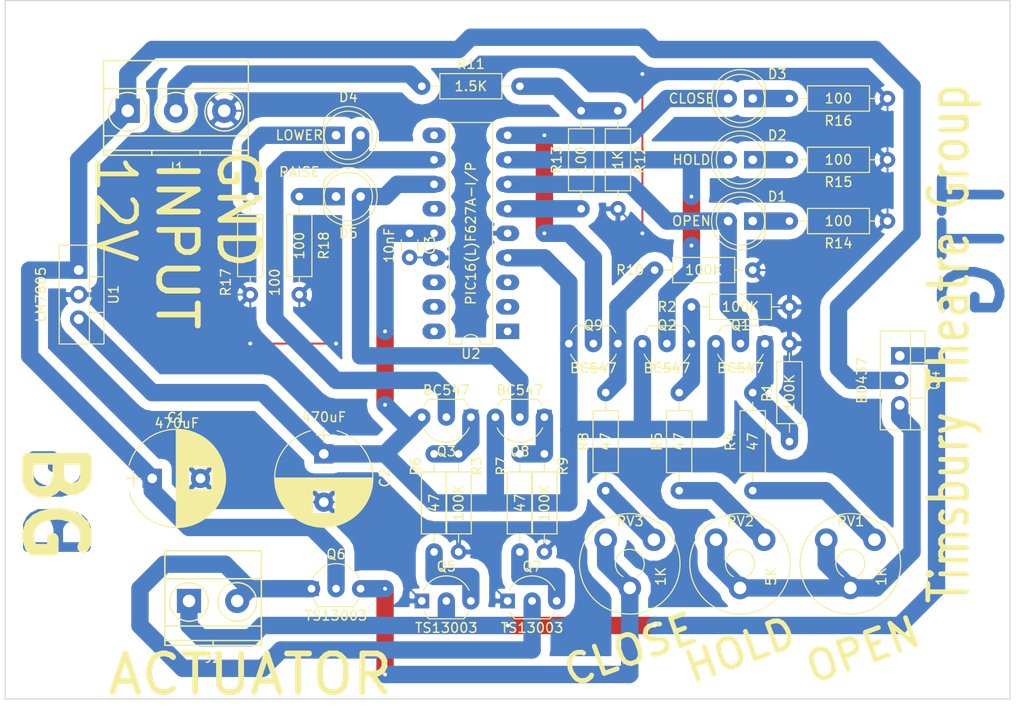
<source format=kicad_pcb>
(kicad_pcb (version 4) (host pcbnew 4.0.7)

  (general
    (links 76)
    (no_connects 0)
    (area 13.302857 6.645 128.937143 101.405)
    (thickness 1.6)
    (drawings 15)
    (tracks 237)
    (zones 0)
    (modules 46)
    (nets 39)
  )

  (page User 148.006 105.004)
  (layers
    (0 F.Cu signal)
    (31 B.Cu signal)
    (32 B.Adhes user)
    (33 F.Adhes user)
    (34 B.Paste user)
    (35 F.Paste user)
    (36 B.SilkS user)
    (37 F.SilkS user)
    (38 B.Mask user)
    (39 F.Mask user)
    (40 Dwgs.User user)
    (41 Cmts.User user)
    (42 Eco1.User user)
    (43 Eco2.User user)
    (44 Edge.Cuts user)
    (45 Margin user)
    (46 B.CrtYd user)
    (47 F.CrtYd user)
    (48 B.Fab user)
    (49 F.Fab user hide)
  )

  (setup
    (last_trace_width 1.8)
    (trace_clearance 0.2)
    (zone_clearance 1)
    (zone_45_only yes)
    (trace_min 0.2)
    (segment_width 0.2)
    (edge_width 0.1)
    (via_size 0.6)
    (via_drill 0.4)
    (via_min_size 0.4)
    (via_min_drill 0.3)
    (uvia_size 0.3)
    (uvia_drill 0.1)
    (uvias_allowed no)
    (uvia_min_size 0.2)
    (uvia_min_drill 0.1)
    (pcb_text_width 0.3)
    (pcb_text_size 1.5 1.5)
    (mod_edge_width 0.15)
    (mod_text_size 1 1)
    (mod_text_width 0.15)
    (pad_size 1.5 1.5)
    (pad_drill 0.6)
    (pad_to_mask_clearance 0)
    (aux_axis_origin 0 0)
    (visible_elements 7FFFFFFF)
    (pcbplotparams
      (layerselection 0x010f0_80000001)
      (usegerberextensions false)
      (usegerberattributes true)
      (excludeedgelayer false)
      (linewidth 0.100000)
      (plotframeref false)
      (viasonmask false)
      (mode 1)
      (useauxorigin true)
      (hpglpennumber 1)
      (hpglpenspeed 20)
      (hpglpendiameter 15)
      (hpglpenoverlay 2)
      (psnegative false)
      (psa4output false)
      (plotreference true)
      (plotvalue true)
      (plotinvisibletext false)
      (padsonsilk false)
      (subtractmaskfromsilk false)
      (outputformat 1)
      (mirror false)
      (drillshape 0)
      (scaleselection 1)
      (outputdirectory ./plots))
  )

  (net 0 "")
  (net 1 GND)
  (net 2 VDD)
  (net 3 "Net-(D1-Pad1)")
  (net 4 OPEN)
  (net 5 "Net-(D2-Pad1)")
  (net 6 HOLD)
  (net 7 "Net-(D3-Pad1)")
  (net 8 CLOSE)
  (net 9 "Net-(D4-Pad1)")
  (net 10 LOWER)
  (net 11 "Net-(D5-Pad1)")
  (net 12 RAISE)
  (net 13 INPUT)
  (net 14 "Net-(J2-Pad1)")
  (net 15 "Net-(J2-Pad2)")
  (net 16 "Net-(Q1-Pad1)")
  (net 17 "Net-(Q2-Pad1)")
  (net 18 "Net-(Q3-Pad1)")
  (net 19 "Net-(Q4-Pad3)")
  (net 20 "Net-(Q5-Pad3)")
  (net 21 "Net-(Q6-Pad3)")
  (net 22 "Net-(Q7-Pad3)")
  (net 23 "Net-(Q8-Pad1)")
  (net 24 "Net-(Q9-Pad1)")
  (net 25 "Net-(R4-Pad1)")
  (net 26 "Net-(R5-Pad1)")
  (net 27 "Net-(R8-Pad1)")
  (net 28 "Net-(R11-Pad2)")
  (net 29 "Net-(R13-Pad2)")
  (net 30 "Net-(U2-Pad1)")
  (net 31 "Net-(U2-Pad10)")
  (net 32 "Net-(U2-Pad2)")
  (net 33 "Net-(U2-Pad3)")
  (net 34 "Net-(U2-Pad13)")
  (net 35 "Net-(U2-Pad16)")
  (net 36 "Net-(U2-Pad17)")
  (net 37 "Net-(U2-Pad18)")
  (net 38 12V)

  (net_class Default "This is the default net class."
    (clearance 0.2)
    (trace_width 1.8)
    (via_dia 0.6)
    (via_drill 0.4)
    (uvia_dia 0.3)
    (uvia_drill 0.1)
    (add_net 12V)
    (add_net CLOSE)
    (add_net HOLD)
    (add_net INPUT)
    (add_net LOWER)
    (add_net "Net-(D1-Pad1)")
    (add_net "Net-(D2-Pad1)")
    (add_net "Net-(D3-Pad1)")
    (add_net "Net-(D4-Pad1)")
    (add_net "Net-(D5-Pad1)")
    (add_net "Net-(J2-Pad1)")
    (add_net "Net-(J2-Pad2)")
    (add_net "Net-(Q1-Pad1)")
    (add_net "Net-(Q2-Pad1)")
    (add_net "Net-(Q3-Pad1)")
    (add_net "Net-(Q4-Pad3)")
    (add_net "Net-(Q5-Pad3)")
    (add_net "Net-(Q6-Pad3)")
    (add_net "Net-(Q7-Pad3)")
    (add_net "Net-(Q8-Pad1)")
    (add_net "Net-(Q9-Pad1)")
    (add_net "Net-(R11-Pad2)")
    (add_net "Net-(R13-Pad2)")
    (add_net "Net-(R4-Pad1)")
    (add_net "Net-(R5-Pad1)")
    (add_net "Net-(R8-Pad1)")
    (add_net "Net-(U2-Pad1)")
    (add_net "Net-(U2-Pad10)")
    (add_net "Net-(U2-Pad13)")
    (add_net "Net-(U2-Pad16)")
    (add_net "Net-(U2-Pad17)")
    (add_net "Net-(U2-Pad18)")
    (add_net "Net-(U2-Pad2)")
    (add_net "Net-(U2-Pad3)")
    (add_net OPEN)
    (add_net RAISE)
    (add_net VDD)
  )

  (net_class GND ""
    (clearance 0.2)
    (trace_width 0.2)
    (via_dia 0.6)
    (via_drill 0.4)
    (uvia_dia 0.3)
    (uvia_drill 0.1)
    (add_net GND)
  )

  (module Potentiometers:Potentiometer_Trimmer_Piher_PT-10v5_Horizontal_Px5.0mm_Py5.0mm (layer F.Cu) (tedit 5ACF1AAA) (tstamp 5ACE6BF6)
    (at 81.28 72.39 270)
    (descr "Potentiometer, horizontally mounted, Omeg PC16PU, Omeg PC16PU, Omeg PC16PU, Vishay/Spectrol 248GJ/249GJ Single, Vishay/Spectrol 248GJ/249GJ Single, Vishay/Spectrol 248GJ/249GJ Single, Vishay/Spectrol 248GH/249GH Single, Vishay/Spectrol 148/149 Single, Vishay/Spectrol 148/149 Single, Vishay/Spectrol 148/149 Single, Vishay/Spectrol 148A/149A Single with mounting plates, Vishay/Spectrol 148/149 Double, Vishay/Spectrol 148A/149A Double with mounting plates, Piher PC-16 Single, Piher PC-16 Single, Piher PC-16 Single, Piher PC-16SV Single, Piher PC-16 Double, Piher PC-16 Triple, Piher T16H Single, Piher T16L Single, Piher T16H Double, Alps RK163 Single, Alps RK163 Double, Alps RK097 Single, Alps RK097 Double, Bourns PTV09A-2 Single with mounting sleve Single, Bourns PTV09A-1 with mounting sleve Single, Bourns PRS11S Single, Alps RK09K Single with mounting sleve Single, Alps RK09K with mounting sleve Single, Alps RK09L Single, Alps RK09L Single, Alps RK09L Double, Alps RK09L Double, Alps RK09Y Single, Bourns 3339S Single, Bourns 3339S Single, Bourns 3339P Single, Bourns 3339H Single, Vishay T7YA Single, Suntan TSR-3386H Single, Suntan TSR-3386H Single, Suntan TSR-3386P Single, Vishay T73XX Single, Vishay T73XX Single, Vishay T73YP Single, Piher PT-6h Single, Piher PT-6v Single, Piher PT-6v Single, Piher PT-10h2.5 Single, Piher PT-10h5 Single, Piher PT-101h3.8 Single, Piher PT-10v10 Single, Piher PT-10v10 Single, Piher PT-10v5 Single, http://www.piher-nacesa.com/pdf/12-PT10v03.pdf")
    (tags "Potentiometer horizontal  Omeg PC16PU  Omeg PC16PU  Omeg PC16PU  Vishay/Spectrol 248GJ/249GJ Single  Vishay/Spectrol 248GJ/249GJ Single  Vishay/Spectrol 248GJ/249GJ Single  Vishay/Spectrol 248GH/249GH Single  Vishay/Spectrol 148/149 Single  Vishay/Spectrol 148/149 Single  Vishay/Spectrol 148/149 Single  Vishay/Spectrol 148A/149A Single with mounting plates  Vishay/Spectrol 148/149 Double  Vishay/Spectrol 148A/149A Double with mounting plates  Piher PC-16 Single  Piher PC-16 Single  Piher PC-16 Single  Piher PC-16SV Single  Piher PC-16 Double  Piher PC-16 Triple  Piher T16H Single  Piher T16L Single  Piher T16H Double  Alps RK163 Single  Alps RK163 Double  Alps RK097 Single  Alps RK097 Double  Bourns PTV09A-2 Single with mounting sleve Single  Bourns PTV09A-1 with mounting sleve Single  Bourns PRS11S Single  Alps RK09K Single with mounting sleve Single  Alps RK09K with mounting sleve Single  Alps RK09L Single  Alps RK09L Single  Alps RK09L Double  Alps RK09L Double  Alps RK09Y Single  Bourns 3339S Single  Bourns 3339S Single  Bourns 3339P Single  Bourns 3339H Single  Vishay T7YA Single  Suntan TSR-3386H Single  Suntan TSR-3386H Single  Suntan TSR-3386P Single  Vishay T73XX Single  Vishay T73XX Single  Vishay T73YP Single  Piher PT-6h Single  Piher PT-6v Single  Piher PT-6v Single  Piher PT-10h2.5 Single  Piher PT-10h5 Single  Piher PT-101h3.8 Single  Piher PT-10v10 Single  Piher PT-10v10 Single  Piher PT-10v5 Single")
    (path /5AC7E55D)
    (fp_text reference RV3 (at -1.905 -2.54 360) (layer F.SilkS)
      (effects (font (size 1 1) (thickness 0.15)))
    )
    (fp_text value 1K (at 3.81 -5.715 270) (layer F.SilkS)
      (effects (font (size 1 1) (thickness 0.15)))
    )
    (fp_arc (start 2.501 -2.5) (end 2.501 -1) (angle -62) (layer F.SilkS) (width 0.12))
    (fp_arc (start 2.501 -2.5) (end 3.825 -3.204) (angle -243) (layer F.SilkS) (width 0.12))
    (fp_circle (center 2.5 -2.5) (end 7.65 -2.5) (layer F.Fab) (width 0.1))
    (fp_circle (center 2.5 -2.5) (end 4.25 -2.5) (layer F.Fab) (width 0.1))
    (fp_circle (center 2.5 -2.5) (end 4 -2.5) (layer F.Fab) (width 0.1))
    (fp_circle (center 2.501 -2.5) (end 7.711 -2.5) (layer F.SilkS) (width 0.12))
    (fp_line (start -2.9 -7.9) (end -2.9 2.95) (layer F.CrtYd) (width 0.05))
    (fp_line (start -2.9 2.95) (end 7.9 2.95) (layer F.CrtYd) (width 0.05))
    (fp_line (start 7.9 2.95) (end 7.9 -7.9) (layer F.CrtYd) (width 0.05))
    (fp_line (start 7.9 -7.9) (end -2.9 -7.9) (layer F.CrtYd) (width 0.05))
    (pad 3 thru_hole circle (at 0 -5 270) (size 2.34 2.34) (drill 1.3) (layers *.Cu *.Mask)
      (net 27 "Net-(R8-Pad1)"))
    (pad 2 thru_hole circle (at 5 -2.5 270) (size 2.34 2.34) (drill 1.3) (layers *.Cu *.Mask)
      (net 21 "Net-(Q6-Pad3)"))
    (pad 1 thru_hole circle (at 0 0 270) (size 2.34 2.34) (drill 1.3) (layers *.Cu *.Mask)
      (net 21 "Net-(Q6-Pad3)"))
    (model Potentiometers.3dshapes/Potentiometer_Trimmer_Piher_PT-10v5_Horizontal_Px5.0mm_Py5.0mm.wrl
      (at (xyz 0 0 0))
      (scale (xyz 0.393701 0.393701 0.393701))
      (rotate (xyz 0 0 0))
    )
  )

  (module Resistors_THT:R_Axial_DIN0207_L6.3mm_D2.5mm_P10.16mm_Horizontal (layer F.Cu) (tedit 5ACF1E93) (tstamp 5ACE6B87)
    (at 66.04 63.5 270)
    (descr "Resistor, Axial_DIN0207 series, Axial, Horizontal, pin pitch=10.16mm, 0.25W = 1/4W, length*diameter=6.3*2.5mm^2, http://cdn-reichelt.de/documents/datenblatt/B400/1_4W%23YAG.pdf")
    (tags "Resistor Axial_DIN0207 series Axial Horizontal pin pitch 10.16mm 0.25W = 1/4W length 6.3mm diameter 2.5mm")
    (path /5ACEA740)
    (fp_text reference R3 (at 1.27 -1.905 270) (layer F.SilkS)
      (effects (font (size 1 1) (thickness 0.15)))
    )
    (fp_text value 100K (at 5.08 0 270) (layer F.SilkS)
      (effects (font (size 1 1) (thickness 0.15)))
    )
    (fp_line (start 1.93 -1.25) (end 1.93 1.25) (layer F.Fab) (width 0.1))
    (fp_line (start 1.93 1.25) (end 8.23 1.25) (layer F.Fab) (width 0.1))
    (fp_line (start 8.23 1.25) (end 8.23 -1.25) (layer F.Fab) (width 0.1))
    (fp_line (start 8.23 -1.25) (end 1.93 -1.25) (layer F.Fab) (width 0.1))
    (fp_line (start 0 0) (end 1.93 0) (layer F.Fab) (width 0.1))
    (fp_line (start 10.16 0) (end 8.23 0) (layer F.Fab) (width 0.1))
    (fp_line (start 1.87 -1.31) (end 1.87 1.31) (layer F.SilkS) (width 0.12))
    (fp_line (start 1.87 1.31) (end 8.29 1.31) (layer F.SilkS) (width 0.12))
    (fp_line (start 8.29 1.31) (end 8.29 -1.31) (layer F.SilkS) (width 0.12))
    (fp_line (start 8.29 -1.31) (end 1.87 -1.31) (layer F.SilkS) (width 0.12))
    (fp_line (start 0.98 0) (end 1.87 0) (layer F.SilkS) (width 0.12))
    (fp_line (start 9.18 0) (end 8.29 0) (layer F.SilkS) (width 0.12))
    (fp_line (start -1.05 -1.6) (end -1.05 1.6) (layer F.CrtYd) (width 0.05))
    (fp_line (start -1.05 1.6) (end 11.25 1.6) (layer F.CrtYd) (width 0.05))
    (fp_line (start 11.25 1.6) (end 11.25 -1.6) (layer F.CrtYd) (width 0.05))
    (fp_line (start 11.25 -1.6) (end -1.05 -1.6) (layer F.CrtYd) (width 0.05))
    (pad 1 thru_hole circle (at 0 0 270) (size 1.6 1.6) (drill 0.8) (layers *.Cu *.Mask)
      (net 18 "Net-(Q3-Pad1)"))
    (pad 2 thru_hole oval (at 10.16 0 270) (size 1.6 1.6) (drill 0.8) (layers *.Cu *.Mask)
      (net 1 GND))
    (model ${KISYS3DMOD}/Resistors_THT.3dshapes/R_Axial_DIN0207_L6.3mm_D2.5mm_P10.16mm_Horizontal.wrl
      (at (xyz 0 0 0))
      (scale (xyz 0.393701 0.393701 0.393701))
      (rotate (xyz 0 0 0))
    )
  )

  (module Capacitors_THT:CP_Radial_D10.0mm_P5.00mm (layer F.Cu) (tedit 5ACF1E73) (tstamp 5ACE6AFF)
    (at 34.29 66.04)
    (descr "CP, Radial series, Radial, pin pitch=5.00mm, , diameter=10mm, Electrolytic Capacitor")
    (tags "CP Radial series Radial pin pitch 5.00mm  diameter 10mm Electrolytic Capacitor")
    (path /5AC02716)
    (fp_text reference C1 (at 2.5 -6.31) (layer F.SilkS)
      (effects (font (size 1 1) (thickness 0.15)))
    )
    (fp_text value 470uF (at 2.54 -5.715) (layer F.SilkS)
      (effects (font (size 1 1) (thickness 0.15)))
    )
    (fp_arc (start 2.5 0) (end -2.399357 -1.38) (angle 148.5) (layer F.SilkS) (width 0.12))
    (fp_arc (start 2.5 0) (end -2.399357 1.38) (angle -148.5) (layer F.SilkS) (width 0.12))
    (fp_arc (start 2.5 0) (end 7.399357 -1.38) (angle 31.5) (layer F.SilkS) (width 0.12))
    (fp_circle (center 2.5 0) (end 7.5 0) (layer F.Fab) (width 0.1))
    (fp_line (start -2.7 0) (end -1.2 0) (layer F.Fab) (width 0.1))
    (fp_line (start -1.95 -0.75) (end -1.95 0.75) (layer F.Fab) (width 0.1))
    (fp_line (start 2.5 -5.05) (end 2.5 5.05) (layer F.SilkS) (width 0.12))
    (fp_line (start 2.54 -5.05) (end 2.54 5.05) (layer F.SilkS) (width 0.12))
    (fp_line (start 2.58 -5.05) (end 2.58 5.05) (layer F.SilkS) (width 0.12))
    (fp_line (start 2.62 -5.049) (end 2.62 5.049) (layer F.SilkS) (width 0.12))
    (fp_line (start 2.66 -5.048) (end 2.66 5.048) (layer F.SilkS) (width 0.12))
    (fp_line (start 2.7 -5.047) (end 2.7 5.047) (layer F.SilkS) (width 0.12))
    (fp_line (start 2.74 -5.045) (end 2.74 5.045) (layer F.SilkS) (width 0.12))
    (fp_line (start 2.78 -5.043) (end 2.78 5.043) (layer F.SilkS) (width 0.12))
    (fp_line (start 2.82 -5.04) (end 2.82 5.04) (layer F.SilkS) (width 0.12))
    (fp_line (start 2.86 -5.038) (end 2.86 5.038) (layer F.SilkS) (width 0.12))
    (fp_line (start 2.9 -5.035) (end 2.9 5.035) (layer F.SilkS) (width 0.12))
    (fp_line (start 2.94 -5.031) (end 2.94 5.031) (layer F.SilkS) (width 0.12))
    (fp_line (start 2.98 -5.028) (end 2.98 5.028) (layer F.SilkS) (width 0.12))
    (fp_line (start 3.02 -5.024) (end 3.02 5.024) (layer F.SilkS) (width 0.12))
    (fp_line (start 3.06 -5.02) (end 3.06 5.02) (layer F.SilkS) (width 0.12))
    (fp_line (start 3.1 -5.015) (end 3.1 5.015) (layer F.SilkS) (width 0.12))
    (fp_line (start 3.14 -5.01) (end 3.14 5.01) (layer F.SilkS) (width 0.12))
    (fp_line (start 3.18 -5.005) (end 3.18 5.005) (layer F.SilkS) (width 0.12))
    (fp_line (start 3.221 -4.999) (end 3.221 4.999) (layer F.SilkS) (width 0.12))
    (fp_line (start 3.261 -4.993) (end 3.261 4.993) (layer F.SilkS) (width 0.12))
    (fp_line (start 3.301 -4.987) (end 3.301 4.987) (layer F.SilkS) (width 0.12))
    (fp_line (start 3.341 -4.981) (end 3.341 4.981) (layer F.SilkS) (width 0.12))
    (fp_line (start 3.381 -4.974) (end 3.381 4.974) (layer F.SilkS) (width 0.12))
    (fp_line (start 3.421 -4.967) (end 3.421 4.967) (layer F.SilkS) (width 0.12))
    (fp_line (start 3.461 -4.959) (end 3.461 4.959) (layer F.SilkS) (width 0.12))
    (fp_line (start 3.501 -4.951) (end 3.501 4.951) (layer F.SilkS) (width 0.12))
    (fp_line (start 3.541 -4.943) (end 3.541 4.943) (layer F.SilkS) (width 0.12))
    (fp_line (start 3.581 -4.935) (end 3.581 4.935) (layer F.SilkS) (width 0.12))
    (fp_line (start 3.621 -4.926) (end 3.621 4.926) (layer F.SilkS) (width 0.12))
    (fp_line (start 3.661 -4.917) (end 3.661 4.917) (layer F.SilkS) (width 0.12))
    (fp_line (start 3.701 -4.907) (end 3.701 4.907) (layer F.SilkS) (width 0.12))
    (fp_line (start 3.741 -4.897) (end 3.741 4.897) (layer F.SilkS) (width 0.12))
    (fp_line (start 3.781 -4.887) (end 3.781 4.887) (layer F.SilkS) (width 0.12))
    (fp_line (start 3.821 -4.876) (end 3.821 -1.181) (layer F.SilkS) (width 0.12))
    (fp_line (start 3.821 1.181) (end 3.821 4.876) (layer F.SilkS) (width 0.12))
    (fp_line (start 3.861 -4.865) (end 3.861 -1.181) (layer F.SilkS) (width 0.12))
    (fp_line (start 3.861 1.181) (end 3.861 4.865) (layer F.SilkS) (width 0.12))
    (fp_line (start 3.901 -4.854) (end 3.901 -1.181) (layer F.SilkS) (width 0.12))
    (fp_line (start 3.901 1.181) (end 3.901 4.854) (layer F.SilkS) (width 0.12))
    (fp_line (start 3.941 -4.843) (end 3.941 -1.181) (layer F.SilkS) (width 0.12))
    (fp_line (start 3.941 1.181) (end 3.941 4.843) (layer F.SilkS) (width 0.12))
    (fp_line (start 3.981 -4.831) (end 3.981 -1.181) (layer F.SilkS) (width 0.12))
    (fp_line (start 3.981 1.181) (end 3.981 4.831) (layer F.SilkS) (width 0.12))
    (fp_line (start 4.021 -4.818) (end 4.021 -1.181) (layer F.SilkS) (width 0.12))
    (fp_line (start 4.021 1.181) (end 4.021 4.818) (layer F.SilkS) (width 0.12))
    (fp_line (start 4.061 -4.806) (end 4.061 -1.181) (layer F.SilkS) (width 0.12))
    (fp_line (start 4.061 1.181) (end 4.061 4.806) (layer F.SilkS) (width 0.12))
    (fp_line (start 4.101 -4.792) (end 4.101 -1.181) (layer F.SilkS) (width 0.12))
    (fp_line (start 4.101 1.181) (end 4.101 4.792) (layer F.SilkS) (width 0.12))
    (fp_line (start 4.141 -4.779) (end 4.141 -1.181) (layer F.SilkS) (width 0.12))
    (fp_line (start 4.141 1.181) (end 4.141 4.779) (layer F.SilkS) (width 0.12))
    (fp_line (start 4.181 -4.765) (end 4.181 -1.181) (layer F.SilkS) (width 0.12))
    (fp_line (start 4.181 1.181) (end 4.181 4.765) (layer F.SilkS) (width 0.12))
    (fp_line (start 4.221 -4.751) (end 4.221 -1.181) (layer F.SilkS) (width 0.12))
    (fp_line (start 4.221 1.181) (end 4.221 4.751) (layer F.SilkS) (width 0.12))
    (fp_line (start 4.261 -4.737) (end 4.261 -1.181) (layer F.SilkS) (width 0.12))
    (fp_line (start 4.261 1.181) (end 4.261 4.737) (layer F.SilkS) (width 0.12))
    (fp_line (start 4.301 -4.722) (end 4.301 -1.181) (layer F.SilkS) (width 0.12))
    (fp_line (start 4.301 1.181) (end 4.301 4.722) (layer F.SilkS) (width 0.12))
    (fp_line (start 4.341 -4.706) (end 4.341 -1.181) (layer F.SilkS) (width 0.12))
    (fp_line (start 4.341 1.181) (end 4.341 4.706) (layer F.SilkS) (width 0.12))
    (fp_line (start 4.381 -4.691) (end 4.381 -1.181) (layer F.SilkS) (width 0.12))
    (fp_line (start 4.381 1.181) (end 4.381 4.691) (layer F.SilkS) (width 0.12))
    (fp_line (start 4.421 -4.674) (end 4.421 -1.181) (layer F.SilkS) (width 0.12))
    (fp_line (start 4.421 1.181) (end 4.421 4.674) (layer F.SilkS) (width 0.12))
    (fp_line (start 4.461 -4.658) (end 4.461 -1.181) (layer F.SilkS) (width 0.12))
    (fp_line (start 4.461 1.181) (end 4.461 4.658) (layer F.SilkS) (width 0.12))
    (fp_line (start 4.501 -4.641) (end 4.501 -1.181) (layer F.SilkS) (width 0.12))
    (fp_line (start 4.501 1.181) (end 4.501 4.641) (layer F.SilkS) (width 0.12))
    (fp_line (start 4.541 -4.624) (end 4.541 -1.181) (layer F.SilkS) (width 0.12))
    (fp_line (start 4.541 1.181) (end 4.541 4.624) (layer F.SilkS) (width 0.12))
    (fp_line (start 4.581 -4.606) (end 4.581 -1.181) (layer F.SilkS) (width 0.12))
    (fp_line (start 4.581 1.181) (end 4.581 4.606) (layer F.SilkS) (width 0.12))
    (fp_line (start 4.621 -4.588) (end 4.621 -1.181) (layer F.SilkS) (width 0.12))
    (fp_line (start 4.621 1.181) (end 4.621 4.588) (layer F.SilkS) (width 0.12))
    (fp_line (start 4.661 -4.569) (end 4.661 -1.181) (layer F.SilkS) (width 0.12))
    (fp_line (start 4.661 1.181) (end 4.661 4.569) (layer F.SilkS) (width 0.12))
    (fp_line (start 4.701 -4.55) (end 4.701 -1.181) (layer F.SilkS) (width 0.12))
    (fp_line (start 4.701 1.181) (end 4.701 4.55) (layer F.SilkS) (width 0.12))
    (fp_line (start 4.741 -4.531) (end 4.741 -1.181) (layer F.SilkS) (width 0.12))
    (fp_line (start 4.741 1.181) (end 4.741 4.531) (layer F.SilkS) (width 0.12))
    (fp_line (start 4.781 -4.511) (end 4.781 -1.181) (layer F.SilkS) (width 0.12))
    (fp_line (start 4.781 1.181) (end 4.781 4.511) (layer F.SilkS) (width 0.12))
    (fp_line (start 4.821 -4.491) (end 4.821 -1.181) (layer F.SilkS) (width 0.12))
    (fp_line (start 4.821 1.181) (end 4.821 4.491) (layer F.SilkS) (width 0.12))
    (fp_line (start 4.861 -4.47) (end 4.861 -1.181) (layer F.SilkS) (width 0.12))
    (fp_line (start 4.861 1.181) (end 4.861 4.47) (layer F.SilkS) (width 0.12))
    (fp_line (start 4.901 -4.449) (end 4.901 -1.181) (layer F.SilkS) (width 0.12))
    (fp_line (start 4.901 1.181) (end 4.901 4.449) (layer F.SilkS) (width 0.12))
    (fp_line (start 4.941 -4.428) (end 4.941 -1.181) (layer F.SilkS) (width 0.12))
    (fp_line (start 4.941 1.181) (end 4.941 4.428) (layer F.SilkS) (width 0.12))
    (fp_line (start 4.981 -4.405) (end 4.981 -1.181) (layer F.SilkS) (width 0.12))
    (fp_line (start 4.981 1.181) (end 4.981 4.405) (layer F.SilkS) (width 0.12))
    (fp_line (start 5.021 -4.383) (end 5.021 -1.181) (layer F.SilkS) (width 0.12))
    (fp_line (start 5.021 1.181) (end 5.021 4.383) (layer F.SilkS) (width 0.12))
    (fp_line (start 5.061 -4.36) (end 5.061 -1.181) (layer F.SilkS) (width 0.12))
    (fp_line (start 5.061 1.181) (end 5.061 4.36) (layer F.SilkS) (width 0.12))
    (fp_line (start 5.101 -4.336) (end 5.101 -1.181) (layer F.SilkS) (width 0.12))
    (fp_line (start 5.101 1.181) (end 5.101 4.336) (layer F.SilkS) (width 0.12))
    (fp_line (start 5.141 -4.312) (end 5.141 -1.181) (layer F.SilkS) (width 0.12))
    (fp_line (start 5.141 1.181) (end 5.141 4.312) (layer F.SilkS) (width 0.12))
    (fp_line (start 5.181 -4.288) (end 5.181 -1.181) (layer F.SilkS) (width 0.12))
    (fp_line (start 5.181 1.181) (end 5.181 4.288) (layer F.SilkS) (width 0.12))
    (fp_line (start 5.221 -4.263) (end 5.221 -1.181) (layer F.SilkS) (width 0.12))
    (fp_line (start 5.221 1.181) (end 5.221 4.263) (layer F.SilkS) (width 0.12))
    (fp_line (start 5.261 -4.237) (end 5.261 -1.181) (layer F.SilkS) (width 0.12))
    (fp_line (start 5.261 1.181) (end 5.261 4.237) (layer F.SilkS) (width 0.12))
    (fp_line (start 5.301 -4.211) (end 5.301 -1.181) (layer F.SilkS) (width 0.12))
    (fp_line (start 5.301 1.181) (end 5.301 4.211) (layer F.SilkS) (width 0.12))
    (fp_line (start 5.341 -4.185) (end 5.341 -1.181) (layer F.SilkS) (width 0.12))
    (fp_line (start 5.341 1.181) (end 5.341 4.185) (layer F.SilkS) (width 0.12))
    (fp_line (start 5.381 -4.157) (end 5.381 -1.181) (layer F.SilkS) (width 0.12))
    (fp_line (start 5.381 1.181) (end 5.381 4.157) (layer F.SilkS) (width 0.12))
    (fp_line (start 5.421 -4.13) (end 5.421 -1.181) (layer F.SilkS) (width 0.12))
    (fp_line (start 5.421 1.181) (end 5.421 4.13) (layer F.SilkS) (width 0.12))
    (fp_line (start 5.461 -4.101) (end 5.461 -1.181) (layer F.SilkS) (width 0.12))
    (fp_line (start 5.461 1.181) (end 5.461 4.101) (layer F.SilkS) (width 0.12))
    (fp_line (start 5.501 -4.072) (end 5.501 -1.181) (layer F.SilkS) (width 0.12))
    (fp_line (start 5.501 1.181) (end 5.501 4.072) (layer F.SilkS) (width 0.12))
    (fp_line (start 5.541 -4.043) (end 5.541 -1.181) (layer F.SilkS) (width 0.12))
    (fp_line (start 5.541 1.181) (end 5.541 4.043) (layer F.SilkS) (width 0.12))
    (fp_line (start 5.581 -4.013) (end 5.581 -1.181) (layer F.SilkS) (width 0.12))
    (fp_line (start 5.581 1.181) (end 5.581 4.013) (layer F.SilkS) (width 0.12))
    (fp_line (start 5.621 -3.982) (end 5.621 -1.181) (layer F.SilkS) (width 0.12))
    (fp_line (start 5.621 1.181) (end 5.621 3.982) (layer F.SilkS) (width 0.12))
    (fp_line (start 5.661 -3.951) (end 5.661 -1.181) (layer F.SilkS) (width 0.12))
    (fp_line (start 5.661 1.181) (end 5.661 3.951) (layer F.SilkS) (width 0.12))
    (fp_line (start 5.701 -3.919) (end 5.701 -1.181) (layer F.SilkS) (width 0.12))
    (fp_line (start 5.701 1.181) (end 5.701 3.919) (layer F.SilkS) (width 0.12))
    (fp_line (start 5.741 -3.886) (end 5.741 -1.181) (layer F.SilkS) (width 0.12))
    (fp_line (start 5.741 1.181) (end 5.741 3.886) (layer F.SilkS) (width 0.12))
    (fp_line (start 5.781 -3.853) (end 5.781 -1.181) (layer F.SilkS) (width 0.12))
    (fp_line (start 5.781 1.181) (end 5.781 3.853) (layer F.SilkS) (width 0.12))
    (fp_line (start 5.821 -3.819) (end 5.821 -1.181) (layer F.SilkS) (width 0.12))
    (fp_line (start 5.821 1.181) (end 5.821 3.819) (layer F.SilkS) (width 0.12))
    (fp_line (start 5.861 -3.784) (end 5.861 -1.181) (layer F.SilkS) (width 0.12))
    (fp_line (start 5.861 1.181) (end 5.861 3.784) (layer F.SilkS) (width 0.12))
    (fp_line (start 5.901 -3.748) (end 5.901 -1.181) (layer F.SilkS) (width 0.12))
    (fp_line (start 5.901 1.181) (end 5.901 3.748) (layer F.SilkS) (width 0.12))
    (fp_line (start 5.941 -3.712) (end 5.941 -1.181) (layer F.SilkS) (width 0.12))
    (fp_line (start 5.941 1.181) (end 5.941 3.712) (layer F.SilkS) (width 0.12))
    (fp_line (start 5.981 -3.675) (end 5.981 -1.181) (layer F.SilkS) (width 0.12))
    (fp_line (start 5.981 1.181) (end 5.981 3.675) (layer F.SilkS) (width 0.12))
    (fp_line (start 6.021 -3.637) (end 6.021 -1.181) (layer F.SilkS) (width 0.12))
    (fp_line (start 6.021 1.181) (end 6.021 3.637) (layer F.SilkS) (width 0.12))
    (fp_line (start 6.061 -3.598) (end 6.061 -1.181) (layer F.SilkS) (width 0.12))
    (fp_line (start 6.061 1.181) (end 6.061 3.598) (layer F.SilkS) (width 0.12))
    (fp_line (start 6.101 -3.559) (end 6.101 -1.181) (layer F.SilkS) (width 0.12))
    (fp_line (start 6.101 1.181) (end 6.101 3.559) (layer F.SilkS) (width 0.12))
    (fp_line (start 6.141 -3.518) (end 6.141 -1.181) (layer F.SilkS) (width 0.12))
    (fp_line (start 6.141 1.181) (end 6.141 3.518) (layer F.SilkS) (width 0.12))
    (fp_line (start 6.181 -3.477) (end 6.181 3.477) (layer F.SilkS) (width 0.12))
    (fp_line (start 6.221 -3.435) (end 6.221 3.435) (layer F.SilkS) (width 0.12))
    (fp_line (start 6.261 -3.391) (end 6.261 3.391) (layer F.SilkS) (width 0.12))
    (fp_line (start 6.301 -3.347) (end 6.301 3.347) (layer F.SilkS) (width 0.12))
    (fp_line (start 6.341 -3.302) (end 6.341 3.302) (layer F.SilkS) (width 0.12))
    (fp_line (start 6.381 -3.255) (end 6.381 3.255) (layer F.SilkS) (width 0.12))
    (fp_line (start 6.421 -3.207) (end 6.421 3.207) (layer F.SilkS) (width 0.12))
    (fp_line (start 6.461 -3.158) (end 6.461 3.158) (layer F.SilkS) (width 0.12))
    (fp_line (start 6.501 -3.108) (end 6.501 3.108) (layer F.SilkS) (width 0.12))
    (fp_line (start 6.541 -3.057) (end 6.541 3.057) (layer F.SilkS) (width 0.12))
    (fp_line (start 6.581 -3.004) (end 6.581 3.004) (layer F.SilkS) (width 0.12))
    (fp_line (start 6.621 -2.949) (end 6.621 2.949) (layer F.SilkS) (width 0.12))
    (fp_line (start 6.661 -2.894) (end 6.661 2.894) (layer F.SilkS) (width 0.12))
    (fp_line (start 6.701 -2.836) (end 6.701 2.836) (layer F.SilkS) (width 0.12))
    (fp_line (start 6.741 -2.777) (end 6.741 2.777) (layer F.SilkS) (width 0.12))
    (fp_line (start 6.781 -2.715) (end 6.781 2.715) (layer F.SilkS) (width 0.12))
    (fp_line (start 6.821 -2.652) (end 6.821 2.652) (layer F.SilkS) (width 0.12))
    (fp_line (start 6.861 -2.587) (end 6.861 2.587) (layer F.SilkS) (width 0.12))
    (fp_line (start 6.901 -2.519) (end 6.901 2.519) (layer F.SilkS) (width 0.12))
    (fp_line (start 6.941 -2.449) (end 6.941 2.449) (layer F.SilkS) (width 0.12))
    (fp_line (start 6.981 -2.377) (end 6.981 2.377) (layer F.SilkS) (width 0.12))
    (fp_line (start 7.021 -2.301) (end 7.021 2.301) (layer F.SilkS) (width 0.12))
    (fp_line (start 7.061 -2.222) (end 7.061 2.222) (layer F.SilkS) (width 0.12))
    (fp_line (start 7.101 -2.14) (end 7.101 2.14) (layer F.SilkS) (width 0.12))
    (fp_line (start 7.141 -2.053) (end 7.141 2.053) (layer F.SilkS) (width 0.12))
    (fp_line (start 7.181 -1.962) (end 7.181 1.962) (layer F.SilkS) (width 0.12))
    (fp_line (start 7.221 -1.866) (end 7.221 1.866) (layer F.SilkS) (width 0.12))
    (fp_line (start 7.261 -1.763) (end 7.261 1.763) (layer F.SilkS) (width 0.12))
    (fp_line (start 7.301 -1.654) (end 7.301 1.654) (layer F.SilkS) (width 0.12))
    (fp_line (start 7.341 -1.536) (end 7.341 1.536) (layer F.SilkS) (width 0.12))
    (fp_line (start 7.381 -1.407) (end 7.381 1.407) (layer F.SilkS) (width 0.12))
    (fp_line (start 7.421 -1.265) (end 7.421 1.265) (layer F.SilkS) (width 0.12))
    (fp_line (start 7.461 -1.104) (end 7.461 1.104) (layer F.SilkS) (width 0.12))
    (fp_line (start 7.501 -0.913) (end 7.501 0.913) (layer F.SilkS) (width 0.12))
    (fp_line (start 7.541 -0.672) (end 7.541 0.672) (layer F.SilkS) (width 0.12))
    (fp_line (start 7.581 -0.279) (end 7.581 0.279) (layer F.SilkS) (width 0.12))
    (fp_line (start -2.7 0) (end -1.2 0) (layer F.SilkS) (width 0.12))
    (fp_line (start -1.95 -0.75) (end -1.95 0.75) (layer F.SilkS) (width 0.12))
    (fp_line (start -2.85 -5.35) (end -2.85 5.35) (layer F.CrtYd) (width 0.05))
    (fp_line (start -2.85 5.35) (end 7.85 5.35) (layer F.CrtYd) (width 0.05))
    (fp_line (start 7.85 5.35) (end 7.85 -5.35) (layer F.CrtYd) (width 0.05))
    (fp_line (start 7.85 -5.35) (end -2.85 -5.35) (layer F.CrtYd) (width 0.05))
    (fp_text user %R (at 2.5 0) (layer F.Fab)
      (effects (font (size 1 1) (thickness 0.15)))
    )
    (pad 1 thru_hole rect (at 0 0) (size 2 2) (drill 1) (layers *.Cu *.Mask)
      (net 38 12V))
    (pad 2 thru_hole circle (at 5 0) (size 2 2) (drill 1) (layers *.Cu *.Mask)
      (net 1 GND))
    (model ${KISYS3DMOD}/Capacitors_THT.3dshapes/CP_Radial_D10.0mm_P5.00mm.wrl
      (at (xyz 0 0 0))
      (scale (xyz 1 1 1))
      (rotate (xyz 0 0 0))
    )
  )

  (module Capacitors_THT:CP_Radial_D10.0mm_P5.00mm (layer F.Cu) (tedit 5ACF1E77) (tstamp 5ACE6B05)
    (at 52.07 63.5 270)
    (descr "CP, Radial series, Radial, pin pitch=5.00mm, , diameter=10mm, Electrolytic Capacitor")
    (tags "CP Radial series Radial pin pitch 5.00mm  diameter 10mm Electrolytic Capacitor")
    (path /5AC02807)
    (fp_text reference C2 (at 2.5 -6.31 270) (layer F.SilkS)
      (effects (font (size 1 1) (thickness 0.15)))
    )
    (fp_text value 470uF (at -3.81 0 360) (layer F.SilkS)
      (effects (font (size 1 1) (thickness 0.15)))
    )
    (fp_arc (start 2.5 0) (end -2.399357 -1.38) (angle 148.5) (layer F.SilkS) (width 0.12))
    (fp_arc (start 2.5 0) (end -2.399357 1.38) (angle -148.5) (layer F.SilkS) (width 0.12))
    (fp_arc (start 2.5 0) (end 7.399357 -1.38) (angle 31.5) (layer F.SilkS) (width 0.12))
    (fp_circle (center 2.5 0) (end 7.5 0) (layer F.Fab) (width 0.1))
    (fp_line (start -2.7 0) (end -1.2 0) (layer F.Fab) (width 0.1))
    (fp_line (start -1.95 -0.75) (end -1.95 0.75) (layer F.Fab) (width 0.1))
    (fp_line (start 2.5 -5.05) (end 2.5 5.05) (layer F.SilkS) (width 0.12))
    (fp_line (start 2.54 -5.05) (end 2.54 5.05) (layer F.SilkS) (width 0.12))
    (fp_line (start 2.58 -5.05) (end 2.58 5.05) (layer F.SilkS) (width 0.12))
    (fp_line (start 2.62 -5.049) (end 2.62 5.049) (layer F.SilkS) (width 0.12))
    (fp_line (start 2.66 -5.048) (end 2.66 5.048) (layer F.SilkS) (width 0.12))
    (fp_line (start 2.7 -5.047) (end 2.7 5.047) (layer F.SilkS) (width 0.12))
    (fp_line (start 2.74 -5.045) (end 2.74 5.045) (layer F.SilkS) (width 0.12))
    (fp_line (start 2.78 -5.043) (end 2.78 5.043) (layer F.SilkS) (width 0.12))
    (fp_line (start 2.82 -5.04) (end 2.82 5.04) (layer F.SilkS) (width 0.12))
    (fp_line (start 2.86 -5.038) (end 2.86 5.038) (layer F.SilkS) (width 0.12))
    (fp_line (start 2.9 -5.035) (end 2.9 5.035) (layer F.SilkS) (width 0.12))
    (fp_line (start 2.94 -5.031) (end 2.94 5.031) (layer F.SilkS) (width 0.12))
    (fp_line (start 2.98 -5.028) (end 2.98 5.028) (layer F.SilkS) (width 0.12))
    (fp_line (start 3.02 -5.024) (end 3.02 5.024) (layer F.SilkS) (width 0.12))
    (fp_line (start 3.06 -5.02) (end 3.06 5.02) (layer F.SilkS) (width 0.12))
    (fp_line (start 3.1 -5.015) (end 3.1 5.015) (layer F.SilkS) (width 0.12))
    (fp_line (start 3.14 -5.01) (end 3.14 5.01) (layer F.SilkS) (width 0.12))
    (fp_line (start 3.18 -5.005) (end 3.18 5.005) (layer F.SilkS) (width 0.12))
    (fp_line (start 3.221 -4.999) (end 3.221 4.999) (layer F.SilkS) (width 0.12))
    (fp_line (start 3.261 -4.993) (end 3.261 4.993) (layer F.SilkS) (width 0.12))
    (fp_line (start 3.301 -4.987) (end 3.301 4.987) (layer F.SilkS) (width 0.12))
    (fp_line (start 3.341 -4.981) (end 3.341 4.981) (layer F.SilkS) (width 0.12))
    (fp_line (start 3.381 -4.974) (end 3.381 4.974) (layer F.SilkS) (width 0.12))
    (fp_line (start 3.421 -4.967) (end 3.421 4.967) (layer F.SilkS) (width 0.12))
    (fp_line (start 3.461 -4.959) (end 3.461 4.959) (layer F.SilkS) (width 0.12))
    (fp_line (start 3.501 -4.951) (end 3.501 4.951) (layer F.SilkS) (width 0.12))
    (fp_line (start 3.541 -4.943) (end 3.541 4.943) (layer F.SilkS) (width 0.12))
    (fp_line (start 3.581 -4.935) (end 3.581 4.935) (layer F.SilkS) (width 0.12))
    (fp_line (start 3.621 -4.926) (end 3.621 4.926) (layer F.SilkS) (width 0.12))
    (fp_line (start 3.661 -4.917) (end 3.661 4.917) (layer F.SilkS) (width 0.12))
    (fp_line (start 3.701 -4.907) (end 3.701 4.907) (layer F.SilkS) (width 0.12))
    (fp_line (start 3.741 -4.897) (end 3.741 4.897) (layer F.SilkS) (width 0.12))
    (fp_line (start 3.781 -4.887) (end 3.781 4.887) (layer F.SilkS) (width 0.12))
    (fp_line (start 3.821 -4.876) (end 3.821 -1.181) (layer F.SilkS) (width 0.12))
    (fp_line (start 3.821 1.181) (end 3.821 4.876) (layer F.SilkS) (width 0.12))
    (fp_line (start 3.861 -4.865) (end 3.861 -1.181) (layer F.SilkS) (width 0.12))
    (fp_line (start 3.861 1.181) (end 3.861 4.865) (layer F.SilkS) (width 0.12))
    (fp_line (start 3.901 -4.854) (end 3.901 -1.181) (layer F.SilkS) (width 0.12))
    (fp_line (start 3.901 1.181) (end 3.901 4.854) (layer F.SilkS) (width 0.12))
    (fp_line (start 3.941 -4.843) (end 3.941 -1.181) (layer F.SilkS) (width 0.12))
    (fp_line (start 3.941 1.181) (end 3.941 4.843) (layer F.SilkS) (width 0.12))
    (fp_line (start 3.981 -4.831) (end 3.981 -1.181) (layer F.SilkS) (width 0.12))
    (fp_line (start 3.981 1.181) (end 3.981 4.831) (layer F.SilkS) (width 0.12))
    (fp_line (start 4.021 -4.818) (end 4.021 -1.181) (layer F.SilkS) (width 0.12))
    (fp_line (start 4.021 1.181) (end 4.021 4.818) (layer F.SilkS) (width 0.12))
    (fp_line (start 4.061 -4.806) (end 4.061 -1.181) (layer F.SilkS) (width 0.12))
    (fp_line (start 4.061 1.181) (end 4.061 4.806) (layer F.SilkS) (width 0.12))
    (fp_line (start 4.101 -4.792) (end 4.101 -1.181) (layer F.SilkS) (width 0.12))
    (fp_line (start 4.101 1.181) (end 4.101 4.792) (layer F.SilkS) (width 0.12))
    (fp_line (start 4.141 -4.779) (end 4.141 -1.181) (layer F.SilkS) (width 0.12))
    (fp_line (start 4.141 1.181) (end 4.141 4.779) (layer F.SilkS) (width 0.12))
    (fp_line (start 4.181 -4.765) (end 4.181 -1.181) (layer F.SilkS) (width 0.12))
    (fp_line (start 4.181 1.181) (end 4.181 4.765) (layer F.SilkS) (width 0.12))
    (fp_line (start 4.221 -4.751) (end 4.221 -1.181) (layer F.SilkS) (width 0.12))
    (fp_line (start 4.221 1.181) (end 4.221 4.751) (layer F.SilkS) (width 0.12))
    (fp_line (start 4.261 -4.737) (end 4.261 -1.181) (layer F.SilkS) (width 0.12))
    (fp_line (start 4.261 1.181) (end 4.261 4.737) (layer F.SilkS) (width 0.12))
    (fp_line (start 4.301 -4.722) (end 4.301 -1.181) (layer F.SilkS) (width 0.12))
    (fp_line (start 4.301 1.181) (end 4.301 4.722) (layer F.SilkS) (width 0.12))
    (fp_line (start 4.341 -4.706) (end 4.341 -1.181) (layer F.SilkS) (width 0.12))
    (fp_line (start 4.341 1.181) (end 4.341 4.706) (layer F.SilkS) (width 0.12))
    (fp_line (start 4.381 -4.691) (end 4.381 -1.181) (layer F.SilkS) (width 0.12))
    (fp_line (start 4.381 1.181) (end 4.381 4.691) (layer F.SilkS) (width 0.12))
    (fp_line (start 4.421 -4.674) (end 4.421 -1.181) (layer F.SilkS) (width 0.12))
    (fp_line (start 4.421 1.181) (end 4.421 4.674) (layer F.SilkS) (width 0.12))
    (fp_line (start 4.461 -4.658) (end 4.461 -1.181) (layer F.SilkS) (width 0.12))
    (fp_line (start 4.461 1.181) (end 4.461 4.658) (layer F.SilkS) (width 0.12))
    (fp_line (start 4.501 -4.641) (end 4.501 -1.181) (layer F.SilkS) (width 0.12))
    (fp_line (start 4.501 1.181) (end 4.501 4.641) (layer F.SilkS) (width 0.12))
    (fp_line (start 4.541 -4.624) (end 4.541 -1.181) (layer F.SilkS) (width 0.12))
    (fp_line (start 4.541 1.181) (end 4.541 4.624) (layer F.SilkS) (width 0.12))
    (fp_line (start 4.581 -4.606) (end 4.581 -1.181) (layer F.SilkS) (width 0.12))
    (fp_line (start 4.581 1.181) (end 4.581 4.606) (layer F.SilkS) (width 0.12))
    (fp_line (start 4.621 -4.588) (end 4.621 -1.181) (layer F.SilkS) (width 0.12))
    (fp_line (start 4.621 1.181) (end 4.621 4.588) (layer F.SilkS) (width 0.12))
    (fp_line (start 4.661 -4.569) (end 4.661 -1.181) (layer F.SilkS) (width 0.12))
    (fp_line (start 4.661 1.181) (end 4.661 4.569) (layer F.SilkS) (width 0.12))
    (fp_line (start 4.701 -4.55) (end 4.701 -1.181) (layer F.SilkS) (width 0.12))
    (fp_line (start 4.701 1.181) (end 4.701 4.55) (layer F.SilkS) (width 0.12))
    (fp_line (start 4.741 -4.531) (end 4.741 -1.181) (layer F.SilkS) (width 0.12))
    (fp_line (start 4.741 1.181) (end 4.741 4.531) (layer F.SilkS) (width 0.12))
    (fp_line (start 4.781 -4.511) (end 4.781 -1.181) (layer F.SilkS) (width 0.12))
    (fp_line (start 4.781 1.181) (end 4.781 4.511) (layer F.SilkS) (width 0.12))
    (fp_line (start 4.821 -4.491) (end 4.821 -1.181) (layer F.SilkS) (width 0.12))
    (fp_line (start 4.821 1.181) (end 4.821 4.491) (layer F.SilkS) (width 0.12))
    (fp_line (start 4.861 -4.47) (end 4.861 -1.181) (layer F.SilkS) (width 0.12))
    (fp_line (start 4.861 1.181) (end 4.861 4.47) (layer F.SilkS) (width 0.12))
    (fp_line (start 4.901 -4.449) (end 4.901 -1.181) (layer F.SilkS) (width 0.12))
    (fp_line (start 4.901 1.181) (end 4.901 4.449) (layer F.SilkS) (width 0.12))
    (fp_line (start 4.941 -4.428) (end 4.941 -1.181) (layer F.SilkS) (width 0.12))
    (fp_line (start 4.941 1.181) (end 4.941 4.428) (layer F.SilkS) (width 0.12))
    (fp_line (start 4.981 -4.405) (end 4.981 -1.181) (layer F.SilkS) (width 0.12))
    (fp_line (start 4.981 1.181) (end 4.981 4.405) (layer F.SilkS) (width 0.12))
    (fp_line (start 5.021 -4.383) (end 5.021 -1.181) (layer F.SilkS) (width 0.12))
    (fp_line (start 5.021 1.181) (end 5.021 4.383) (layer F.SilkS) (width 0.12))
    (fp_line (start 5.061 -4.36) (end 5.061 -1.181) (layer F.SilkS) (width 0.12))
    (fp_line (start 5.061 1.181) (end 5.061 4.36) (layer F.SilkS) (width 0.12))
    (fp_line (start 5.101 -4.336) (end 5.101 -1.181) (layer F.SilkS) (width 0.12))
    (fp_line (start 5.101 1.181) (end 5.101 4.336) (layer F.SilkS) (width 0.12))
    (fp_line (start 5.141 -4.312) (end 5.141 -1.181) (layer F.SilkS) (width 0.12))
    (fp_line (start 5.141 1.181) (end 5.141 4.312) (layer F.SilkS) (width 0.12))
    (fp_line (start 5.181 -4.288) (end 5.181 -1.181) (layer F.SilkS) (width 0.12))
    (fp_line (start 5.181 1.181) (end 5.181 4.288) (layer F.SilkS) (width 0.12))
    (fp_line (start 5.221 -4.263) (end 5.221 -1.181) (layer F.SilkS) (width 0.12))
    (fp_line (start 5.221 1.181) (end 5.221 4.263) (layer F.SilkS) (width 0.12))
    (fp_line (start 5.261 -4.237) (end 5.261 -1.181) (layer F.SilkS) (width 0.12))
    (fp_line (start 5.261 1.181) (end 5.261 4.237) (layer F.SilkS) (width 0.12))
    (fp_line (start 5.301 -4.211) (end 5.301 -1.181) (layer F.SilkS) (width 0.12))
    (fp_line (start 5.301 1.181) (end 5.301 4.211) (layer F.SilkS) (width 0.12))
    (fp_line (start 5.341 -4.185) (end 5.341 -1.181) (layer F.SilkS) (width 0.12))
    (fp_line (start 5.341 1.181) (end 5.341 4.185) (layer F.SilkS) (width 0.12))
    (fp_line (start 5.381 -4.157) (end 5.381 -1.181) (layer F.SilkS) (width 0.12))
    (fp_line (start 5.381 1.181) (end 5.381 4.157) (layer F.SilkS) (width 0.12))
    (fp_line (start 5.421 -4.13) (end 5.421 -1.181) (layer F.SilkS) (width 0.12))
    (fp_line (start 5.421 1.181) (end 5.421 4.13) (layer F.SilkS) (width 0.12))
    (fp_line (start 5.461 -4.101) (end 5.461 -1.181) (layer F.SilkS) (width 0.12))
    (fp_line (start 5.461 1.181) (end 5.461 4.101) (layer F.SilkS) (width 0.12))
    (fp_line (start 5.501 -4.072) (end 5.501 -1.181) (layer F.SilkS) (width 0.12))
    (fp_line (start 5.501 1.181) (end 5.501 4.072) (layer F.SilkS) (width 0.12))
    (fp_line (start 5.541 -4.043) (end 5.541 -1.181) (layer F.SilkS) (width 0.12))
    (fp_line (start 5.541 1.181) (end 5.541 4.043) (layer F.SilkS) (width 0.12))
    (fp_line (start 5.581 -4.013) (end 5.581 -1.181) (layer F.SilkS) (width 0.12))
    (fp_line (start 5.581 1.181) (end 5.581 4.013) (layer F.SilkS) (width 0.12))
    (fp_line (start 5.621 -3.982) (end 5.621 -1.181) (layer F.SilkS) (width 0.12))
    (fp_line (start 5.621 1.181) (end 5.621 3.982) (layer F.SilkS) (width 0.12))
    (fp_line (start 5.661 -3.951) (end 5.661 -1.181) (layer F.SilkS) (width 0.12))
    (fp_line (start 5.661 1.181) (end 5.661 3.951) (layer F.SilkS) (width 0.12))
    (fp_line (start 5.701 -3.919) (end 5.701 -1.181) (layer F.SilkS) (width 0.12))
    (fp_line (start 5.701 1.181) (end 5.701 3.919) (layer F.SilkS) (width 0.12))
    (fp_line (start 5.741 -3.886) (end 5.741 -1.181) (layer F.SilkS) (width 0.12))
    (fp_line (start 5.741 1.181) (end 5.741 3.886) (layer F.SilkS) (width 0.12))
    (fp_line (start 5.781 -3.853) (end 5.781 -1.181) (layer F.SilkS) (width 0.12))
    (fp_line (start 5.781 1.181) (end 5.781 3.853) (layer F.SilkS) (width 0.12))
    (fp_line (start 5.821 -3.819) (end 5.821 -1.181) (layer F.SilkS) (width 0.12))
    (fp_line (start 5.821 1.181) (end 5.821 3.819) (layer F.SilkS) (width 0.12))
    (fp_line (start 5.861 -3.784) (end 5.861 -1.181) (layer F.SilkS) (width 0.12))
    (fp_line (start 5.861 1.181) (end 5.861 3.784) (layer F.SilkS) (width 0.12))
    (fp_line (start 5.901 -3.748) (end 5.901 -1.181) (layer F.SilkS) (width 0.12))
    (fp_line (start 5.901 1.181) (end 5.901 3.748) (layer F.SilkS) (width 0.12))
    (fp_line (start 5.941 -3.712) (end 5.941 -1.181) (layer F.SilkS) (width 0.12))
    (fp_line (start 5.941 1.181) (end 5.941 3.712) (layer F.SilkS) (width 0.12))
    (fp_line (start 5.981 -3.675) (end 5.981 -1.181) (layer F.SilkS) (width 0.12))
    (fp_line (start 5.981 1.181) (end 5.981 3.675) (layer F.SilkS) (width 0.12))
    (fp_line (start 6.021 -3.637) (end 6.021 -1.181) (layer F.SilkS) (width 0.12))
    (fp_line (start 6.021 1.181) (end 6.021 3.637) (layer F.SilkS) (width 0.12))
    (fp_line (start 6.061 -3.598) (end 6.061 -1.181) (layer F.SilkS) (width 0.12))
    (fp_line (start 6.061 1.181) (end 6.061 3.598) (layer F.SilkS) (width 0.12))
    (fp_line (start 6.101 -3.559) (end 6.101 -1.181) (layer F.SilkS) (width 0.12))
    (fp_line (start 6.101 1.181) (end 6.101 3.559) (layer F.SilkS) (width 0.12))
    (fp_line (start 6.141 -3.518) (end 6.141 -1.181) (layer F.SilkS) (width 0.12))
    (fp_line (start 6.141 1.181) (end 6.141 3.518) (layer F.SilkS) (width 0.12))
    (fp_line (start 6.181 -3.477) (end 6.181 3.477) (layer F.SilkS) (width 0.12))
    (fp_line (start 6.221 -3.435) (end 6.221 3.435) (layer F.SilkS) (width 0.12))
    (fp_line (start 6.261 -3.391) (end 6.261 3.391) (layer F.SilkS) (width 0.12))
    (fp_line (start 6.301 -3.347) (end 6.301 3.347) (layer F.SilkS) (width 0.12))
    (fp_line (start 6.341 -3.302) (end 6.341 3.302) (layer F.SilkS) (width 0.12))
    (fp_line (start 6.381 -3.255) (end 6.381 3.255) (layer F.SilkS) (width 0.12))
    (fp_line (start 6.421 -3.207) (end 6.421 3.207) (layer F.SilkS) (width 0.12))
    (fp_line (start 6.461 -3.158) (end 6.461 3.158) (layer F.SilkS) (width 0.12))
    (fp_line (start 6.501 -3.108) (end 6.501 3.108) (layer F.SilkS) (width 0.12))
    (fp_line (start 6.541 -3.057) (end 6.541 3.057) (layer F.SilkS) (width 0.12))
    (fp_line (start 6.581 -3.004) (end 6.581 3.004) (layer F.SilkS) (width 0.12))
    (fp_line (start 6.621 -2.949) (end 6.621 2.949) (layer F.SilkS) (width 0.12))
    (fp_line (start 6.661 -2.894) (end 6.661 2.894) (layer F.SilkS) (width 0.12))
    (fp_line (start 6.701 -2.836) (end 6.701 2.836) (layer F.SilkS) (width 0.12))
    (fp_line (start 6.741 -2.777) (end 6.741 2.777) (layer F.SilkS) (width 0.12))
    (fp_line (start 6.781 -2.715) (end 6.781 2.715) (layer F.SilkS) (width 0.12))
    (fp_line (start 6.821 -2.652) (end 6.821 2.652) (layer F.SilkS) (width 0.12))
    (fp_line (start 6.861 -2.587) (end 6.861 2.587) (layer F.SilkS) (width 0.12))
    (fp_line (start 6.901 -2.519) (end 6.901 2.519) (layer F.SilkS) (width 0.12))
    (fp_line (start 6.941 -2.449) (end 6.941 2.449) (layer F.SilkS) (width 0.12))
    (fp_line (start 6.981 -2.377) (end 6.981 2.377) (layer F.SilkS) (width 0.12))
    (fp_line (start 7.021 -2.301) (end 7.021 2.301) (layer F.SilkS) (width 0.12))
    (fp_line (start 7.061 -2.222) (end 7.061 2.222) (layer F.SilkS) (width 0.12))
    (fp_line (start 7.101 -2.14) (end 7.101 2.14) (layer F.SilkS) (width 0.12))
    (fp_line (start 7.141 -2.053) (end 7.141 2.053) (layer F.SilkS) (width 0.12))
    (fp_line (start 7.181 -1.962) (end 7.181 1.962) (layer F.SilkS) (width 0.12))
    (fp_line (start 7.221 -1.866) (end 7.221 1.866) (layer F.SilkS) (width 0.12))
    (fp_line (start 7.261 -1.763) (end 7.261 1.763) (layer F.SilkS) (width 0.12))
    (fp_line (start 7.301 -1.654) (end 7.301 1.654) (layer F.SilkS) (width 0.12))
    (fp_line (start 7.341 -1.536) (end 7.341 1.536) (layer F.SilkS) (width 0.12))
    (fp_line (start 7.381 -1.407) (end 7.381 1.407) (layer F.SilkS) (width 0.12))
    (fp_line (start 7.421 -1.265) (end 7.421 1.265) (layer F.SilkS) (width 0.12))
    (fp_line (start 7.461 -1.104) (end 7.461 1.104) (layer F.SilkS) (width 0.12))
    (fp_line (start 7.501 -0.913) (end 7.501 0.913) (layer F.SilkS) (width 0.12))
    (fp_line (start 7.541 -0.672) (end 7.541 0.672) (layer F.SilkS) (width 0.12))
    (fp_line (start 7.581 -0.279) (end 7.581 0.279) (layer F.SilkS) (width 0.12))
    (fp_line (start -2.7 0) (end -1.2 0) (layer F.SilkS) (width 0.12))
    (fp_line (start -1.95 -0.75) (end -1.95 0.75) (layer F.SilkS) (width 0.12))
    (fp_line (start -2.85 -5.35) (end -2.85 5.35) (layer F.CrtYd) (width 0.05))
    (fp_line (start -2.85 5.35) (end 7.85 5.35) (layer F.CrtYd) (width 0.05))
    (fp_line (start 7.85 5.35) (end 7.85 -5.35) (layer F.CrtYd) (width 0.05))
    (fp_line (start 7.85 -5.35) (end -2.85 -5.35) (layer F.CrtYd) (width 0.05))
    (fp_text user %R (at 2.5 0 270) (layer F.Fab)
      (effects (font (size 1 1) (thickness 0.15)))
    )
    (pad 1 thru_hole rect (at 0 0 270) (size 2 2) (drill 1) (layers *.Cu *.Mask)
      (net 2 VDD))
    (pad 2 thru_hole circle (at 5 0 270) (size 2 2) (drill 1) (layers *.Cu *.Mask)
      (net 1 GND))
    (model ${KISYS3DMOD}/Capacitors_THT.3dshapes/CP_Radial_D10.0mm_P5.00mm.wrl
      (at (xyz 0 0 0))
      (scale (xyz 1 1 1))
      (rotate (xyz 0 0 0))
    )
  )

  (module Capacitors_THT:C_Disc_D3.0mm_W1.6mm_P2.50mm (layer F.Cu) (tedit 5ACF1937) (tstamp 5ACE6B0B)
    (at 60.96 40.64 270)
    (descr "C, Disc series, Radial, pin pitch=2.50mm, , diameter*width=3.0*1.6mm^2, Capacitor, http://www.vishay.com/docs/45233/krseries.pdf")
    (tags "C Disc series Radial pin pitch 2.50mm  diameter 3.0mm width 1.6mm Capacitor")
    (path /5AC02137)
    (fp_text reference C3 (at 1.25 -2.11 270) (layer F.SilkS)
      (effects (font (size 1 1) (thickness 0.15)))
    )
    (fp_text value 10nF (at 1.25 2.11 270) (layer F.SilkS)
      (effects (font (size 1 1) (thickness 0.15)))
    )
    (fp_line (start -0.25 -0.8) (end -0.25 0.8) (layer F.Fab) (width 0.1))
    (fp_line (start -0.25 0.8) (end 2.75 0.8) (layer F.Fab) (width 0.1))
    (fp_line (start 2.75 0.8) (end 2.75 -0.8) (layer F.Fab) (width 0.1))
    (fp_line (start 2.75 -0.8) (end -0.25 -0.8) (layer F.Fab) (width 0.1))
    (fp_line (start 0.663 -0.861) (end 1.837 -0.861) (layer F.SilkS) (width 0.12))
    (fp_line (start 0.663 0.861) (end 1.837 0.861) (layer F.SilkS) (width 0.12))
    (fp_line (start -1.05 -1.15) (end -1.05 1.15) (layer F.CrtYd) (width 0.05))
    (fp_line (start -1.05 1.15) (end 3.55 1.15) (layer F.CrtYd) (width 0.05))
    (fp_line (start 3.55 1.15) (end 3.55 -1.15) (layer F.CrtYd) (width 0.05))
    (fp_line (start 3.55 -1.15) (end -1.05 -1.15) (layer F.CrtYd) (width 0.05))
    (fp_text user %R (at 1.25 0 270) (layer F.Fab)
      (effects (font (size 1 1) (thickness 0.15)))
    )
    (pad 1 thru_hole circle (at 0 0 270) (size 1.6 1.6) (drill 0.8) (layers *.Cu *.Mask)
      (net 2 VDD))
    (pad 2 thru_hole circle (at 2.5 0 270) (size 1.6 1.6) (drill 0.8) (layers *.Cu *.Mask)
      (net 1 GND))
    (model ${KISYS3DMOD}/Capacitors_THT.3dshapes/C_Disc_D3.0mm_W1.6mm_P2.50mm.wrl
      (at (xyz 0 0 0))
      (scale (xyz 1 1 1))
      (rotate (xyz 0 0 0))
    )
  )

  (module LEDs:LED_D5.0mm (layer F.Cu) (tedit 5ACF19B4) (tstamp 5ACE6B11)
    (at 96.52 39.37 180)
    (descr "LED, diameter 5.0mm, 2 pins, http://cdn-reichelt.de/documents/datenblatt/A500/LL-504BC2E-009.pdf")
    (tags "LED diameter 5.0mm 2 pins")
    (path /5ACE63D3)
    (fp_text reference D1 (at -2.54 2.54 180) (layer F.SilkS)
      (effects (font (size 1 1) (thickness 0.15)))
    )
    (fp_text value OPEN (at 6.35 0 180) (layer F.SilkS)
      (effects (font (size 1 1) (thickness 0.15)))
    )
    (fp_arc (start 1.27 0) (end -1.23 -1.469694) (angle 299.1) (layer F.Fab) (width 0.1))
    (fp_arc (start 1.27 0) (end -1.29 -1.54483) (angle 148.9) (layer F.SilkS) (width 0.12))
    (fp_arc (start 1.27 0) (end -1.29 1.54483) (angle -148.9) (layer F.SilkS) (width 0.12))
    (fp_circle (center 1.27 0) (end 3.77 0) (layer F.Fab) (width 0.1))
    (fp_circle (center 1.27 0) (end 3.77 0) (layer F.SilkS) (width 0.12))
    (fp_line (start -1.23 -1.469694) (end -1.23 1.469694) (layer F.Fab) (width 0.1))
    (fp_line (start -1.29 -1.545) (end -1.29 1.545) (layer F.SilkS) (width 0.12))
    (fp_line (start -1.95 -3.25) (end -1.95 3.25) (layer F.CrtYd) (width 0.05))
    (fp_line (start -1.95 3.25) (end 4.5 3.25) (layer F.CrtYd) (width 0.05))
    (fp_line (start 4.5 3.25) (end 4.5 -3.25) (layer F.CrtYd) (width 0.05))
    (fp_line (start 4.5 -3.25) (end -1.95 -3.25) (layer F.CrtYd) (width 0.05))
    (fp_text user %R (at 1.25 0 180) (layer F.Fab)
      (effects (font (size 0.8 0.8) (thickness 0.2)))
    )
    (pad 1 thru_hole rect (at 0 0 180) (size 1.8 1.8) (drill 0.9) (layers *.Cu *.Mask)
      (net 3 "Net-(D1-Pad1)"))
    (pad 2 thru_hole circle (at 2.54 0 180) (size 1.8 1.8) (drill 0.9) (layers *.Cu *.Mask)
      (net 4 OPEN))
    (model ${KISYS3DMOD}/LEDs.3dshapes/LED_D5.0mm.wrl
      (at (xyz 0 0 0))
      (scale (xyz 0.393701 0.393701 0.393701))
      (rotate (xyz 0 0 0))
    )
  )

  (module LEDs:LED_D5.0mm (layer F.Cu) (tedit 5ACF19B1) (tstamp 5ACE6B17)
    (at 96.52 33.02 180)
    (descr "LED, diameter 5.0mm, 2 pins, http://cdn-reichelt.de/documents/datenblatt/A500/LL-504BC2E-009.pdf")
    (tags "LED diameter 5.0mm 2 pins")
    (path /5ACE6468)
    (fp_text reference D2 (at -2.54 2.54 180) (layer F.SilkS)
      (effects (font (size 1 1) (thickness 0.15)))
    )
    (fp_text value HOLD (at 6.35 0 180) (layer F.SilkS)
      (effects (font (size 1 1) (thickness 0.15)))
    )
    (fp_arc (start 1.27 0) (end -1.23 -1.469694) (angle 299.1) (layer F.Fab) (width 0.1))
    (fp_arc (start 1.27 0) (end -1.29 -1.54483) (angle 148.9) (layer F.SilkS) (width 0.12))
    (fp_arc (start 1.27 0) (end -1.29 1.54483) (angle -148.9) (layer F.SilkS) (width 0.12))
    (fp_circle (center 1.27 0) (end 3.77 0) (layer F.Fab) (width 0.1))
    (fp_circle (center 1.27 0) (end 3.77 0) (layer F.SilkS) (width 0.12))
    (fp_line (start -1.23 -1.469694) (end -1.23 1.469694) (layer F.Fab) (width 0.1))
    (fp_line (start -1.29 -1.545) (end -1.29 1.545) (layer F.SilkS) (width 0.12))
    (fp_line (start -1.95 -3.25) (end -1.95 3.25) (layer F.CrtYd) (width 0.05))
    (fp_line (start -1.95 3.25) (end 4.5 3.25) (layer F.CrtYd) (width 0.05))
    (fp_line (start 4.5 3.25) (end 4.5 -3.25) (layer F.CrtYd) (width 0.05))
    (fp_line (start 4.5 -3.25) (end -1.95 -3.25) (layer F.CrtYd) (width 0.05))
    (fp_text user %R (at 1.25 0 180) (layer F.Fab)
      (effects (font (size 0.8 0.8) (thickness 0.2)))
    )
    (pad 1 thru_hole rect (at 0 0 180) (size 1.8 1.8) (drill 0.9) (layers *.Cu *.Mask)
      (net 5 "Net-(D2-Pad1)"))
    (pad 2 thru_hole circle (at 2.54 0 180) (size 1.8 1.8) (drill 0.9) (layers *.Cu *.Mask)
      (net 6 HOLD))
    (model ${KISYS3DMOD}/LEDs.3dshapes/LED_D5.0mm.wrl
      (at (xyz 0 0 0))
      (scale (xyz 0.393701 0.393701 0.393701))
      (rotate (xyz 0 0 0))
    )
  )

  (module LEDs:LED_D5.0mm (layer F.Cu) (tedit 5ACF19AC) (tstamp 5ACE6B1D)
    (at 96.52 26.67 180)
    (descr "LED, diameter 5.0mm, 2 pins, http://cdn-reichelt.de/documents/datenblatt/A500/LL-504BC2E-009.pdf")
    (tags "LED diameter 5.0mm 2 pins")
    (path /5ACE64D3)
    (fp_text reference D3 (at -2.54 2.54 180) (layer F.SilkS)
      (effects (font (size 1 1) (thickness 0.15)))
    )
    (fp_text value CLOSE (at 6.35 0 180) (layer F.SilkS)
      (effects (font (size 1 1) (thickness 0.15)))
    )
    (fp_arc (start 1.27 0) (end -1.23 -1.469694) (angle 299.1) (layer F.Fab) (width 0.1))
    (fp_arc (start 1.27 0) (end -1.29 -1.54483) (angle 148.9) (layer F.SilkS) (width 0.12))
    (fp_arc (start 1.27 0) (end -1.29 1.54483) (angle -148.9) (layer F.SilkS) (width 0.12))
    (fp_circle (center 1.27 0) (end 3.77 0) (layer F.Fab) (width 0.1))
    (fp_circle (center 1.27 0) (end 3.77 0) (layer F.SilkS) (width 0.12))
    (fp_line (start -1.23 -1.469694) (end -1.23 1.469694) (layer F.Fab) (width 0.1))
    (fp_line (start -1.29 -1.545) (end -1.29 1.545) (layer F.SilkS) (width 0.12))
    (fp_line (start -1.95 -3.25) (end -1.95 3.25) (layer F.CrtYd) (width 0.05))
    (fp_line (start -1.95 3.25) (end 4.5 3.25) (layer F.CrtYd) (width 0.05))
    (fp_line (start 4.5 3.25) (end 4.5 -3.25) (layer F.CrtYd) (width 0.05))
    (fp_line (start 4.5 -3.25) (end -1.95 -3.25) (layer F.CrtYd) (width 0.05))
    (fp_text user %R (at 1.25 0 180) (layer F.Fab)
      (effects (font (size 0.8 0.8) (thickness 0.2)))
    )
    (pad 1 thru_hole rect (at 0 0 180) (size 1.8 1.8) (drill 0.9) (layers *.Cu *.Mask)
      (net 7 "Net-(D3-Pad1)"))
    (pad 2 thru_hole circle (at 2.54 0 180) (size 1.8 1.8) (drill 0.9) (layers *.Cu *.Mask)
      (net 8 CLOSE))
    (model ${KISYS3DMOD}/LEDs.3dshapes/LED_D5.0mm.wrl
      (at (xyz 0 0 0))
      (scale (xyz 0.393701 0.393701 0.393701))
      (rotate (xyz 0 0 0))
    )
  )

  (module LEDs:LED_D5.0mm (layer F.Cu) (tedit 5ACF1873) (tstamp 5ACE6B23)
    (at 53.34 30.48)
    (descr "LED, diameter 5.0mm, 2 pins, http://cdn-reichelt.de/documents/datenblatt/A500/LL-504BC2E-009.pdf")
    (tags "LED diameter 5.0mm 2 pins")
    (path /5ACE6541)
    (fp_text reference D4 (at 1.27 -3.96) (layer F.SilkS)
      (effects (font (size 1 1) (thickness 0.15)))
    )
    (fp_text value LOWER (at -3.81 0) (layer F.SilkS)
      (effects (font (size 1 1) (thickness 0.15)))
    )
    (fp_arc (start 1.27 0) (end -1.23 -1.469694) (angle 299.1) (layer F.Fab) (width 0.1))
    (fp_arc (start 1.27 0) (end -1.29 -1.54483) (angle 148.9) (layer F.SilkS) (width 0.12))
    (fp_arc (start 1.27 0) (end -1.29 1.54483) (angle -148.9) (layer F.SilkS) (width 0.12))
    (fp_circle (center 1.27 0) (end 3.77 0) (layer F.Fab) (width 0.1))
    (fp_circle (center 1.27 0) (end 3.77 0) (layer F.SilkS) (width 0.12))
    (fp_line (start -1.23 -1.469694) (end -1.23 1.469694) (layer F.Fab) (width 0.1))
    (fp_line (start -1.29 -1.545) (end -1.29 1.545) (layer F.SilkS) (width 0.12))
    (fp_line (start -1.95 -3.25) (end -1.95 3.25) (layer F.CrtYd) (width 0.05))
    (fp_line (start -1.95 3.25) (end 4.5 3.25) (layer F.CrtYd) (width 0.05))
    (fp_line (start 4.5 3.25) (end 4.5 -3.25) (layer F.CrtYd) (width 0.05))
    (fp_line (start 4.5 -3.25) (end -1.95 -3.25) (layer F.CrtYd) (width 0.05))
    (fp_text user %R (at 1.25 0) (layer F.Fab)
      (effects (font (size 0.8 0.8) (thickness 0.2)))
    )
    (pad 1 thru_hole rect (at 0 0) (size 1.8 1.8) (drill 0.9) (layers *.Cu *.Mask)
      (net 9 "Net-(D4-Pad1)"))
    (pad 2 thru_hole circle (at 2.54 0) (size 1.8 1.8) (drill 0.9) (layers *.Cu *.Mask)
      (net 10 LOWER))
    (model ${KISYS3DMOD}/LEDs.3dshapes/LED_D5.0mm.wrl
      (at (xyz 0 0 0))
      (scale (xyz 0.393701 0.393701 0.393701))
      (rotate (xyz 0 0 0))
    )
  )

  (module LEDs:LED_D5.0mm (layer F.Cu) (tedit 5ACF18C5) (tstamp 5ACE6B29)
    (at 53.34 36.83)
    (descr "LED, diameter 5.0mm, 2 pins, http://cdn-reichelt.de/documents/datenblatt/A500/LL-504BC2E-009.pdf")
    (tags "LED diameter 5.0mm 2 pins")
    (path /5ACE65B2)
    (fp_text reference D5 (at 1.27 3.81) (layer F.SilkS)
      (effects (font (size 1 1) (thickness 0.15)))
    )
    (fp_text value RAISE (at -3.81 -2.54) (layer F.SilkS)
      (effects (font (size 1 1) (thickness 0.15)))
    )
    (fp_arc (start 1.27 0) (end -1.23 -1.469694) (angle 299.1) (layer F.Fab) (width 0.1))
    (fp_arc (start 1.27 0) (end -1.29 -1.54483) (angle 148.9) (layer F.SilkS) (width 0.12))
    (fp_arc (start 1.27 0) (end -1.29 1.54483) (angle -148.9) (layer F.SilkS) (width 0.12))
    (fp_circle (center 1.27 0) (end 3.77 0) (layer F.Fab) (width 0.1))
    (fp_circle (center 1.27 0) (end 3.77 0) (layer F.SilkS) (width 0.12))
    (fp_line (start -1.23 -1.469694) (end -1.23 1.469694) (layer F.Fab) (width 0.1))
    (fp_line (start -1.29 -1.545) (end -1.29 1.545) (layer F.SilkS) (width 0.12))
    (fp_line (start -1.95 -3.25) (end -1.95 3.25) (layer F.CrtYd) (width 0.05))
    (fp_line (start -1.95 3.25) (end 4.5 3.25) (layer F.CrtYd) (width 0.05))
    (fp_line (start 4.5 3.25) (end 4.5 -3.25) (layer F.CrtYd) (width 0.05))
    (fp_line (start 4.5 -3.25) (end -1.95 -3.25) (layer F.CrtYd) (width 0.05))
    (fp_text user %R (at 1.25 0) (layer F.Fab)
      (effects (font (size 0.8 0.8) (thickness 0.2)))
    )
    (pad 1 thru_hole rect (at 0 0) (size 1.8 1.8) (drill 0.9) (layers *.Cu *.Mask)
      (net 11 "Net-(D5-Pad1)"))
    (pad 2 thru_hole circle (at 2.54 0) (size 1.8 1.8) (drill 0.9) (layers *.Cu *.Mask)
      (net 12 RAISE))
    (model ${KISYS3DMOD}/LEDs.3dshapes/LED_D5.0mm.wrl
      (at (xyz 0 0 0))
      (scale (xyz 0.393701 0.393701 0.393701))
      (rotate (xyz 0 0 0))
    )
  )

  (module TerminalBlocks_Phoenix:TerminalBlock_Phoenix_MKDS1.5-3pol (layer F.Cu) (tedit 5ACF6AAA) (tstamp 5ACE6B30)
    (at 31.75 27.94)
    (descr "3-way 5mm pitch terminal block, Phoenix MKDS series")
    (path /5AC03F99)
    (fp_text reference J1 (at 5 5.9) (layer F.SilkS)
      (effects (font (size 1 1) (thickness 0.15)))
    )
    (fp_text value Screw_Terminal_01x03 (at 12.7 -20.32) (layer F.Fab) hide
      (effects (font (size 1 1) (thickness 0.15)))
    )
    (fp_text user %R (at 5 0) (layer F.Fab)
      (effects (font (size 1 1) (thickness 0.15)))
    )
    (fp_line (start -2.7 4.8) (end -2.7 -5.4) (layer F.CrtYd) (width 0.05))
    (fp_line (start 12.7 4.8) (end -2.7 4.8) (layer F.CrtYd) (width 0.05))
    (fp_line (start 12.7 -5.4) (end 12.7 4.8) (layer F.CrtYd) (width 0.05))
    (fp_line (start -2.7 -5.4) (end 12.7 -5.4) (layer F.CrtYd) (width 0.05))
    (fp_line (start 7.5 4.1) (end 7.5 4.6) (layer F.SilkS) (width 0.15))
    (fp_line (start 2.5 4.1) (end 2.5 4.6) (layer F.SilkS) (width 0.15))
    (fp_line (start -2.5 2.6) (end 12.5 2.6) (layer F.SilkS) (width 0.15))
    (fp_line (start -2.5 -2.3) (end 12.5 -2.3) (layer F.SilkS) (width 0.15))
    (fp_line (start -2.5 4.1) (end 12.5 4.1) (layer F.SilkS) (width 0.15))
    (fp_line (start -2.5 4.6) (end 12.5 4.6) (layer F.SilkS) (width 0.15))
    (fp_line (start 12.5 4.6) (end 12.5 -5.2) (layer F.SilkS) (width 0.15))
    (fp_line (start 12.5 -5.2) (end -2.5 -5.2) (layer F.SilkS) (width 0.15))
    (fp_line (start -2.5 -5.2) (end -2.5 4.6) (layer F.SilkS) (width 0.15))
    (fp_circle (center 10 0.1) (end 8 0.1) (layer F.SilkS) (width 0.15))
    (fp_circle (center 5 0.1) (end 3 0.1) (layer F.SilkS) (width 0.15))
    (fp_circle (center 0 0.1) (end 2 0.1) (layer F.SilkS) (width 0.15))
    (pad 3 thru_hole circle (at 10 0) (size 2.5 2.5) (drill 1.3) (layers *.Cu *.Mask)
      (net 1 GND))
    (pad 1 thru_hole rect (at 0 0) (size 2.5 2.5) (drill 1.3) (layers *.Cu *.Mask)
      (net 38 12V))
    (pad 2 thru_hole circle (at 5 0) (size 2.5 2.5) (drill 1.3) (layers *.Cu *.Mask)
      (net 13 INPUT))
    (model ${KISYS3DMOD}/TerminalBlock_Phoenix.3dshapes/TerminalBlock_Phoenix_MKDS1.5-3pol.wrl
      (at (xyz 0.1968 0 0))
      (scale (xyz 1 1 1))
      (rotate (xyz 0 0 0))
    )
  )

  (module TerminalBlocks_Phoenix:TerminalBlock_Phoenix_MKDS1.5-2pol (layer F.Cu) (tedit 5ACF1E60) (tstamp 5ACE6B36)
    (at 38.1 78.74)
    (descr "2-way 5mm pitch terminal block, Phoenix MKDS series")
    (path /5AC01651)
    (fp_text reference J2 (at 2.5 5.9) (layer F.SilkS)
      (effects (font (size 1 1) (thickness 0.15)))
    )
    (fp_text value Screw_Terminal_01x02 (at -11.43 12.7) (layer F.Fab) hide
      (effects (font (size 1 1) (thickness 0.15)))
    )
    (fp_text user %R (at 2.5 0) (layer F.Fab)
      (effects (font (size 1 1) (thickness 0.15)))
    )
    (fp_line (start -2.7 -5.4) (end 7.7 -5.4) (layer F.CrtYd) (width 0.05))
    (fp_line (start -2.7 4.8) (end -2.7 -5.4) (layer F.CrtYd) (width 0.05))
    (fp_line (start 7.7 4.8) (end -2.7 4.8) (layer F.CrtYd) (width 0.05))
    (fp_line (start 7.7 -5.4) (end 7.7 4.8) (layer F.CrtYd) (width 0.05))
    (fp_line (start 2.5 4.1) (end 2.5 4.6) (layer F.SilkS) (width 0.15))
    (fp_line (start -2.5 2.6) (end 7.5 2.6) (layer F.SilkS) (width 0.15))
    (fp_line (start -2.5 -2.3) (end 7.5 -2.3) (layer F.SilkS) (width 0.15))
    (fp_line (start -2.5 4.1) (end 7.5 4.1) (layer F.SilkS) (width 0.15))
    (fp_line (start -2.5 4.6) (end 7.5 4.6) (layer F.SilkS) (width 0.15))
    (fp_line (start 7.5 4.6) (end 7.5 -5.2) (layer F.SilkS) (width 0.15))
    (fp_line (start 7.5 -5.2) (end -2.5 -5.2) (layer F.SilkS) (width 0.15))
    (fp_line (start -2.5 -5.2) (end -2.5 4.6) (layer F.SilkS) (width 0.15))
    (fp_circle (center 5 0.1) (end 3 0.1) (layer F.SilkS) (width 0.15))
    (fp_circle (center 0 0.1) (end 2 0.1) (layer F.SilkS) (width 0.15))
    (pad 1 thru_hole rect (at 0 0) (size 2.5 2.5) (drill 1.3) (layers *.Cu *.Mask)
      (net 14 "Net-(J2-Pad1)"))
    (pad 2 thru_hole circle (at 5 0) (size 2.5 2.5) (drill 1.3) (layers *.Cu *.Mask)
      (net 15 "Net-(J2-Pad2)"))
    (model ${KISYS3DMOD}/TerminalBlock_Phoenix.3dshapes/TerminalBlock_Phoenix_MKDS1.5-2pol.wrl
      (at (xyz 0.0984 0 0))
      (scale (xyz 1 1 1))
      (rotate (xyz 0 0 0))
    )
  )

  (module TO_SOT_Packages_THT:TO-92_Inline_Wide (layer F.Cu) (tedit 5ACF1A31) (tstamp 5ACE6B3D)
    (at 97.79 52.07 180)
    (descr "TO-92 leads in-line, wide, drill 0.8mm (see NXP sot054_po.pdf)")
    (tags "to-92 sc-43 sc-43a sot54 PA33 transistor")
    (path /5AC7B0A1)
    (fp_text reference Q1 (at 2.54 1.905 360) (layer F.SilkS)
      (effects (font (size 1 1) (thickness 0.15)))
    )
    (fp_text value BC547 (at 2.54 -2.54 180) (layer F.SilkS)
      (effects (font (size 1 1) (thickness 0.15)))
    )
    (fp_text user %R (at 2.54 -3.56 360) (layer F.Fab)
      (effects (font (size 1 1) (thickness 0.15)))
    )
    (fp_line (start 0.74 1.85) (end 4.34 1.85) (layer F.SilkS) (width 0.12))
    (fp_line (start 0.8 1.75) (end 4.3 1.75) (layer F.Fab) (width 0.1))
    (fp_line (start -1.01 -2.73) (end 6.09 -2.73) (layer F.CrtYd) (width 0.05))
    (fp_line (start -1.01 -2.73) (end -1.01 2.01) (layer F.CrtYd) (width 0.05))
    (fp_line (start 6.09 2.01) (end 6.09 -2.73) (layer F.CrtYd) (width 0.05))
    (fp_line (start 6.09 2.01) (end -1.01 2.01) (layer F.CrtYd) (width 0.05))
    (fp_arc (start 2.54 0) (end 0.74 1.85) (angle 20) (layer F.SilkS) (width 0.12))
    (fp_arc (start 2.54 0) (end 2.54 -2.6) (angle -65) (layer F.SilkS) (width 0.12))
    (fp_arc (start 2.54 0) (end 2.54 -2.6) (angle 65) (layer F.SilkS) (width 0.12))
    (fp_arc (start 2.54 0) (end 2.54 -2.48) (angle 135) (layer F.Fab) (width 0.1))
    (fp_arc (start 2.54 0) (end 2.54 -2.48) (angle -135) (layer F.Fab) (width 0.1))
    (fp_arc (start 2.54 0) (end 4.34 1.85) (angle -20) (layer F.SilkS) (width 0.12))
    (pad 2 thru_hole circle (at 2.54 0 270) (size 1.52 1.52) (drill 0.8) (layers *.Cu *.Mask)
      (net 4 OPEN))
    (pad 3 thru_hole circle (at 5.08 0 270) (size 1.52 1.52) (drill 0.8) (layers *.Cu *.Mask)
      (net 2 VDD))
    (pad 1 thru_hole rect (at 0 0 270) (size 1.52 1.52) (drill 0.8) (layers *.Cu *.Mask)
      (net 16 "Net-(Q1-Pad1)"))
    (model ${KISYS3DMOD}/TO_SOT_Packages_THT.3dshapes/TO-92_Inline_Wide.wrl
      (at (xyz 0.1 0 0))
      (scale (xyz 1 1 1))
      (rotate (xyz 0 0 -90))
    )
  )

  (module TO_SOT_Packages_THT:TO-92_Inline_Wide (layer F.Cu) (tedit 5ACF1A2F) (tstamp 5ACE6B44)
    (at 90.17 52.07 180)
    (descr "TO-92 leads in-line, wide, drill 0.8mm (see NXP sot054_po.pdf)")
    (tags "to-92 sc-43 sc-43a sot54 PA33 transistor")
    (path /5AC7B121)
    (fp_text reference Q2 (at 2.54 1.905 360) (layer F.SilkS)
      (effects (font (size 1 1) (thickness 0.15)))
    )
    (fp_text value BC547 (at 2.54 -2.54 180) (layer F.SilkS)
      (effects (font (size 1 1) (thickness 0.15)))
    )
    (fp_text user %R (at 2.54 -3.56 360) (layer F.Fab)
      (effects (font (size 1 1) (thickness 0.15)))
    )
    (fp_line (start 0.74 1.85) (end 4.34 1.85) (layer F.SilkS) (width 0.12))
    (fp_line (start 0.8 1.75) (end 4.3 1.75) (layer F.Fab) (width 0.1))
    (fp_line (start -1.01 -2.73) (end 6.09 -2.73) (layer F.CrtYd) (width 0.05))
    (fp_line (start -1.01 -2.73) (end -1.01 2.01) (layer F.CrtYd) (width 0.05))
    (fp_line (start 6.09 2.01) (end 6.09 -2.73) (layer F.CrtYd) (width 0.05))
    (fp_line (start 6.09 2.01) (end -1.01 2.01) (layer F.CrtYd) (width 0.05))
    (fp_arc (start 2.54 0) (end 0.74 1.85) (angle 20) (layer F.SilkS) (width 0.12))
    (fp_arc (start 2.54 0) (end 2.54 -2.6) (angle -65) (layer F.SilkS) (width 0.12))
    (fp_arc (start 2.54 0) (end 2.54 -2.6) (angle 65) (layer F.SilkS) (width 0.12))
    (fp_arc (start 2.54 0) (end 2.54 -2.48) (angle 135) (layer F.Fab) (width 0.1))
    (fp_arc (start 2.54 0) (end 2.54 -2.48) (angle -135) (layer F.Fab) (width 0.1))
    (fp_arc (start 2.54 0) (end 4.34 1.85) (angle -20) (layer F.SilkS) (width 0.12))
    (pad 2 thru_hole circle (at 2.54 0 270) (size 1.52 1.52) (drill 0.8) (layers *.Cu *.Mask)
      (net 6 HOLD))
    (pad 3 thru_hole circle (at 5.08 0 270) (size 1.52 1.52) (drill 0.8) (layers *.Cu *.Mask)
      (net 2 VDD))
    (pad 1 thru_hole rect (at 0 0 270) (size 1.52 1.52) (drill 0.8) (layers *.Cu *.Mask)
      (net 17 "Net-(Q2-Pad1)"))
    (model ${KISYS3DMOD}/TO_SOT_Packages_THT.3dshapes/TO-92_Inline_Wide.wrl
      (at (xyz 0.1 0 0))
      (scale (xyz 1 1 1))
      (rotate (xyz 0 0 -90))
    )
  )

  (module TO_SOT_Packages_THT:TO-92_Inline_Wide (layer F.Cu) (tedit 5ACF1E83) (tstamp 5ACE6B4B)
    (at 67.31 59.69 180)
    (descr "TO-92 leads in-line, wide, drill 0.8mm (see NXP sot054_po.pdf)")
    (tags "to-92 sc-43 sc-43a sot54 PA33 transistor")
    (path /5AC744D3)
    (fp_text reference Q3 (at 2.54 -3.56 360) (layer F.SilkS)
      (effects (font (size 1 1) (thickness 0.15)))
    )
    (fp_text value BC547 (at 2.54 2.79 180) (layer F.SilkS)
      (effects (font (size 1 1) (thickness 0.15)))
    )
    (fp_text user %R (at 2.54 -3.56 360) (layer F.Fab)
      (effects (font (size 1 1) (thickness 0.15)))
    )
    (fp_line (start 0.74 1.85) (end 4.34 1.85) (layer F.SilkS) (width 0.12))
    (fp_line (start 0.8 1.75) (end 4.3 1.75) (layer F.Fab) (width 0.1))
    (fp_line (start -1.01 -2.73) (end 6.09 -2.73) (layer F.CrtYd) (width 0.05))
    (fp_line (start -1.01 -2.73) (end -1.01 2.01) (layer F.CrtYd) (width 0.05))
    (fp_line (start 6.09 2.01) (end 6.09 -2.73) (layer F.CrtYd) (width 0.05))
    (fp_line (start 6.09 2.01) (end -1.01 2.01) (layer F.CrtYd) (width 0.05))
    (fp_arc (start 2.54 0) (end 0.74 1.85) (angle 20) (layer F.SilkS) (width 0.12))
    (fp_arc (start 2.54 0) (end 2.54 -2.6) (angle -65) (layer F.SilkS) (width 0.12))
    (fp_arc (start 2.54 0) (end 2.54 -2.6) (angle 65) (layer F.SilkS) (width 0.12))
    (fp_arc (start 2.54 0) (end 2.54 -2.48) (angle 135) (layer F.Fab) (width 0.1))
    (fp_arc (start 2.54 0) (end 2.54 -2.48) (angle -135) (layer F.Fab) (width 0.1))
    (fp_arc (start 2.54 0) (end 4.34 1.85) (angle -20) (layer F.SilkS) (width 0.12))
    (pad 2 thru_hole circle (at 2.54 0 270) (size 1.52 1.52) (drill 0.8) (layers *.Cu *.Mask)
      (net 10 LOWER))
    (pad 3 thru_hole circle (at 5.08 0 270) (size 1.52 1.52) (drill 0.8) (layers *.Cu *.Mask)
      (net 2 VDD))
    (pad 1 thru_hole rect (at 0 0 270) (size 1.52 1.52) (drill 0.8) (layers *.Cu *.Mask)
      (net 18 "Net-(Q3-Pad1)"))
    (model ${KISYS3DMOD}/TO_SOT_Packages_THT.3dshapes/TO-92_Inline_Wide.wrl
      (at (xyz 0.1 0 0))
      (scale (xyz 1 1 1))
      (rotate (xyz 0 0 -90))
    )
  )

  (module TO_SOT_Packages_THT:TO-220-3_Vertical (layer F.Cu) (tedit 5ACF1A3E) (tstamp 5ACE6B52)
    (at 111.76 53.34 270)
    (descr "TO-220-3, Vertical, RM 2.54mm")
    (tags "TO-220-3 Vertical RM 2.54mm")
    (path /5AC0A408)
    (fp_text reference Q4 (at 2.54 -3.62 270) (layer F.SilkS)
      (effects (font (size 1 1) (thickness 0.15)))
    )
    (fp_text value BD437 (at 2.54 3.92 270) (layer F.SilkS)
      (effects (font (size 1 1) (thickness 0.15)))
    )
    (fp_text user %R (at 2.54 -3.62 270) (layer F.Fab)
      (effects (font (size 1 1) (thickness 0.15)))
    )
    (fp_line (start -2.46 -2.5) (end -2.46 1.9) (layer F.Fab) (width 0.1))
    (fp_line (start -2.46 1.9) (end 7.54 1.9) (layer F.Fab) (width 0.1))
    (fp_line (start 7.54 1.9) (end 7.54 -2.5) (layer F.Fab) (width 0.1))
    (fp_line (start 7.54 -2.5) (end -2.46 -2.5) (layer F.Fab) (width 0.1))
    (fp_line (start -2.46 -1.23) (end 7.54 -1.23) (layer F.Fab) (width 0.1))
    (fp_line (start 0.69 -2.5) (end 0.69 -1.23) (layer F.Fab) (width 0.1))
    (fp_line (start 4.39 -2.5) (end 4.39 -1.23) (layer F.Fab) (width 0.1))
    (fp_line (start -2.58 -2.62) (end 7.66 -2.62) (layer F.SilkS) (width 0.12))
    (fp_line (start -2.58 2.021) (end 7.66 2.021) (layer F.SilkS) (width 0.12))
    (fp_line (start -2.58 -2.62) (end -2.58 2.021) (layer F.SilkS) (width 0.12))
    (fp_line (start 7.66 -2.62) (end 7.66 2.021) (layer F.SilkS) (width 0.12))
    (fp_line (start -2.58 -1.11) (end 7.66 -1.11) (layer F.SilkS) (width 0.12))
    (fp_line (start 0.69 -2.62) (end 0.69 -1.11) (layer F.SilkS) (width 0.12))
    (fp_line (start 4.391 -2.62) (end 4.391 -1.11) (layer F.SilkS) (width 0.12))
    (fp_line (start -2.71 -2.75) (end -2.71 2.16) (layer F.CrtYd) (width 0.05))
    (fp_line (start -2.71 2.16) (end 7.79 2.16) (layer F.CrtYd) (width 0.05))
    (fp_line (start 7.79 2.16) (end 7.79 -2.75) (layer F.CrtYd) (width 0.05))
    (fp_line (start 7.79 -2.75) (end -2.71 -2.75) (layer F.CrtYd) (width 0.05))
    (pad 1 thru_hole rect (at 0 0 270) (size 1.8 1.8) (drill 1) (layers *.Cu *.Mask)
      (net 14 "Net-(J2-Pad1)"))
    (pad 2 thru_hole oval (at 2.54 0 270) (size 1.8 1.8) (drill 1) (layers *.Cu *.Mask)
      (net 38 12V))
    (pad 3 thru_hole oval (at 5.08 0 270) (size 1.8 1.8) (drill 1) (layers *.Cu *.Mask)
      (net 19 "Net-(Q4-Pad3)"))
    (model ${KISYS3DMOD}/TO_SOT_Packages_THT.3dshapes/TO-220-3_Vertical.wrl
      (at (xyz 0.1 0 0))
      (scale (xyz 0.393701 0.393701 0.393701))
      (rotate (xyz 0 0 0))
    )
  )

  (module TO_SOT_Packages_THT:TO-92_Inline_Wide (layer F.Cu) (tedit 5ACF1E11) (tstamp 5ACE6B59)
    (at 62.23 78.74)
    (descr "TO-92 leads in-line, wide, drill 0.8mm (see NXP sot054_po.pdf)")
    (tags "to-92 sc-43 sc-43a sot54 PA33 transistor")
    (path /5AC0A479)
    (fp_text reference Q5 (at 2.54 -3.56 180) (layer F.SilkS)
      (effects (font (size 1 1) (thickness 0.15)))
    )
    (fp_text value TS13003 (at 2.54 2.79) (layer F.SilkS)
      (effects (font (size 1 1) (thickness 0.15)))
    )
    (fp_text user %R (at 2.54 -3.56 180) (layer F.Fab)
      (effects (font (size 1 1) (thickness 0.15)))
    )
    (fp_line (start 0.74 1.85) (end 4.34 1.85) (layer F.SilkS) (width 0.12))
    (fp_line (start 0.8 1.75) (end 4.3 1.75) (layer F.Fab) (width 0.1))
    (fp_line (start -1.01 -2.73) (end 6.09 -2.73) (layer F.CrtYd) (width 0.05))
    (fp_line (start -1.01 -2.73) (end -1.01 2.01) (layer F.CrtYd) (width 0.05))
    (fp_line (start 6.09 2.01) (end 6.09 -2.73) (layer F.CrtYd) (width 0.05))
    (fp_line (start 6.09 2.01) (end -1.01 2.01) (layer F.CrtYd) (width 0.05))
    (fp_arc (start 2.54 0) (end 0.74 1.85) (angle 20) (layer F.SilkS) (width 0.12))
    (fp_arc (start 2.54 0) (end 2.54 -2.6) (angle -65) (layer F.SilkS) (width 0.12))
    (fp_arc (start 2.54 0) (end 2.54 -2.6) (angle 65) (layer F.SilkS) (width 0.12))
    (fp_arc (start 2.54 0) (end 2.54 -2.48) (angle 135) (layer F.Fab) (width 0.1))
    (fp_arc (start 2.54 0) (end 2.54 -2.48) (angle -135) (layer F.Fab) (width 0.1))
    (fp_arc (start 2.54 0) (end 4.34 1.85) (angle -20) (layer F.SilkS) (width 0.12))
    (pad 2 thru_hole circle (at 2.54 0 90) (size 1.52 1.52) (drill 0.8) (layers *.Cu *.Mask)
      (net 14 "Net-(J2-Pad1)"))
    (pad 3 thru_hole circle (at 5.08 0 90) (size 1.52 1.52) (drill 0.8) (layers *.Cu *.Mask)
      (net 20 "Net-(Q5-Pad3)"))
    (pad 1 thru_hole rect (at 0 0 90) (size 1.52 1.52) (drill 0.8) (layers *.Cu *.Mask)
      (net 1 GND))
    (model ${KISYS3DMOD}/TO_SOT_Packages_THT.3dshapes/TO-92_Inline_Wide.wrl
      (at (xyz 0.1 0 0))
      (scale (xyz 1 1 1))
      (rotate (xyz 0 0 -90))
    )
  )

  (module TO_SOT_Packages_THT:TO-92_Inline_Wide (layer F.Cu) (tedit 5ACF1E16) (tstamp 5ACE6B60)
    (at 50.8 77.47)
    (descr "TO-92 leads in-line, wide, drill 0.8mm (see NXP sot054_po.pdf)")
    (tags "to-92 sc-43 sc-43a sot54 PA33 transistor")
    (path /5AC0A4D5)
    (fp_text reference Q6 (at 2.54 -3.56 180) (layer F.SilkS)
      (effects (font (size 1 1) (thickness 0.15)))
    )
    (fp_text value TS13003 (at 2.54 2.79) (layer F.SilkS)
      (effects (font (size 1 1) (thickness 0.15)))
    )
    (fp_text user %R (at 2.54 -3.56 180) (layer F.Fab)
      (effects (font (size 1 1) (thickness 0.15)))
    )
    (fp_line (start 0.74 1.85) (end 4.34 1.85) (layer F.SilkS) (width 0.12))
    (fp_line (start 0.8 1.75) (end 4.3 1.75) (layer F.Fab) (width 0.1))
    (fp_line (start -1.01 -2.73) (end 6.09 -2.73) (layer F.CrtYd) (width 0.05))
    (fp_line (start -1.01 -2.73) (end -1.01 2.01) (layer F.CrtYd) (width 0.05))
    (fp_line (start 6.09 2.01) (end 6.09 -2.73) (layer F.CrtYd) (width 0.05))
    (fp_line (start 6.09 2.01) (end -1.01 2.01) (layer F.CrtYd) (width 0.05))
    (fp_arc (start 2.54 0) (end 0.74 1.85) (angle 20) (layer F.SilkS) (width 0.12))
    (fp_arc (start 2.54 0) (end 2.54 -2.6) (angle -65) (layer F.SilkS) (width 0.12))
    (fp_arc (start 2.54 0) (end 2.54 -2.6) (angle 65) (layer F.SilkS) (width 0.12))
    (fp_arc (start 2.54 0) (end 2.54 -2.48) (angle 135) (layer F.Fab) (width 0.1))
    (fp_arc (start 2.54 0) (end 2.54 -2.48) (angle -135) (layer F.Fab) (width 0.1))
    (fp_arc (start 2.54 0) (end 4.34 1.85) (angle -20) (layer F.SilkS) (width 0.12))
    (pad 2 thru_hole circle (at 2.54 0 90) (size 1.52 1.52) (drill 0.8) (layers *.Cu *.Mask)
      (net 38 12V))
    (pad 3 thru_hole circle (at 5.08 0 90) (size 1.52 1.52) (drill 0.8) (layers *.Cu *.Mask)
      (net 21 "Net-(Q6-Pad3)"))
    (pad 1 thru_hole rect (at 0 0 90) (size 1.52 1.52) (drill 0.8) (layers *.Cu *.Mask)
      (net 15 "Net-(J2-Pad2)"))
    (model ${KISYS3DMOD}/TO_SOT_Packages_THT.3dshapes/TO-92_Inline_Wide.wrl
      (at (xyz 0.1 0 0))
      (scale (xyz 1 1 1))
      (rotate (xyz 0 0 -90))
    )
  )

  (module TO_SOT_Packages_THT:TO-92_Inline_Wide (layer F.Cu) (tedit 5ACF1E04) (tstamp 5ACE6B67)
    (at 71.12 78.74)
    (descr "TO-92 leads in-line, wide, drill 0.8mm (see NXP sot054_po.pdf)")
    (tags "to-92 sc-43 sc-43a sot54 PA33 transistor")
    (path /5AC0A572)
    (fp_text reference Q7 (at 2.54 -3.56 180) (layer F.SilkS)
      (effects (font (size 1 1) (thickness 0.15)))
    )
    (fp_text value TS13003 (at 2.54 2.79) (layer F.SilkS)
      (effects (font (size 1 1) (thickness 0.15)))
    )
    (fp_text user %R (at 2.54 -3.56 180) (layer F.Fab)
      (effects (font (size 1 1) (thickness 0.15)))
    )
    (fp_line (start 0.74 1.85) (end 4.34 1.85) (layer F.SilkS) (width 0.12))
    (fp_line (start 0.8 1.75) (end 4.3 1.75) (layer F.Fab) (width 0.1))
    (fp_line (start -1.01 -2.73) (end 6.09 -2.73) (layer F.CrtYd) (width 0.05))
    (fp_line (start -1.01 -2.73) (end -1.01 2.01) (layer F.CrtYd) (width 0.05))
    (fp_line (start 6.09 2.01) (end 6.09 -2.73) (layer F.CrtYd) (width 0.05))
    (fp_line (start 6.09 2.01) (end -1.01 2.01) (layer F.CrtYd) (width 0.05))
    (fp_arc (start 2.54 0) (end 0.74 1.85) (angle 20) (layer F.SilkS) (width 0.12))
    (fp_arc (start 2.54 0) (end 2.54 -2.6) (angle -65) (layer F.SilkS) (width 0.12))
    (fp_arc (start 2.54 0) (end 2.54 -2.6) (angle 65) (layer F.SilkS) (width 0.12))
    (fp_arc (start 2.54 0) (end 2.54 -2.48) (angle 135) (layer F.Fab) (width 0.1))
    (fp_arc (start 2.54 0) (end 2.54 -2.48) (angle -135) (layer F.Fab) (width 0.1))
    (fp_arc (start 2.54 0) (end 4.34 1.85) (angle -20) (layer F.SilkS) (width 0.12))
    (pad 2 thru_hole circle (at 2.54 0 90) (size 1.52 1.52) (drill 0.8) (layers *.Cu *.Mask)
      (net 15 "Net-(J2-Pad2)"))
    (pad 3 thru_hole circle (at 5.08 0 90) (size 1.52 1.52) (drill 0.8) (layers *.Cu *.Mask)
      (net 22 "Net-(Q7-Pad3)"))
    (pad 1 thru_hole rect (at 0 0 90) (size 1.52 1.52) (drill 0.8) (layers *.Cu *.Mask)
      (net 1 GND))
    (model ${KISYS3DMOD}/TO_SOT_Packages_THT.3dshapes/TO-92_Inline_Wide.wrl
      (at (xyz 0.1 0 0))
      (scale (xyz 1 1 1))
      (rotate (xyz 0 0 -90))
    )
  )

  (module TO_SOT_Packages_THT:TO-92_Inline_Wide (layer F.Cu) (tedit 5ACF1E88) (tstamp 5ACE6B6E)
    (at 74.93 59.69 180)
    (descr "TO-92 leads in-line, wide, drill 0.8mm (see NXP sot054_po.pdf)")
    (tags "to-92 sc-43 sc-43a sot54 PA33 transistor")
    (path /5AC7BE61)
    (fp_text reference Q8 (at 2.54 -3.56 360) (layer F.SilkS)
      (effects (font (size 1 1) (thickness 0.15)))
    )
    (fp_text value BC547 (at 2.54 2.79 180) (layer F.SilkS)
      (effects (font (size 1 1) (thickness 0.15)))
    )
    (fp_text user %R (at 2.54 -3.56 360) (layer F.Fab)
      (effects (font (size 1 1) (thickness 0.15)))
    )
    (fp_line (start 0.74 1.85) (end 4.34 1.85) (layer F.SilkS) (width 0.12))
    (fp_line (start 0.8 1.75) (end 4.3 1.75) (layer F.Fab) (width 0.1))
    (fp_line (start -1.01 -2.73) (end 6.09 -2.73) (layer F.CrtYd) (width 0.05))
    (fp_line (start -1.01 -2.73) (end -1.01 2.01) (layer F.CrtYd) (width 0.05))
    (fp_line (start 6.09 2.01) (end 6.09 -2.73) (layer F.CrtYd) (width 0.05))
    (fp_line (start 6.09 2.01) (end -1.01 2.01) (layer F.CrtYd) (width 0.05))
    (fp_arc (start 2.54 0) (end 0.74 1.85) (angle 20) (layer F.SilkS) (width 0.12))
    (fp_arc (start 2.54 0) (end 2.54 -2.6) (angle -65) (layer F.SilkS) (width 0.12))
    (fp_arc (start 2.54 0) (end 2.54 -2.6) (angle 65) (layer F.SilkS) (width 0.12))
    (fp_arc (start 2.54 0) (end 2.54 -2.48) (angle 135) (layer F.Fab) (width 0.1))
    (fp_arc (start 2.54 0) (end 2.54 -2.48) (angle -135) (layer F.Fab) (width 0.1))
    (fp_arc (start 2.54 0) (end 4.34 1.85) (angle -20) (layer F.SilkS) (width 0.12))
    (pad 2 thru_hole circle (at 2.54 0 270) (size 1.52 1.52) (drill 0.8) (layers *.Cu *.Mask)
      (net 12 RAISE))
    (pad 3 thru_hole circle (at 5.08 0 270) (size 1.52 1.52) (drill 0.8) (layers *.Cu *.Mask)
      (net 2 VDD))
    (pad 1 thru_hole rect (at 0 0 270) (size 1.52 1.52) (drill 0.8) (layers *.Cu *.Mask)
      (net 23 "Net-(Q8-Pad1)"))
    (model ${KISYS3DMOD}/TO_SOT_Packages_THT.3dshapes/TO-92_Inline_Wide.wrl
      (at (xyz 0.1 0 0))
      (scale (xyz 1 1 1))
      (rotate (xyz 0 0 -90))
    )
  )

  (module TO_SOT_Packages_THT:TO-92_Inline_Wide (layer F.Cu) (tedit 5ACF1A2D) (tstamp 5ACE6B75)
    (at 82.55 52.07 180)
    (descr "TO-92 leads in-line, wide, drill 0.8mm (see NXP sot054_po.pdf)")
    (tags "to-92 sc-43 sc-43a sot54 PA33 transistor")
    (path /5AC7B04A)
    (fp_text reference Q9 (at 2.54 1.905 360) (layer F.SilkS)
      (effects (font (size 1 1) (thickness 0.15)))
    )
    (fp_text value BC547 (at 2.54 -2.54 180) (layer F.SilkS)
      (effects (font (size 1 1) (thickness 0.15)))
    )
    (fp_text user %R (at 2.54 -3.56 360) (layer F.Fab)
      (effects (font (size 1 1) (thickness 0.15)))
    )
    (fp_line (start 0.74 1.85) (end 4.34 1.85) (layer F.SilkS) (width 0.12))
    (fp_line (start 0.8 1.75) (end 4.3 1.75) (layer F.Fab) (width 0.1))
    (fp_line (start -1.01 -2.73) (end 6.09 -2.73) (layer F.CrtYd) (width 0.05))
    (fp_line (start -1.01 -2.73) (end -1.01 2.01) (layer F.CrtYd) (width 0.05))
    (fp_line (start 6.09 2.01) (end 6.09 -2.73) (layer F.CrtYd) (width 0.05))
    (fp_line (start 6.09 2.01) (end -1.01 2.01) (layer F.CrtYd) (width 0.05))
    (fp_arc (start 2.54 0) (end 0.74 1.85) (angle 20) (layer F.SilkS) (width 0.12))
    (fp_arc (start 2.54 0) (end 2.54 -2.6) (angle -65) (layer F.SilkS) (width 0.12))
    (fp_arc (start 2.54 0) (end 2.54 -2.6) (angle 65) (layer F.SilkS) (width 0.12))
    (fp_arc (start 2.54 0) (end 2.54 -2.48) (angle 135) (layer F.Fab) (width 0.1))
    (fp_arc (start 2.54 0) (end 2.54 -2.48) (angle -135) (layer F.Fab) (width 0.1))
    (fp_arc (start 2.54 0) (end 4.34 1.85) (angle -20) (layer F.SilkS) (width 0.12))
    (pad 2 thru_hole circle (at 2.54 0 270) (size 1.52 1.52) (drill 0.8) (layers *.Cu *.Mask)
      (net 8 CLOSE))
    (pad 3 thru_hole circle (at 5.08 0 270) (size 1.52 1.52) (drill 0.8) (layers *.Cu *.Mask)
      (net 2 VDD))
    (pad 1 thru_hole rect (at 0 0 270) (size 1.52 1.52) (drill 0.8) (layers *.Cu *.Mask)
      (net 24 "Net-(Q9-Pad1)"))
    (model ${KISYS3DMOD}/TO_SOT_Packages_THT.3dshapes/TO-92_Inline_Wide.wrl
      (at (xyz 0.1 0 0))
      (scale (xyz 1 1 1))
      (rotate (xyz 0 0 -90))
    )
  )

  (module Resistors_THT:R_Axial_DIN0207_L6.3mm_D2.5mm_P10.16mm_Horizontal (layer F.Cu) (tedit 5ACF1A46) (tstamp 5ACE6B7B)
    (at 100.33 62.23 90)
    (descr "Resistor, Axial_DIN0207 series, Axial, Horizontal, pin pitch=10.16mm, 0.25W = 1/4W, length*diameter=6.3*2.5mm^2, http://cdn-reichelt.de/documents/datenblatt/B400/1_4W%23YAG.pdf")
    (tags "Resistor Axial_DIN0207 series Axial Horizontal pin pitch 10.16mm 0.25W = 1/4W length 6.3mm diameter 2.5mm")
    (path /5ACEBCEF)
    (fp_text reference R1 (at 5.08 -2.31 90) (layer F.SilkS)
      (effects (font (size 1 1) (thickness 0.15)))
    )
    (fp_text value 100K (at 5.08 0 90) (layer F.SilkS)
      (effects (font (size 1 1) (thickness 0.15)))
    )
    (fp_line (start 1.93 -1.25) (end 1.93 1.25) (layer F.Fab) (width 0.1))
    (fp_line (start 1.93 1.25) (end 8.23 1.25) (layer F.Fab) (width 0.1))
    (fp_line (start 8.23 1.25) (end 8.23 -1.25) (layer F.Fab) (width 0.1))
    (fp_line (start 8.23 -1.25) (end 1.93 -1.25) (layer F.Fab) (width 0.1))
    (fp_line (start 0 0) (end 1.93 0) (layer F.Fab) (width 0.1))
    (fp_line (start 10.16 0) (end 8.23 0) (layer F.Fab) (width 0.1))
    (fp_line (start 1.87 -1.31) (end 1.87 1.31) (layer F.SilkS) (width 0.12))
    (fp_line (start 1.87 1.31) (end 8.29 1.31) (layer F.SilkS) (width 0.12))
    (fp_line (start 8.29 1.31) (end 8.29 -1.31) (layer F.SilkS) (width 0.12))
    (fp_line (start 8.29 -1.31) (end 1.87 -1.31) (layer F.SilkS) (width 0.12))
    (fp_line (start 0.98 0) (end 1.87 0) (layer F.SilkS) (width 0.12))
    (fp_line (start 9.18 0) (end 8.29 0) (layer F.SilkS) (width 0.12))
    (fp_line (start -1.05 -1.6) (end -1.05 1.6) (layer F.CrtYd) (width 0.05))
    (fp_line (start -1.05 1.6) (end 11.25 1.6) (layer F.CrtYd) (width 0.05))
    (fp_line (start 11.25 1.6) (end 11.25 -1.6) (layer F.CrtYd) (width 0.05))
    (fp_line (start 11.25 -1.6) (end -1.05 -1.6) (layer F.CrtYd) (width 0.05))
    (pad 1 thru_hole circle (at 0 0 90) (size 1.6 1.6) (drill 0.8) (layers *.Cu *.Mask)
      (net 16 "Net-(Q1-Pad1)"))
    (pad 2 thru_hole oval (at 10.16 0 90) (size 1.6 1.6) (drill 0.8) (layers *.Cu *.Mask)
      (net 1 GND))
    (model ${KISYS3DMOD}/Resistors_THT.3dshapes/R_Axial_DIN0207_L6.3mm_D2.5mm_P10.16mm_Horizontal.wrl
      (at (xyz 0 0 0))
      (scale (xyz 0.393701 0.393701 0.393701))
      (rotate (xyz 0 0 0))
    )
  )

  (module Resistors_THT:R_Axial_DIN0207_L6.3mm_D2.5mm_P10.16mm_Horizontal (layer F.Cu) (tedit 5ACF19F7) (tstamp 5ACE6B81)
    (at 90.17 48.26)
    (descr "Resistor, Axial_DIN0207 series, Axial, Horizontal, pin pitch=10.16mm, 0.25W = 1/4W, length*diameter=6.3*2.5mm^2, http://cdn-reichelt.de/documents/datenblatt/B400/1_4W%23YAG.pdf")
    (tags "Resistor Axial_DIN0207 series Axial Horizontal pin pitch 10.16mm 0.25W = 1/4W length 6.3mm diameter 2.5mm")
    (path /5ACEBD86)
    (fp_text reference R2 (at -2.54 0) (layer F.SilkS)
      (effects (font (size 1 1) (thickness 0.15)))
    )
    (fp_text value 100K (at 5.08 0) (layer F.SilkS)
      (effects (font (size 1 1) (thickness 0.15)))
    )
    (fp_line (start 1.93 -1.25) (end 1.93 1.25) (layer F.Fab) (width 0.1))
    (fp_line (start 1.93 1.25) (end 8.23 1.25) (layer F.Fab) (width 0.1))
    (fp_line (start 8.23 1.25) (end 8.23 -1.25) (layer F.Fab) (width 0.1))
    (fp_line (start 8.23 -1.25) (end 1.93 -1.25) (layer F.Fab) (width 0.1))
    (fp_line (start 0 0) (end 1.93 0) (layer F.Fab) (width 0.1))
    (fp_line (start 10.16 0) (end 8.23 0) (layer F.Fab) (width 0.1))
    (fp_line (start 1.87 -1.31) (end 1.87 1.31) (layer F.SilkS) (width 0.12))
    (fp_line (start 1.87 1.31) (end 8.29 1.31) (layer F.SilkS) (width 0.12))
    (fp_line (start 8.29 1.31) (end 8.29 -1.31) (layer F.SilkS) (width 0.12))
    (fp_line (start 8.29 -1.31) (end 1.87 -1.31) (layer F.SilkS) (width 0.12))
    (fp_line (start 0.98 0) (end 1.87 0) (layer F.SilkS) (width 0.12))
    (fp_line (start 9.18 0) (end 8.29 0) (layer F.SilkS) (width 0.12))
    (fp_line (start -1.05 -1.6) (end -1.05 1.6) (layer F.CrtYd) (width 0.05))
    (fp_line (start -1.05 1.6) (end 11.25 1.6) (layer F.CrtYd) (width 0.05))
    (fp_line (start 11.25 1.6) (end 11.25 -1.6) (layer F.CrtYd) (width 0.05))
    (fp_line (start 11.25 -1.6) (end -1.05 -1.6) (layer F.CrtYd) (width 0.05))
    (pad 1 thru_hole circle (at 0 0) (size 1.6 1.6) (drill 0.8) (layers *.Cu *.Mask)
      (net 17 "Net-(Q2-Pad1)"))
    (pad 2 thru_hole oval (at 10.16 0) (size 1.6 1.6) (drill 0.8) (layers *.Cu *.Mask)
      (net 1 GND))
    (model ${KISYS3DMOD}/Resistors_THT.3dshapes/R_Axial_DIN0207_L6.3mm_D2.5mm_P10.16mm_Horizontal.wrl
      (at (xyz 0 0 0))
      (scale (xyz 0.393701 0.393701 0.393701))
      (rotate (xyz 0 0 0))
    )
  )

  (module Resistors_THT:R_Axial_DIN0207_L6.3mm_D2.5mm_P10.16mm_Horizontal (layer F.Cu) (tedit 5ACF1A62) (tstamp 5ACE6B8D)
    (at 96.52 67.31 90)
    (descr "Resistor, Axial_DIN0207 series, Axial, Horizontal, pin pitch=10.16mm, 0.25W = 1/4W, length*diameter=6.3*2.5mm^2, http://cdn-reichelt.de/documents/datenblatt/B400/1_4W%23YAG.pdf")
    (tags "Resistor Axial_DIN0207 series Axial Horizontal pin pitch 10.16mm 0.25W = 1/4W length 6.3mm diameter 2.5mm")
    (path /5ACEB325)
    (fp_text reference R4 (at 5.08 -2.31 90) (layer F.SilkS)
      (effects (font (size 1 1) (thickness 0.15)))
    )
    (fp_text value 47 (at 5.08 0 90) (layer F.SilkS)
      (effects (font (size 1 1) (thickness 0.15)))
    )
    (fp_line (start 1.93 -1.25) (end 1.93 1.25) (layer F.Fab) (width 0.1))
    (fp_line (start 1.93 1.25) (end 8.23 1.25) (layer F.Fab) (width 0.1))
    (fp_line (start 8.23 1.25) (end 8.23 -1.25) (layer F.Fab) (width 0.1))
    (fp_line (start 8.23 -1.25) (end 1.93 -1.25) (layer F.Fab) (width 0.1))
    (fp_line (start 0 0) (end 1.93 0) (layer F.Fab) (width 0.1))
    (fp_line (start 10.16 0) (end 8.23 0) (layer F.Fab) (width 0.1))
    (fp_line (start 1.87 -1.31) (end 1.87 1.31) (layer F.SilkS) (width 0.12))
    (fp_line (start 1.87 1.31) (end 8.29 1.31) (layer F.SilkS) (width 0.12))
    (fp_line (start 8.29 1.31) (end 8.29 -1.31) (layer F.SilkS) (width 0.12))
    (fp_line (start 8.29 -1.31) (end 1.87 -1.31) (layer F.SilkS) (width 0.12))
    (fp_line (start 0.98 0) (end 1.87 0) (layer F.SilkS) (width 0.12))
    (fp_line (start 9.18 0) (end 8.29 0) (layer F.SilkS) (width 0.12))
    (fp_line (start -1.05 -1.6) (end -1.05 1.6) (layer F.CrtYd) (width 0.05))
    (fp_line (start -1.05 1.6) (end 11.25 1.6) (layer F.CrtYd) (width 0.05))
    (fp_line (start 11.25 1.6) (end 11.25 -1.6) (layer F.CrtYd) (width 0.05))
    (fp_line (start 11.25 -1.6) (end -1.05 -1.6) (layer F.CrtYd) (width 0.05))
    (pad 1 thru_hole circle (at 0 0 90) (size 1.6 1.6) (drill 0.8) (layers *.Cu *.Mask)
      (net 25 "Net-(R4-Pad1)"))
    (pad 2 thru_hole oval (at 10.16 0 90) (size 1.6 1.6) (drill 0.8) (layers *.Cu *.Mask)
      (net 16 "Net-(Q1-Pad1)"))
    (model ${KISYS3DMOD}/Resistors_THT.3dshapes/R_Axial_DIN0207_L6.3mm_D2.5mm_P10.16mm_Horizontal.wrl
      (at (xyz 0 0 0))
      (scale (xyz 0.393701 0.393701 0.393701))
      (rotate (xyz 0 0 0))
    )
  )

  (module Resistors_THT:R_Axial_DIN0207_L6.3mm_D2.5mm_P10.16mm_Horizontal (layer F.Cu) (tedit 5ACF1A5E) (tstamp 5ACE6B93)
    (at 88.9 67.31 90)
    (descr "Resistor, Axial_DIN0207 series, Axial, Horizontal, pin pitch=10.16mm, 0.25W = 1/4W, length*diameter=6.3*2.5mm^2, http://cdn-reichelt.de/documents/datenblatt/B400/1_4W%23YAG.pdf")
    (tags "Resistor Axial_DIN0207 series Axial Horizontal pin pitch 10.16mm 0.25W = 1/4W length 6.3mm diameter 2.5mm")
    (path /5ACEB536)
    (fp_text reference R5 (at 5.08 -2.31 90) (layer F.SilkS)
      (effects (font (size 1 1) (thickness 0.15)))
    )
    (fp_text value 47 (at 5.08 0 90) (layer F.SilkS)
      (effects (font (size 1 1) (thickness 0.15)))
    )
    (fp_line (start 1.93 -1.25) (end 1.93 1.25) (layer F.Fab) (width 0.1))
    (fp_line (start 1.93 1.25) (end 8.23 1.25) (layer F.Fab) (width 0.1))
    (fp_line (start 8.23 1.25) (end 8.23 -1.25) (layer F.Fab) (width 0.1))
    (fp_line (start 8.23 -1.25) (end 1.93 -1.25) (layer F.Fab) (width 0.1))
    (fp_line (start 0 0) (end 1.93 0) (layer F.Fab) (width 0.1))
    (fp_line (start 10.16 0) (end 8.23 0) (layer F.Fab) (width 0.1))
    (fp_line (start 1.87 -1.31) (end 1.87 1.31) (layer F.SilkS) (width 0.12))
    (fp_line (start 1.87 1.31) (end 8.29 1.31) (layer F.SilkS) (width 0.12))
    (fp_line (start 8.29 1.31) (end 8.29 -1.31) (layer F.SilkS) (width 0.12))
    (fp_line (start 8.29 -1.31) (end 1.87 -1.31) (layer F.SilkS) (width 0.12))
    (fp_line (start 0.98 0) (end 1.87 0) (layer F.SilkS) (width 0.12))
    (fp_line (start 9.18 0) (end 8.29 0) (layer F.SilkS) (width 0.12))
    (fp_line (start -1.05 -1.6) (end -1.05 1.6) (layer F.CrtYd) (width 0.05))
    (fp_line (start -1.05 1.6) (end 11.25 1.6) (layer F.CrtYd) (width 0.05))
    (fp_line (start 11.25 1.6) (end 11.25 -1.6) (layer F.CrtYd) (width 0.05))
    (fp_line (start 11.25 -1.6) (end -1.05 -1.6) (layer F.CrtYd) (width 0.05))
    (pad 1 thru_hole circle (at 0 0 90) (size 1.6 1.6) (drill 0.8) (layers *.Cu *.Mask)
      (net 26 "Net-(R5-Pad1)"))
    (pad 2 thru_hole oval (at 10.16 0 90) (size 1.6 1.6) (drill 0.8) (layers *.Cu *.Mask)
      (net 17 "Net-(Q2-Pad1)"))
    (model ${KISYS3DMOD}/Resistors_THT.3dshapes/R_Axial_DIN0207_L6.3mm_D2.5mm_P10.16mm_Horizontal.wrl
      (at (xyz 0 0 0))
      (scale (xyz 0.393701 0.393701 0.393701))
      (rotate (xyz 0 0 0))
    )
  )

  (module Resistors_THT:R_Axial_DIN0207_L6.3mm_D2.5mm_P10.16mm_Horizontal (layer F.Cu) (tedit 5ACF1E8F) (tstamp 5ACE6B99)
    (at 63.5 73.66 90)
    (descr "Resistor, Axial_DIN0207 series, Axial, Horizontal, pin pitch=10.16mm, 0.25W = 1/4W, length*diameter=6.3*2.5mm^2, http://cdn-reichelt.de/documents/datenblatt/B400/1_4W%23YAG.pdf")
    (tags "Resistor Axial_DIN0207 series Axial Horizontal pin pitch 10.16mm 0.25W = 1/4W length 6.3mm diameter 2.5mm")
    (path /5ACEACC4)
    (fp_text reference R6 (at 8.89 -1.905 90) (layer F.SilkS)
      (effects (font (size 1 1) (thickness 0.15)))
    )
    (fp_text value 47 (at 5.08 0 90) (layer F.SilkS)
      (effects (font (size 1 1) (thickness 0.15)))
    )
    (fp_line (start 1.93 -1.25) (end 1.93 1.25) (layer F.Fab) (width 0.1))
    (fp_line (start 1.93 1.25) (end 8.23 1.25) (layer F.Fab) (width 0.1))
    (fp_line (start 8.23 1.25) (end 8.23 -1.25) (layer F.Fab) (width 0.1))
    (fp_line (start 8.23 -1.25) (end 1.93 -1.25) (layer F.Fab) (width 0.1))
    (fp_line (start 0 0) (end 1.93 0) (layer F.Fab) (width 0.1))
    (fp_line (start 10.16 0) (end 8.23 0) (layer F.Fab) (width 0.1))
    (fp_line (start 1.87 -1.31) (end 1.87 1.31) (layer F.SilkS) (width 0.12))
    (fp_line (start 1.87 1.31) (end 8.29 1.31) (layer F.SilkS) (width 0.12))
    (fp_line (start 8.29 1.31) (end 8.29 -1.31) (layer F.SilkS) (width 0.12))
    (fp_line (start 8.29 -1.31) (end 1.87 -1.31) (layer F.SilkS) (width 0.12))
    (fp_line (start 0.98 0) (end 1.87 0) (layer F.SilkS) (width 0.12))
    (fp_line (start 9.18 0) (end 8.29 0) (layer F.SilkS) (width 0.12))
    (fp_line (start -1.05 -1.6) (end -1.05 1.6) (layer F.CrtYd) (width 0.05))
    (fp_line (start -1.05 1.6) (end 11.25 1.6) (layer F.CrtYd) (width 0.05))
    (fp_line (start 11.25 1.6) (end 11.25 -1.6) (layer F.CrtYd) (width 0.05))
    (fp_line (start 11.25 -1.6) (end -1.05 -1.6) (layer F.CrtYd) (width 0.05))
    (pad 1 thru_hole circle (at 0 0 90) (size 1.6 1.6) (drill 0.8) (layers *.Cu *.Mask)
      (net 20 "Net-(Q5-Pad3)"))
    (pad 2 thru_hole oval (at 10.16 0 90) (size 1.6 1.6) (drill 0.8) (layers *.Cu *.Mask)
      (net 18 "Net-(Q3-Pad1)"))
    (model ${KISYS3DMOD}/Resistors_THT.3dshapes/R_Axial_DIN0207_L6.3mm_D2.5mm_P10.16mm_Horizontal.wrl
      (at (xyz 0 0 0))
      (scale (xyz 0.393701 0.393701 0.393701))
      (rotate (xyz 0 0 0))
    )
  )

  (module Resistors_THT:R_Axial_DIN0207_L6.3mm_D2.5mm_P10.16mm_Horizontal (layer F.Cu) (tedit 5ACF1E97) (tstamp 5ACE6B9F)
    (at 72.39 63.5 270)
    (descr "Resistor, Axial_DIN0207 series, Axial, Horizontal, pin pitch=10.16mm, 0.25W = 1/4W, length*diameter=6.3*2.5mm^2, http://cdn-reichelt.de/documents/datenblatt/B400/1_4W%23YAG.pdf")
    (tags "Resistor Axial_DIN0207 series Axial Horizontal pin pitch 10.16mm 0.25W = 1/4W length 6.3mm diameter 2.5mm")
    (path /5ACEAA47)
    (fp_text reference R7 (at 1.27 1.905 270) (layer F.SilkS)
      (effects (font (size 1 1) (thickness 0.15)))
    )
    (fp_text value 47 (at 5.08 0 270) (layer F.SilkS)
      (effects (font (size 1 1) (thickness 0.15)))
    )
    (fp_line (start 1.93 -1.25) (end 1.93 1.25) (layer F.Fab) (width 0.1))
    (fp_line (start 1.93 1.25) (end 8.23 1.25) (layer F.Fab) (width 0.1))
    (fp_line (start 8.23 1.25) (end 8.23 -1.25) (layer F.Fab) (width 0.1))
    (fp_line (start 8.23 -1.25) (end 1.93 -1.25) (layer F.Fab) (width 0.1))
    (fp_line (start 0 0) (end 1.93 0) (layer F.Fab) (width 0.1))
    (fp_line (start 10.16 0) (end 8.23 0) (layer F.Fab) (width 0.1))
    (fp_line (start 1.87 -1.31) (end 1.87 1.31) (layer F.SilkS) (width 0.12))
    (fp_line (start 1.87 1.31) (end 8.29 1.31) (layer F.SilkS) (width 0.12))
    (fp_line (start 8.29 1.31) (end 8.29 -1.31) (layer F.SilkS) (width 0.12))
    (fp_line (start 8.29 -1.31) (end 1.87 -1.31) (layer F.SilkS) (width 0.12))
    (fp_line (start 0.98 0) (end 1.87 0) (layer F.SilkS) (width 0.12))
    (fp_line (start 9.18 0) (end 8.29 0) (layer F.SilkS) (width 0.12))
    (fp_line (start -1.05 -1.6) (end -1.05 1.6) (layer F.CrtYd) (width 0.05))
    (fp_line (start -1.05 1.6) (end 11.25 1.6) (layer F.CrtYd) (width 0.05))
    (fp_line (start 11.25 1.6) (end 11.25 -1.6) (layer F.CrtYd) (width 0.05))
    (fp_line (start 11.25 -1.6) (end -1.05 -1.6) (layer F.CrtYd) (width 0.05))
    (pad 1 thru_hole circle (at 0 0 270) (size 1.6 1.6) (drill 0.8) (layers *.Cu *.Mask)
      (net 23 "Net-(Q8-Pad1)"))
    (pad 2 thru_hole oval (at 10.16 0 270) (size 1.6 1.6) (drill 0.8) (layers *.Cu *.Mask)
      (net 22 "Net-(Q7-Pad3)"))
    (model ${KISYS3DMOD}/Resistors_THT.3dshapes/R_Axial_DIN0207_L6.3mm_D2.5mm_P10.16mm_Horizontal.wrl
      (at (xyz 0 0 0))
      (scale (xyz 0.393701 0.393701 0.393701))
      (rotate (xyz 0 0 0))
    )
  )

  (module Resistors_THT:R_Axial_DIN0207_L6.3mm_D2.5mm_P10.16mm_Horizontal (layer F.Cu) (tedit 5ACF1A5A) (tstamp 5ACE6BA5)
    (at 81.28 67.31 90)
    (descr "Resistor, Axial_DIN0207 series, Axial, Horizontal, pin pitch=10.16mm, 0.25W = 1/4W, length*diameter=6.3*2.5mm^2, http://cdn-reichelt.de/documents/datenblatt/B400/1_4W%23YAG.pdf")
    (tags "Resistor Axial_DIN0207 series Axial Horizontal pin pitch 10.16mm 0.25W = 1/4W length 6.3mm diameter 2.5mm")
    (path /5ACEB7AB)
    (fp_text reference R8 (at 5.08 -2.31 90) (layer F.SilkS)
      (effects (font (size 1 1) (thickness 0.15)))
    )
    (fp_text value 47 (at 5.08 0 90) (layer F.SilkS)
      (effects (font (size 1 1) (thickness 0.15)))
    )
    (fp_line (start 1.93 -1.25) (end 1.93 1.25) (layer F.Fab) (width 0.1))
    (fp_line (start 1.93 1.25) (end 8.23 1.25) (layer F.Fab) (width 0.1))
    (fp_line (start 8.23 1.25) (end 8.23 -1.25) (layer F.Fab) (width 0.1))
    (fp_line (start 8.23 -1.25) (end 1.93 -1.25) (layer F.Fab) (width 0.1))
    (fp_line (start 0 0) (end 1.93 0) (layer F.Fab) (width 0.1))
    (fp_line (start 10.16 0) (end 8.23 0) (layer F.Fab) (width 0.1))
    (fp_line (start 1.87 -1.31) (end 1.87 1.31) (layer F.SilkS) (width 0.12))
    (fp_line (start 1.87 1.31) (end 8.29 1.31) (layer F.SilkS) (width 0.12))
    (fp_line (start 8.29 1.31) (end 8.29 -1.31) (layer F.SilkS) (width 0.12))
    (fp_line (start 8.29 -1.31) (end 1.87 -1.31) (layer F.SilkS) (width 0.12))
    (fp_line (start 0.98 0) (end 1.87 0) (layer F.SilkS) (width 0.12))
    (fp_line (start 9.18 0) (end 8.29 0) (layer F.SilkS) (width 0.12))
    (fp_line (start -1.05 -1.6) (end -1.05 1.6) (layer F.CrtYd) (width 0.05))
    (fp_line (start -1.05 1.6) (end 11.25 1.6) (layer F.CrtYd) (width 0.05))
    (fp_line (start 11.25 1.6) (end 11.25 -1.6) (layer F.CrtYd) (width 0.05))
    (fp_line (start 11.25 -1.6) (end -1.05 -1.6) (layer F.CrtYd) (width 0.05))
    (pad 1 thru_hole circle (at 0 0 90) (size 1.6 1.6) (drill 0.8) (layers *.Cu *.Mask)
      (net 27 "Net-(R8-Pad1)"))
    (pad 2 thru_hole oval (at 10.16 0 90) (size 1.6 1.6) (drill 0.8) (layers *.Cu *.Mask)
      (net 24 "Net-(Q9-Pad1)"))
    (model ${KISYS3DMOD}/Resistors_THT.3dshapes/R_Axial_DIN0207_L6.3mm_D2.5mm_P10.16mm_Horizontal.wrl
      (at (xyz 0 0 0))
      (scale (xyz 0.393701 0.393701 0.393701))
      (rotate (xyz 0 0 0))
    )
  )

  (module Resistors_THT:R_Axial_DIN0207_L6.3mm_D2.5mm_P10.16mm_Horizontal (layer F.Cu) (tedit 5ACF1E9D) (tstamp 5ACE6BAB)
    (at 74.93 73.66 90)
    (descr "Resistor, Axial_DIN0207 series, Axial, Horizontal, pin pitch=10.16mm, 0.25W = 1/4W, length*diameter=6.3*2.5mm^2, http://cdn-reichelt.de/documents/datenblatt/B400/1_4W%23YAG.pdf")
    (tags "Resistor Axial_DIN0207 series Axial Horizontal pin pitch 10.16mm 0.25W = 1/4W length 6.3mm diameter 2.5mm")
    (path /5ACEA0D3)
    (fp_text reference R9 (at 8.89 1.905 90) (layer F.SilkS)
      (effects (font (size 1 1) (thickness 0.15)))
    )
    (fp_text value 100K (at 5.08 0 90) (layer F.SilkS)
      (effects (font (size 1 1) (thickness 0.15)))
    )
    (fp_line (start 1.93 -1.25) (end 1.93 1.25) (layer F.Fab) (width 0.1))
    (fp_line (start 1.93 1.25) (end 8.23 1.25) (layer F.Fab) (width 0.1))
    (fp_line (start 8.23 1.25) (end 8.23 -1.25) (layer F.Fab) (width 0.1))
    (fp_line (start 8.23 -1.25) (end 1.93 -1.25) (layer F.Fab) (width 0.1))
    (fp_line (start 0 0) (end 1.93 0) (layer F.Fab) (width 0.1))
    (fp_line (start 10.16 0) (end 8.23 0) (layer F.Fab) (width 0.1))
    (fp_line (start 1.87 -1.31) (end 1.87 1.31) (layer F.SilkS) (width 0.12))
    (fp_line (start 1.87 1.31) (end 8.29 1.31) (layer F.SilkS) (width 0.12))
    (fp_line (start 8.29 1.31) (end 8.29 -1.31) (layer F.SilkS) (width 0.12))
    (fp_line (start 8.29 -1.31) (end 1.87 -1.31) (layer F.SilkS) (width 0.12))
    (fp_line (start 0.98 0) (end 1.87 0) (layer F.SilkS) (width 0.12))
    (fp_line (start 9.18 0) (end 8.29 0) (layer F.SilkS) (width 0.12))
    (fp_line (start -1.05 -1.6) (end -1.05 1.6) (layer F.CrtYd) (width 0.05))
    (fp_line (start -1.05 1.6) (end 11.25 1.6) (layer F.CrtYd) (width 0.05))
    (fp_line (start 11.25 1.6) (end 11.25 -1.6) (layer F.CrtYd) (width 0.05))
    (fp_line (start 11.25 -1.6) (end -1.05 -1.6) (layer F.CrtYd) (width 0.05))
    (pad 1 thru_hole circle (at 0 0 90) (size 1.6 1.6) (drill 0.8) (layers *.Cu *.Mask)
      (net 1 GND))
    (pad 2 thru_hole oval (at 10.16 0 90) (size 1.6 1.6) (drill 0.8) (layers *.Cu *.Mask)
      (net 23 "Net-(Q8-Pad1)"))
    (model ${KISYS3DMOD}/Resistors_THT.3dshapes/R_Axial_DIN0207_L6.3mm_D2.5mm_P10.16mm_Horizontal.wrl
      (at (xyz 0 0 0))
      (scale (xyz 0.393701 0.393701 0.393701))
      (rotate (xyz 0 0 0))
    )
  )

  (module Resistors_THT:R_Axial_DIN0207_L6.3mm_D2.5mm_P10.16mm_Horizontal (layer F.Cu) (tedit 5ACF19E9) (tstamp 5ACE6BB1)
    (at 96.52 44.45 180)
    (descr "Resistor, Axial_DIN0207 series, Axial, Horizontal, pin pitch=10.16mm, 0.25W = 1/4W, length*diameter=6.3*2.5mm^2, http://cdn-reichelt.de/documents/datenblatt/B400/1_4W%23YAG.pdf")
    (tags "Resistor Axial_DIN0207 series Axial Horizontal pin pitch 10.16mm 0.25W = 1/4W length 6.3mm diameter 2.5mm")
    (path /5ACEA19D)
    (fp_text reference R10 (at 12.7 0 180) (layer F.SilkS)
      (effects (font (size 1 1) (thickness 0.15)))
    )
    (fp_text value 100K (at 5.08 0 180) (layer F.SilkS)
      (effects (font (size 1 1) (thickness 0.15)))
    )
    (fp_line (start 1.93 -1.25) (end 1.93 1.25) (layer F.Fab) (width 0.1))
    (fp_line (start 1.93 1.25) (end 8.23 1.25) (layer F.Fab) (width 0.1))
    (fp_line (start 8.23 1.25) (end 8.23 -1.25) (layer F.Fab) (width 0.1))
    (fp_line (start 8.23 -1.25) (end 1.93 -1.25) (layer F.Fab) (width 0.1))
    (fp_line (start 0 0) (end 1.93 0) (layer F.Fab) (width 0.1))
    (fp_line (start 10.16 0) (end 8.23 0) (layer F.Fab) (width 0.1))
    (fp_line (start 1.87 -1.31) (end 1.87 1.31) (layer F.SilkS) (width 0.12))
    (fp_line (start 1.87 1.31) (end 8.29 1.31) (layer F.SilkS) (width 0.12))
    (fp_line (start 8.29 1.31) (end 8.29 -1.31) (layer F.SilkS) (width 0.12))
    (fp_line (start 8.29 -1.31) (end 1.87 -1.31) (layer F.SilkS) (width 0.12))
    (fp_line (start 0.98 0) (end 1.87 0) (layer F.SilkS) (width 0.12))
    (fp_line (start 9.18 0) (end 8.29 0) (layer F.SilkS) (width 0.12))
    (fp_line (start -1.05 -1.6) (end -1.05 1.6) (layer F.CrtYd) (width 0.05))
    (fp_line (start -1.05 1.6) (end 11.25 1.6) (layer F.CrtYd) (width 0.05))
    (fp_line (start 11.25 1.6) (end 11.25 -1.6) (layer F.CrtYd) (width 0.05))
    (fp_line (start 11.25 -1.6) (end -1.05 -1.6) (layer F.CrtYd) (width 0.05))
    (pad 1 thru_hole circle (at 0 0 180) (size 1.6 1.6) (drill 0.8) (layers *.Cu *.Mask)
      (net 1 GND))
    (pad 2 thru_hole oval (at 10.16 0 180) (size 1.6 1.6) (drill 0.8) (layers *.Cu *.Mask)
      (net 24 "Net-(Q9-Pad1)"))
    (model ${KISYS3DMOD}/Resistors_THT.3dshapes/R_Axial_DIN0207_L6.3mm_D2.5mm_P10.16mm_Horizontal.wrl
      (at (xyz 0 0 0))
      (scale (xyz 0.393701 0.393701 0.393701))
      (rotate (xyz 0 0 0))
    )
  )

  (module Resistors_THT:R_Axial_DIN0207_L6.3mm_D2.5mm_P10.16mm_Horizontal (layer F.Cu) (tedit 5ACF1931) (tstamp 5ACE6BB7)
    (at 62.23 25.4)
    (descr "Resistor, Axial_DIN0207 series, Axial, Horizontal, pin pitch=10.16mm, 0.25W = 1/4W, length*diameter=6.3*2.5mm^2, http://cdn-reichelt.de/documents/datenblatt/B400/1_4W%23YAG.pdf")
    (tags "Resistor Axial_DIN0207 series Axial Horizontal pin pitch 10.16mm 0.25W = 1/4W length 6.3mm diameter 2.5mm")
    (path /5AC0C1AF)
    (fp_text reference R11 (at 5.08 -2.31) (layer F.SilkS)
      (effects (font (size 1 1) (thickness 0.15)))
    )
    (fp_text value 1.5K (at 5.08 0) (layer F.SilkS)
      (effects (font (size 1 1) (thickness 0.15)))
    )
    (fp_line (start 1.93 -1.25) (end 1.93 1.25) (layer F.Fab) (width 0.1))
    (fp_line (start 1.93 1.25) (end 8.23 1.25) (layer F.Fab) (width 0.1))
    (fp_line (start 8.23 1.25) (end 8.23 -1.25) (layer F.Fab) (width 0.1))
    (fp_line (start 8.23 -1.25) (end 1.93 -1.25) (layer F.Fab) (width 0.1))
    (fp_line (start 0 0) (end 1.93 0) (layer F.Fab) (width 0.1))
    (fp_line (start 10.16 0) (end 8.23 0) (layer F.Fab) (width 0.1))
    (fp_line (start 1.87 -1.31) (end 1.87 1.31) (layer F.SilkS) (width 0.12))
    (fp_line (start 1.87 1.31) (end 8.29 1.31) (layer F.SilkS) (width 0.12))
    (fp_line (start 8.29 1.31) (end 8.29 -1.31) (layer F.SilkS) (width 0.12))
    (fp_line (start 8.29 -1.31) (end 1.87 -1.31) (layer F.SilkS) (width 0.12))
    (fp_line (start 0.98 0) (end 1.87 0) (layer F.SilkS) (width 0.12))
    (fp_line (start 9.18 0) (end 8.29 0) (layer F.SilkS) (width 0.12))
    (fp_line (start -1.05 -1.6) (end -1.05 1.6) (layer F.CrtYd) (width 0.05))
    (fp_line (start -1.05 1.6) (end 11.25 1.6) (layer F.CrtYd) (width 0.05))
    (fp_line (start 11.25 1.6) (end 11.25 -1.6) (layer F.CrtYd) (width 0.05))
    (fp_line (start 11.25 -1.6) (end -1.05 -1.6) (layer F.CrtYd) (width 0.05))
    (pad 1 thru_hole circle (at 0 0) (size 1.6 1.6) (drill 0.8) (layers *.Cu *.Mask)
      (net 13 INPUT))
    (pad 2 thru_hole oval (at 10.16 0) (size 1.6 1.6) (drill 0.8) (layers *.Cu *.Mask)
      (net 28 "Net-(R11-Pad2)"))
    (model ${KISYS3DMOD}/Resistors_THT.3dshapes/R_Axial_DIN0207_L6.3mm_D2.5mm_P10.16mm_Horizontal.wrl
      (at (xyz 0 0 0))
      (scale (xyz 0.393701 0.393701 0.393701))
      (rotate (xyz 0 0 0))
    )
  )

  (module Resistors_THT:R_Axial_DIN0207_L6.3mm_D2.5mm_P10.16mm_Horizontal (layer F.Cu) (tedit 5ACF195C) (tstamp 5ACE6BBD)
    (at 82.55 27.94 270)
    (descr "Resistor, Axial_DIN0207 series, Axial, Horizontal, pin pitch=10.16mm, 0.25W = 1/4W, length*diameter=6.3*2.5mm^2, http://cdn-reichelt.de/documents/datenblatt/B400/1_4W%23YAG.pdf")
    (tags "Resistor Axial_DIN0207 series Axial Horizontal pin pitch 10.16mm 0.25W = 1/4W length 6.3mm diameter 2.5mm")
    (path /5AC0C145)
    (fp_text reference R12 (at 5.08 -2.31 270) (layer F.SilkS)
      (effects (font (size 1 1) (thickness 0.15)))
    )
    (fp_text value 1K (at 5.08 0 270) (layer F.SilkS)
      (effects (font (size 1 1) (thickness 0.15)))
    )
    (fp_line (start 1.93 -1.25) (end 1.93 1.25) (layer F.Fab) (width 0.1))
    (fp_line (start 1.93 1.25) (end 8.23 1.25) (layer F.Fab) (width 0.1))
    (fp_line (start 8.23 1.25) (end 8.23 -1.25) (layer F.Fab) (width 0.1))
    (fp_line (start 8.23 -1.25) (end 1.93 -1.25) (layer F.Fab) (width 0.1))
    (fp_line (start 0 0) (end 1.93 0) (layer F.Fab) (width 0.1))
    (fp_line (start 10.16 0) (end 8.23 0) (layer F.Fab) (width 0.1))
    (fp_line (start 1.87 -1.31) (end 1.87 1.31) (layer F.SilkS) (width 0.12))
    (fp_line (start 1.87 1.31) (end 8.29 1.31) (layer F.SilkS) (width 0.12))
    (fp_line (start 8.29 1.31) (end 8.29 -1.31) (layer F.SilkS) (width 0.12))
    (fp_line (start 8.29 -1.31) (end 1.87 -1.31) (layer F.SilkS) (width 0.12))
    (fp_line (start 0.98 0) (end 1.87 0) (layer F.SilkS) (width 0.12))
    (fp_line (start 9.18 0) (end 8.29 0) (layer F.SilkS) (width 0.12))
    (fp_line (start -1.05 -1.6) (end -1.05 1.6) (layer F.CrtYd) (width 0.05))
    (fp_line (start -1.05 1.6) (end 11.25 1.6) (layer F.CrtYd) (width 0.05))
    (fp_line (start 11.25 1.6) (end 11.25 -1.6) (layer F.CrtYd) (width 0.05))
    (fp_line (start 11.25 -1.6) (end -1.05 -1.6) (layer F.CrtYd) (width 0.05))
    (pad 1 thru_hole circle (at 0 0 270) (size 1.6 1.6) (drill 0.8) (layers *.Cu *.Mask)
      (net 28 "Net-(R11-Pad2)"))
    (pad 2 thru_hole oval (at 10.16 0 270) (size 1.6 1.6) (drill 0.8) (layers *.Cu *.Mask)
      (net 1 GND))
    (model ${KISYS3DMOD}/Resistors_THT.3dshapes/R_Axial_DIN0207_L6.3mm_D2.5mm_P10.16mm_Horizontal.wrl
      (at (xyz 0 0 0))
      (scale (xyz 0.393701 0.393701 0.393701))
      (rotate (xyz 0 0 0))
    )
  )

  (module Resistors_THT:R_Axial_DIN0207_L6.3mm_D2.5mm_P10.16mm_Horizontal (layer F.Cu) (tedit 5ACF1968) (tstamp 5ACE6BC3)
    (at 78.74 27.94 270)
    (descr "Resistor, Axial_DIN0207 series, Axial, Horizontal, pin pitch=10.16mm, 0.25W = 1/4W, length*diameter=6.3*2.5mm^2, http://cdn-reichelt.de/documents/datenblatt/B400/1_4W%23YAG.pdf")
    (tags "Resistor Axial_DIN0207 series Axial Horizontal pin pitch 10.16mm 0.25W = 1/4W length 6.3mm diameter 2.5mm")
    (path /5AC0C099)
    (fp_text reference R13 (at 5.08 2.54 270) (layer F.SilkS)
      (effects (font (size 1 1) (thickness 0.15)))
    )
    (fp_text value 100 (at 5.08 0 270) (layer F.SilkS)
      (effects (font (size 1 1) (thickness 0.15)))
    )
    (fp_line (start 1.93 -1.25) (end 1.93 1.25) (layer F.Fab) (width 0.1))
    (fp_line (start 1.93 1.25) (end 8.23 1.25) (layer F.Fab) (width 0.1))
    (fp_line (start 8.23 1.25) (end 8.23 -1.25) (layer F.Fab) (width 0.1))
    (fp_line (start 8.23 -1.25) (end 1.93 -1.25) (layer F.Fab) (width 0.1))
    (fp_line (start 0 0) (end 1.93 0) (layer F.Fab) (width 0.1))
    (fp_line (start 10.16 0) (end 8.23 0) (layer F.Fab) (width 0.1))
    (fp_line (start 1.87 -1.31) (end 1.87 1.31) (layer F.SilkS) (width 0.12))
    (fp_line (start 1.87 1.31) (end 8.29 1.31) (layer F.SilkS) (width 0.12))
    (fp_line (start 8.29 1.31) (end 8.29 -1.31) (layer F.SilkS) (width 0.12))
    (fp_line (start 8.29 -1.31) (end 1.87 -1.31) (layer F.SilkS) (width 0.12))
    (fp_line (start 0.98 0) (end 1.87 0) (layer F.SilkS) (width 0.12))
    (fp_line (start 9.18 0) (end 8.29 0) (layer F.SilkS) (width 0.12))
    (fp_line (start -1.05 -1.6) (end -1.05 1.6) (layer F.CrtYd) (width 0.05))
    (fp_line (start -1.05 1.6) (end 11.25 1.6) (layer F.CrtYd) (width 0.05))
    (fp_line (start 11.25 1.6) (end 11.25 -1.6) (layer F.CrtYd) (width 0.05))
    (fp_line (start 11.25 -1.6) (end -1.05 -1.6) (layer F.CrtYd) (width 0.05))
    (pad 1 thru_hole circle (at 0 0 270) (size 1.6 1.6) (drill 0.8) (layers *.Cu *.Mask)
      (net 28 "Net-(R11-Pad2)"))
    (pad 2 thru_hole oval (at 10.16 0 270) (size 1.6 1.6) (drill 0.8) (layers *.Cu *.Mask)
      (net 29 "Net-(R13-Pad2)"))
    (model ${KISYS3DMOD}/Resistors_THT.3dshapes/R_Axial_DIN0207_L6.3mm_D2.5mm_P10.16mm_Horizontal.wrl
      (at (xyz 0 0 0))
      (scale (xyz 0.393701 0.393701 0.393701))
      (rotate (xyz 0 0 0))
    )
  )

  (module Resistors_THT:R_Axial_DIN0207_L6.3mm_D2.5mm_P10.16mm_Horizontal (layer F.Cu) (tedit 5ACF19C7) (tstamp 5ACE6BC9)
    (at 110.49 39.37 180)
    (descr "Resistor, Axial_DIN0207 series, Axial, Horizontal, pin pitch=10.16mm, 0.25W = 1/4W, length*diameter=6.3*2.5mm^2, http://cdn-reichelt.de/documents/datenblatt/B400/1_4W%23YAG.pdf")
    (tags "Resistor Axial_DIN0207 series Axial Horizontal pin pitch 10.16mm 0.25W = 1/4W length 6.3mm diameter 2.5mm")
    (path /5ACE5B53)
    (fp_text reference R14 (at 5.08 -2.31 180) (layer F.SilkS)
      (effects (font (size 1 1) (thickness 0.15)))
    )
    (fp_text value 100 (at 5.08 0 180) (layer F.SilkS)
      (effects (font (size 1 1) (thickness 0.15)))
    )
    (fp_line (start 1.93 -1.25) (end 1.93 1.25) (layer F.Fab) (width 0.1))
    (fp_line (start 1.93 1.25) (end 8.23 1.25) (layer F.Fab) (width 0.1))
    (fp_line (start 8.23 1.25) (end 8.23 -1.25) (layer F.Fab) (width 0.1))
    (fp_line (start 8.23 -1.25) (end 1.93 -1.25) (layer F.Fab) (width 0.1))
    (fp_line (start 0 0) (end 1.93 0) (layer F.Fab) (width 0.1))
    (fp_line (start 10.16 0) (end 8.23 0) (layer F.Fab) (width 0.1))
    (fp_line (start 1.87 -1.31) (end 1.87 1.31) (layer F.SilkS) (width 0.12))
    (fp_line (start 1.87 1.31) (end 8.29 1.31) (layer F.SilkS) (width 0.12))
    (fp_line (start 8.29 1.31) (end 8.29 -1.31) (layer F.SilkS) (width 0.12))
    (fp_line (start 8.29 -1.31) (end 1.87 -1.31) (layer F.SilkS) (width 0.12))
    (fp_line (start 0.98 0) (end 1.87 0) (layer F.SilkS) (width 0.12))
    (fp_line (start 9.18 0) (end 8.29 0) (layer F.SilkS) (width 0.12))
    (fp_line (start -1.05 -1.6) (end -1.05 1.6) (layer F.CrtYd) (width 0.05))
    (fp_line (start -1.05 1.6) (end 11.25 1.6) (layer F.CrtYd) (width 0.05))
    (fp_line (start 11.25 1.6) (end 11.25 -1.6) (layer F.CrtYd) (width 0.05))
    (fp_line (start 11.25 -1.6) (end -1.05 -1.6) (layer F.CrtYd) (width 0.05))
    (pad 1 thru_hole circle (at 0 0 180) (size 1.6 1.6) (drill 0.8) (layers *.Cu *.Mask)
      (net 1 GND))
    (pad 2 thru_hole oval (at 10.16 0 180) (size 1.6 1.6) (drill 0.8) (layers *.Cu *.Mask)
      (net 3 "Net-(D1-Pad1)"))
    (model ${KISYS3DMOD}/Resistors_THT.3dshapes/R_Axial_DIN0207_L6.3mm_D2.5mm_P10.16mm_Horizontal.wrl
      (at (xyz 0 0 0))
      (scale (xyz 0.393701 0.393701 0.393701))
      (rotate (xyz 0 0 0))
    )
  )

  (module Resistors_THT:R_Axial_DIN0207_L6.3mm_D2.5mm_P10.16mm_Horizontal (layer F.Cu) (tedit 5ACF19C1) (tstamp 5ACE6BCF)
    (at 110.49 33.02 180)
    (descr "Resistor, Axial_DIN0207 series, Axial, Horizontal, pin pitch=10.16mm, 0.25W = 1/4W, length*diameter=6.3*2.5mm^2, http://cdn-reichelt.de/documents/datenblatt/B400/1_4W%23YAG.pdf")
    (tags "Resistor Axial_DIN0207 series Axial Horizontal pin pitch 10.16mm 0.25W = 1/4W length 6.3mm diameter 2.5mm")
    (path /5ACE5F3A)
    (fp_text reference R15 (at 5.08 -2.31 180) (layer F.SilkS)
      (effects (font (size 1 1) (thickness 0.15)))
    )
    (fp_text value 100 (at 5.08 0 180) (layer F.SilkS)
      (effects (font (size 1 1) (thickness 0.15)))
    )
    (fp_line (start 1.93 -1.25) (end 1.93 1.25) (layer F.Fab) (width 0.1))
    (fp_line (start 1.93 1.25) (end 8.23 1.25) (layer F.Fab) (width 0.1))
    (fp_line (start 8.23 1.25) (end 8.23 -1.25) (layer F.Fab) (width 0.1))
    (fp_line (start 8.23 -1.25) (end 1.93 -1.25) (layer F.Fab) (width 0.1))
    (fp_line (start 0 0) (end 1.93 0) (layer F.Fab) (width 0.1))
    (fp_line (start 10.16 0) (end 8.23 0) (layer F.Fab) (width 0.1))
    (fp_line (start 1.87 -1.31) (end 1.87 1.31) (layer F.SilkS) (width 0.12))
    (fp_line (start 1.87 1.31) (end 8.29 1.31) (layer F.SilkS) (width 0.12))
    (fp_line (start 8.29 1.31) (end 8.29 -1.31) (layer F.SilkS) (width 0.12))
    (fp_line (start 8.29 -1.31) (end 1.87 -1.31) (layer F.SilkS) (width 0.12))
    (fp_line (start 0.98 0) (end 1.87 0) (layer F.SilkS) (width 0.12))
    (fp_line (start 9.18 0) (end 8.29 0) (layer F.SilkS) (width 0.12))
    (fp_line (start -1.05 -1.6) (end -1.05 1.6) (layer F.CrtYd) (width 0.05))
    (fp_line (start -1.05 1.6) (end 11.25 1.6) (layer F.CrtYd) (width 0.05))
    (fp_line (start 11.25 1.6) (end 11.25 -1.6) (layer F.CrtYd) (width 0.05))
    (fp_line (start 11.25 -1.6) (end -1.05 -1.6) (layer F.CrtYd) (width 0.05))
    (pad 1 thru_hole circle (at 0 0 180) (size 1.6 1.6) (drill 0.8) (layers *.Cu *.Mask)
      (net 1 GND))
    (pad 2 thru_hole oval (at 10.16 0 180) (size 1.6 1.6) (drill 0.8) (layers *.Cu *.Mask)
      (net 5 "Net-(D2-Pad1)"))
    (model ${KISYS3DMOD}/Resistors_THT.3dshapes/R_Axial_DIN0207_L6.3mm_D2.5mm_P10.16mm_Horizontal.wrl
      (at (xyz 0 0 0))
      (scale (xyz 0.393701 0.393701 0.393701))
      (rotate (xyz 0 0 0))
    )
  )

  (module Resistors_THT:R_Axial_DIN0207_L6.3mm_D2.5mm_P10.16mm_Horizontal (layer F.Cu) (tedit 5ACF19BC) (tstamp 5ACE6BD5)
    (at 110.49 26.67 180)
    (descr "Resistor, Axial_DIN0207 series, Axial, Horizontal, pin pitch=10.16mm, 0.25W = 1/4W, length*diameter=6.3*2.5mm^2, http://cdn-reichelt.de/documents/datenblatt/B400/1_4W%23YAG.pdf")
    (tags "Resistor Axial_DIN0207 series Axial Horizontal pin pitch 10.16mm 0.25W = 1/4W length 6.3mm diameter 2.5mm")
    (path /5ACE5FC5)
    (fp_text reference R16 (at 5.08 -2.31 180) (layer F.SilkS)
      (effects (font (size 1 1) (thickness 0.15)))
    )
    (fp_text value 100 (at 5.08 0 180) (layer F.SilkS)
      (effects (font (size 1 1) (thickness 0.15)))
    )
    (fp_line (start 1.93 -1.25) (end 1.93 1.25) (layer F.Fab) (width 0.1))
    (fp_line (start 1.93 1.25) (end 8.23 1.25) (layer F.Fab) (width 0.1))
    (fp_line (start 8.23 1.25) (end 8.23 -1.25) (layer F.Fab) (width 0.1))
    (fp_line (start 8.23 -1.25) (end 1.93 -1.25) (layer F.Fab) (width 0.1))
    (fp_line (start 0 0) (end 1.93 0) (layer F.Fab) (width 0.1))
    (fp_line (start 10.16 0) (end 8.23 0) (layer F.Fab) (width 0.1))
    (fp_line (start 1.87 -1.31) (end 1.87 1.31) (layer F.SilkS) (width 0.12))
    (fp_line (start 1.87 1.31) (end 8.29 1.31) (layer F.SilkS) (width 0.12))
    (fp_line (start 8.29 1.31) (end 8.29 -1.31) (layer F.SilkS) (width 0.12))
    (fp_line (start 8.29 -1.31) (end 1.87 -1.31) (layer F.SilkS) (width 0.12))
    (fp_line (start 0.98 0) (end 1.87 0) (layer F.SilkS) (width 0.12))
    (fp_line (start 9.18 0) (end 8.29 0) (layer F.SilkS) (width 0.12))
    (fp_line (start -1.05 -1.6) (end -1.05 1.6) (layer F.CrtYd) (width 0.05))
    (fp_line (start -1.05 1.6) (end 11.25 1.6) (layer F.CrtYd) (width 0.05))
    (fp_line (start 11.25 1.6) (end 11.25 -1.6) (layer F.CrtYd) (width 0.05))
    (fp_line (start 11.25 -1.6) (end -1.05 -1.6) (layer F.CrtYd) (width 0.05))
    (pad 1 thru_hole circle (at 0 0 180) (size 1.6 1.6) (drill 0.8) (layers *.Cu *.Mask)
      (net 1 GND))
    (pad 2 thru_hole oval (at 10.16 0 180) (size 1.6 1.6) (drill 0.8) (layers *.Cu *.Mask)
      (net 7 "Net-(D3-Pad1)"))
    (model ${KISYS3DMOD}/Resistors_THT.3dshapes/R_Axial_DIN0207_L6.3mm_D2.5mm_P10.16mm_Horizontal.wrl
      (at (xyz 0 0 0))
      (scale (xyz 0.393701 0.393701 0.393701))
      (rotate (xyz 0 0 0))
    )
  )

  (module Resistors_THT:R_Axial_DIN0207_L6.3mm_D2.5mm_P10.16mm_Horizontal (layer F.Cu) (tedit 5ACF18BE) (tstamp 5ACE6BDB)
    (at 44.45 46.99 90)
    (descr "Resistor, Axial_DIN0207 series, Axial, Horizontal, pin pitch=10.16mm, 0.25W = 1/4W, length*diameter=6.3*2.5mm^2, http://cdn-reichelt.de/documents/datenblatt/B400/1_4W%23YAG.pdf")
    (tags "Resistor Axial_DIN0207 series Axial Horizontal pin pitch 10.16mm 0.25W = 1/4W length 6.3mm diameter 2.5mm")
    (path /5ACE6058)
    (fp_text reference R17 (at 1.27 -2.54 90) (layer F.SilkS)
      (effects (font (size 1 1) (thickness 0.15)))
    )
    (fp_text value 100 (at 1.27 2.54 90) (layer F.SilkS)
      (effects (font (size 1 1) (thickness 0.15)))
    )
    (fp_line (start 1.93 -1.25) (end 1.93 1.25) (layer F.Fab) (width 0.1))
    (fp_line (start 1.93 1.25) (end 8.23 1.25) (layer F.Fab) (width 0.1))
    (fp_line (start 8.23 1.25) (end 8.23 -1.25) (layer F.Fab) (width 0.1))
    (fp_line (start 8.23 -1.25) (end 1.93 -1.25) (layer F.Fab) (width 0.1))
    (fp_line (start 0 0) (end 1.93 0) (layer F.Fab) (width 0.1))
    (fp_line (start 10.16 0) (end 8.23 0) (layer F.Fab) (width 0.1))
    (fp_line (start 1.87 -1.31) (end 1.87 1.31) (layer F.SilkS) (width 0.12))
    (fp_line (start 1.87 1.31) (end 8.29 1.31) (layer F.SilkS) (width 0.12))
    (fp_line (start 8.29 1.31) (end 8.29 -1.31) (layer F.SilkS) (width 0.12))
    (fp_line (start 8.29 -1.31) (end 1.87 -1.31) (layer F.SilkS) (width 0.12))
    (fp_line (start 0.98 0) (end 1.87 0) (layer F.SilkS) (width 0.12))
    (fp_line (start 9.18 0) (end 8.29 0) (layer F.SilkS) (width 0.12))
    (fp_line (start -1.05 -1.6) (end -1.05 1.6) (layer F.CrtYd) (width 0.05))
    (fp_line (start -1.05 1.6) (end 11.25 1.6) (layer F.CrtYd) (width 0.05))
    (fp_line (start 11.25 1.6) (end 11.25 -1.6) (layer F.CrtYd) (width 0.05))
    (fp_line (start 11.25 -1.6) (end -1.05 -1.6) (layer F.CrtYd) (width 0.05))
    (pad 1 thru_hole circle (at 0 0 90) (size 1.6 1.6) (drill 0.8) (layers *.Cu *.Mask)
      (net 1 GND))
    (pad 2 thru_hole oval (at 10.16 0 90) (size 1.6 1.6) (drill 0.8) (layers *.Cu *.Mask)
      (net 9 "Net-(D4-Pad1)"))
    (model ${KISYS3DMOD}/Resistors_THT.3dshapes/R_Axial_DIN0207_L6.3mm_D2.5mm_P10.16mm_Horizontal.wrl
      (at (xyz 0 0 0))
      (scale (xyz 0.393701 0.393701 0.393701))
      (rotate (xyz 0 0 0))
    )
  )

  (module Resistors_THT:R_Axial_DIN0207_L6.3mm_D2.5mm_P10.16mm_Horizontal (layer F.Cu) (tedit 5ACF18BA) (tstamp 5ACE6BE1)
    (at 49.53 46.99 90)
    (descr "Resistor, Axial_DIN0207 series, Axial, Horizontal, pin pitch=10.16mm, 0.25W = 1/4W, length*diameter=6.3*2.5mm^2, http://cdn-reichelt.de/documents/datenblatt/B400/1_4W%23YAG.pdf")
    (tags "Resistor Axial_DIN0207 series Axial Horizontal pin pitch 10.16mm 0.25W = 1/4W length 6.3mm diameter 2.5mm")
    (path /5ACE60C2)
    (fp_text reference R18 (at 5.08 2.54 90) (layer F.SilkS)
      (effects (font (size 1 1) (thickness 0.15)))
    )
    (fp_text value 100 (at 5.08 0 90) (layer F.SilkS)
      (effects (font (size 1 1) (thickness 0.15)))
    )
    (fp_line (start 1.93 -1.25) (end 1.93 1.25) (layer F.Fab) (width 0.1))
    (fp_line (start 1.93 1.25) (end 8.23 1.25) (layer F.Fab) (width 0.1))
    (fp_line (start 8.23 1.25) (end 8.23 -1.25) (layer F.Fab) (width 0.1))
    (fp_line (start 8.23 -1.25) (end 1.93 -1.25) (layer F.Fab) (width 0.1))
    (fp_line (start 0 0) (end 1.93 0) (layer F.Fab) (width 0.1))
    (fp_line (start 10.16 0) (end 8.23 0) (layer F.Fab) (width 0.1))
    (fp_line (start 1.87 -1.31) (end 1.87 1.31) (layer F.SilkS) (width 0.12))
    (fp_line (start 1.87 1.31) (end 8.29 1.31) (layer F.SilkS) (width 0.12))
    (fp_line (start 8.29 1.31) (end 8.29 -1.31) (layer F.SilkS) (width 0.12))
    (fp_line (start 8.29 -1.31) (end 1.87 -1.31) (layer F.SilkS) (width 0.12))
    (fp_line (start 0.98 0) (end 1.87 0) (layer F.SilkS) (width 0.12))
    (fp_line (start 9.18 0) (end 8.29 0) (layer F.SilkS) (width 0.12))
    (fp_line (start -1.05 -1.6) (end -1.05 1.6) (layer F.CrtYd) (width 0.05))
    (fp_line (start -1.05 1.6) (end 11.25 1.6) (layer F.CrtYd) (width 0.05))
    (fp_line (start 11.25 1.6) (end 11.25 -1.6) (layer F.CrtYd) (width 0.05))
    (fp_line (start 11.25 -1.6) (end -1.05 -1.6) (layer F.CrtYd) (width 0.05))
    (pad 1 thru_hole circle (at 0 0 90) (size 1.6 1.6) (drill 0.8) (layers *.Cu *.Mask)
      (net 1 GND))
    (pad 2 thru_hole oval (at 10.16 0 90) (size 1.6 1.6) (drill 0.8) (layers *.Cu *.Mask)
      (net 11 "Net-(D5-Pad1)"))
    (model ${KISYS3DMOD}/Resistors_THT.3dshapes/R_Axial_DIN0207_L6.3mm_D2.5mm_P10.16mm_Horizontal.wrl
      (at (xyz 0 0 0))
      (scale (xyz 0.393701 0.393701 0.393701))
      (rotate (xyz 0 0 0))
    )
  )

  (module Potentiometers:Potentiometer_Trimmer_Piher_PT-10v5_Horizontal_Px5.0mm_Py5.0mm (layer F.Cu) (tedit 5ACF1AC5) (tstamp 5ACE6BE8)
    (at 104.14 72.39 270)
    (descr "Potentiometer, horizontally mounted, Omeg PC16PU, Omeg PC16PU, Omeg PC16PU, Vishay/Spectrol 248GJ/249GJ Single, Vishay/Spectrol 248GJ/249GJ Single, Vishay/Spectrol 248GJ/249GJ Single, Vishay/Spectrol 248GH/249GH Single, Vishay/Spectrol 148/149 Single, Vishay/Spectrol 148/149 Single, Vishay/Spectrol 148/149 Single, Vishay/Spectrol 148A/149A Single with mounting plates, Vishay/Spectrol 148/149 Double, Vishay/Spectrol 148A/149A Double with mounting plates, Piher PC-16 Single, Piher PC-16 Single, Piher PC-16 Single, Piher PC-16SV Single, Piher PC-16 Double, Piher PC-16 Triple, Piher T16H Single, Piher T16L Single, Piher T16H Double, Alps RK163 Single, Alps RK163 Double, Alps RK097 Single, Alps RK097 Double, Bourns PTV09A-2 Single with mounting sleve Single, Bourns PTV09A-1 with mounting sleve Single, Bourns PRS11S Single, Alps RK09K Single with mounting sleve Single, Alps RK09K with mounting sleve Single, Alps RK09L Single, Alps RK09L Single, Alps RK09L Double, Alps RK09L Double, Alps RK09Y Single, Bourns 3339S Single, Bourns 3339S Single, Bourns 3339P Single, Bourns 3339H Single, Vishay T7YA Single, Suntan TSR-3386H Single, Suntan TSR-3386H Single, Suntan TSR-3386P Single, Vishay T73XX Single, Vishay T73XX Single, Vishay T73YP Single, Piher PT-6h Single, Piher PT-6v Single, Piher PT-6v Single, Piher PT-10h2.5 Single, Piher PT-10h5 Single, Piher PT-101h3.8 Single, Piher PT-10v10 Single, Piher PT-10v10 Single, Piher PT-10v5 Single, http://www.piher-nacesa.com/pdf/12-PT10v03.pdf")
    (tags "Potentiometer horizontal  Omeg PC16PU  Omeg PC16PU  Omeg PC16PU  Vishay/Spectrol 248GJ/249GJ Single  Vishay/Spectrol 248GJ/249GJ Single  Vishay/Spectrol 248GJ/249GJ Single  Vishay/Spectrol 248GH/249GH Single  Vishay/Spectrol 148/149 Single  Vishay/Spectrol 148/149 Single  Vishay/Spectrol 148/149 Single  Vishay/Spectrol 148A/149A Single with mounting plates  Vishay/Spectrol 148/149 Double  Vishay/Spectrol 148A/149A Double with mounting plates  Piher PC-16 Single  Piher PC-16 Single  Piher PC-16 Single  Piher PC-16SV Single  Piher PC-16 Double  Piher PC-16 Triple  Piher T16H Single  Piher T16L Single  Piher T16H Double  Alps RK163 Single  Alps RK163 Double  Alps RK097 Single  Alps RK097 Double  Bourns PTV09A-2 Single with mounting sleve Single  Bourns PTV09A-1 with mounting sleve Single  Bourns PRS11S Single  Alps RK09K Single with mounting sleve Single  Alps RK09K with mounting sleve Single  Alps RK09L Single  Alps RK09L Single  Alps RK09L Double  Alps RK09L Double  Alps RK09Y Single  Bourns 3339S Single  Bourns 3339S Single  Bourns 3339P Single  Bourns 3339H Single  Vishay T7YA Single  Suntan TSR-3386H Single  Suntan TSR-3386H Single  Suntan TSR-3386P Single  Vishay T73XX Single  Vishay T73XX Single  Vishay T73YP Single  Piher PT-6h Single  Piher PT-6v Single  Piher PT-6v Single  Piher PT-10h2.5 Single  Piher PT-10h5 Single  Piher PT-101h3.8 Single  Piher PT-10v10 Single  Piher PT-10v10 Single  Piher PT-10v5 Single")
    (path /5AC7E4FD)
    (fp_text reference RV1 (at -1.905 -2.54 360) (layer F.SilkS)
      (effects (font (size 1 1) (thickness 0.15)))
    )
    (fp_text value 1K (at 3.81 -5.715 270) (layer F.SilkS)
      (effects (font (size 1 1) (thickness 0.15)))
    )
    (fp_arc (start 2.501 -2.5) (end 2.501 -1) (angle -62) (layer F.SilkS) (width 0.12))
    (fp_arc (start 2.501 -2.5) (end 3.825 -3.204) (angle -243) (layer F.SilkS) (width 0.12))
    (fp_circle (center 2.5 -2.5) (end 7.65 -2.5) (layer F.Fab) (width 0.1))
    (fp_circle (center 2.5 -2.5) (end 4.25 -2.5) (layer F.Fab) (width 0.1))
    (fp_circle (center 2.5 -2.5) (end 4 -2.5) (layer F.Fab) (width 0.1))
    (fp_circle (center 2.501 -2.5) (end 7.711 -2.5) (layer F.SilkS) (width 0.12))
    (fp_line (start -2.9 -7.9) (end -2.9 2.95) (layer F.CrtYd) (width 0.05))
    (fp_line (start -2.9 2.95) (end 7.9 2.95) (layer F.CrtYd) (width 0.05))
    (fp_line (start 7.9 2.95) (end 7.9 -7.9) (layer F.CrtYd) (width 0.05))
    (fp_line (start 7.9 -7.9) (end -2.9 -7.9) (layer F.CrtYd) (width 0.05))
    (pad 3 thru_hole circle (at 0 -5 270) (size 2.34 2.34) (drill 1.3) (layers *.Cu *.Mask)
      (net 25 "Net-(R4-Pad1)"))
    (pad 2 thru_hole circle (at 5 -2.5 270) (size 2.34 2.34) (drill 1.3) (layers *.Cu *.Mask)
      (net 19 "Net-(Q4-Pad3)"))
    (pad 1 thru_hole circle (at 0 0 270) (size 2.34 2.34) (drill 1.3) (layers *.Cu *.Mask)
      (net 19 "Net-(Q4-Pad3)"))
    (model Potentiometers.3dshapes/Potentiometer_Trimmer_Piher_PT-10v5_Horizontal_Px5.0mm_Py5.0mm.wrl
      (at (xyz 0 0 0))
      (scale (xyz 0.393701 0.393701 0.393701))
      (rotate (xyz 0 0 0))
    )
  )

  (module Potentiometers:Potentiometer_Trimmer_Piher_PT-10v5_Horizontal_Px5.0mm_Py5.0mm (layer F.Cu) (tedit 5ACF1AAE) (tstamp 5ACE6BEF)
    (at 92.71 72.39 270)
    (descr "Potentiometer, horizontally mounted, Omeg PC16PU, Omeg PC16PU, Omeg PC16PU, Vishay/Spectrol 248GJ/249GJ Single, Vishay/Spectrol 248GJ/249GJ Single, Vishay/Spectrol 248GJ/249GJ Single, Vishay/Spectrol 248GH/249GH Single, Vishay/Spectrol 148/149 Single, Vishay/Spectrol 148/149 Single, Vishay/Spectrol 148/149 Single, Vishay/Spectrol 148A/149A Single with mounting plates, Vishay/Spectrol 148/149 Double, Vishay/Spectrol 148A/149A Double with mounting plates, Piher PC-16 Single, Piher PC-16 Single, Piher PC-16 Single, Piher PC-16SV Single, Piher PC-16 Double, Piher PC-16 Triple, Piher T16H Single, Piher T16L Single, Piher T16H Double, Alps RK163 Single, Alps RK163 Double, Alps RK097 Single, Alps RK097 Double, Bourns PTV09A-2 Single with mounting sleve Single, Bourns PTV09A-1 with mounting sleve Single, Bourns PRS11S Single, Alps RK09K Single with mounting sleve Single, Alps RK09K with mounting sleve Single, Alps RK09L Single, Alps RK09L Single, Alps RK09L Double, Alps RK09L Double, Alps RK09Y Single, Bourns 3339S Single, Bourns 3339S Single, Bourns 3339P Single, Bourns 3339H Single, Vishay T7YA Single, Suntan TSR-3386H Single, Suntan TSR-3386H Single, Suntan TSR-3386P Single, Vishay T73XX Single, Vishay T73XX Single, Vishay T73YP Single, Piher PT-6h Single, Piher PT-6v Single, Piher PT-6v Single, Piher PT-10h2.5 Single, Piher PT-10h5 Single, Piher PT-101h3.8 Single, Piher PT-10v10 Single, Piher PT-10v10 Single, Piher PT-10v5 Single, http://www.piher-nacesa.com/pdf/12-PT10v03.pdf")
    (tags "Potentiometer horizontal  Omeg PC16PU  Omeg PC16PU  Omeg PC16PU  Vishay/Spectrol 248GJ/249GJ Single  Vishay/Spectrol 248GJ/249GJ Single  Vishay/Spectrol 248GJ/249GJ Single  Vishay/Spectrol 248GH/249GH Single  Vishay/Spectrol 148/149 Single  Vishay/Spectrol 148/149 Single  Vishay/Spectrol 148/149 Single  Vishay/Spectrol 148A/149A Single with mounting plates  Vishay/Spectrol 148/149 Double  Vishay/Spectrol 148A/149A Double with mounting plates  Piher PC-16 Single  Piher PC-16 Single  Piher PC-16 Single  Piher PC-16SV Single  Piher PC-16 Double  Piher PC-16 Triple  Piher T16H Single  Piher T16L Single  Piher T16H Double  Alps RK163 Single  Alps RK163 Double  Alps RK097 Single  Alps RK097 Double  Bourns PTV09A-2 Single with mounting sleve Single  Bourns PTV09A-1 with mounting sleve Single  Bourns PRS11S Single  Alps RK09K Single with mounting sleve Single  Alps RK09K with mounting sleve Single  Alps RK09L Single  Alps RK09L Single  Alps RK09L Double  Alps RK09L Double  Alps RK09Y Single  Bourns 3339S Single  Bourns 3339S Single  Bourns 3339P Single  Bourns 3339H Single  Vishay T7YA Single  Suntan TSR-3386H Single  Suntan TSR-3386H Single  Suntan TSR-3386P Single  Vishay T73XX Single  Vishay T73XX Single  Vishay T73YP Single  Piher PT-6h Single  Piher PT-6v Single  Piher PT-6v Single  Piher PT-10h2.5 Single  Piher PT-10h5 Single  Piher PT-101h3.8 Single  Piher PT-10v10 Single  Piher PT-10v10 Single  Piher PT-10v5 Single")
    (path /5AC7E4A3)
    (fp_text reference RV2 (at -1.905 -2.54 360) (layer F.SilkS)
      (effects (font (size 1 1) (thickness 0.15)))
    )
    (fp_text value 5K (at 3.81 -5.715 270) (layer F.SilkS)
      (effects (font (size 1 1) (thickness 0.15)))
    )
    (fp_arc (start 2.501 -2.5) (end 2.501 -1) (angle -62) (layer F.SilkS) (width 0.12))
    (fp_arc (start 2.501 -2.5) (end 3.825 -3.204) (angle -243) (layer F.SilkS) (width 0.12))
    (fp_circle (center 2.5 -2.5) (end 7.65 -2.5) (layer F.Fab) (width 0.1))
    (fp_circle (center 2.5 -2.5) (end 4.25 -2.5) (layer F.Fab) (width 0.1))
    (fp_circle (center 2.5 -2.5) (end 4 -2.5) (layer F.Fab) (width 0.1))
    (fp_circle (center 2.501 -2.5) (end 7.711 -2.5) (layer F.SilkS) (width 0.12))
    (fp_line (start -2.9 -7.9) (end -2.9 2.95) (layer F.CrtYd) (width 0.05))
    (fp_line (start -2.9 2.95) (end 7.9 2.95) (layer F.CrtYd) (width 0.05))
    (fp_line (start 7.9 2.95) (end 7.9 -7.9) (layer F.CrtYd) (width 0.05))
    (fp_line (start 7.9 -7.9) (end -2.9 -7.9) (layer F.CrtYd) (width 0.05))
    (pad 3 thru_hole circle (at 0 -5 270) (size 2.34 2.34) (drill 1.3) (layers *.Cu *.Mask)
      (net 26 "Net-(R5-Pad1)"))
    (pad 2 thru_hole circle (at 5 -2.5 270) (size 2.34 2.34) (drill 1.3) (layers *.Cu *.Mask)
      (net 19 "Net-(Q4-Pad3)"))
    (pad 1 thru_hole circle (at 0 0 270) (size 2.34 2.34) (drill 1.3) (layers *.Cu *.Mask)
      (net 19 "Net-(Q4-Pad3)"))
    (model Potentiometers.3dshapes/Potentiometer_Trimmer_Piher_PT-10v5_Horizontal_Px5.0mm_Py5.0mm.wrl
      (at (xyz 0 0 0))
      (scale (xyz 0.393701 0.393701 0.393701))
      (rotate (xyz 0 0 0))
    )
  )

  (module TO_SOT_Packages_THT:TO-220-3_Vertical (layer F.Cu) (tedit 5ACF1DE3) (tstamp 5ACE6BFD)
    (at 26.67 44.45 270)
    (descr "TO-220-3, Vertical, RM 2.54mm")
    (tags "TO-220-3 Vertical RM 2.54mm")
    (path /5AC01AFB)
    (fp_text reference U1 (at 2.54 -3.62 270) (layer F.SilkS)
      (effects (font (size 1 1) (thickness 0.15)))
    )
    (fp_text value LM7805 (at 2.54 3.92 270) (layer F.SilkS)
      (effects (font (size 1 1) (thickness 0.15)))
    )
    (fp_text user %R (at 2.54 -3.62 270) (layer F.Fab)
      (effects (font (size 1 1) (thickness 0.15)))
    )
    (fp_line (start -2.46 -2.5) (end -2.46 1.9) (layer F.Fab) (width 0.1))
    (fp_line (start -2.46 1.9) (end 7.54 1.9) (layer F.Fab) (width 0.1))
    (fp_line (start 7.54 1.9) (end 7.54 -2.5) (layer F.Fab) (width 0.1))
    (fp_line (start 7.54 -2.5) (end -2.46 -2.5) (layer F.Fab) (width 0.1))
    (fp_line (start -2.46 -1.23) (end 7.54 -1.23) (layer F.Fab) (width 0.1))
    (fp_line (start 0.69 -2.5) (end 0.69 -1.23) (layer F.Fab) (width 0.1))
    (fp_line (start 4.39 -2.5) (end 4.39 -1.23) (layer F.Fab) (width 0.1))
    (fp_line (start -2.58 -2.62) (end 7.66 -2.62) (layer F.SilkS) (width 0.12))
    (fp_line (start -2.58 2.021) (end 7.66 2.021) (layer F.SilkS) (width 0.12))
    (fp_line (start -2.58 -2.62) (end -2.58 2.021) (layer F.SilkS) (width 0.12))
    (fp_line (start 7.66 -2.62) (end 7.66 2.021) (layer F.SilkS) (width 0.12))
    (fp_line (start -2.58 -1.11) (end 7.66 -1.11) (layer F.SilkS) (width 0.12))
    (fp_line (start 0.69 -2.62) (end 0.69 -1.11) (layer F.SilkS) (width 0.12))
    (fp_line (start 4.391 -2.62) (end 4.391 -1.11) (layer F.SilkS) (width 0.12))
    (fp_line (start -2.71 -2.75) (end -2.71 2.16) (layer F.CrtYd) (width 0.05))
    (fp_line (start -2.71 2.16) (end 7.79 2.16) (layer F.CrtYd) (width 0.05))
    (fp_line (start 7.79 2.16) (end 7.79 -2.75) (layer F.CrtYd) (width 0.05))
    (fp_line (start 7.79 -2.75) (end -2.71 -2.75) (layer F.CrtYd) (width 0.05))
    (pad 1 thru_hole rect (at 0 0 270) (size 1.8 1.8) (drill 1) (layers *.Cu *.Mask)
      (net 38 12V))
    (pad 2 thru_hole oval (at 2.54 0 270) (size 1.8 1.8) (drill 1) (layers *.Cu *.Mask)
      (net 1 GND))
    (pad 3 thru_hole oval (at 5.08 0 270) (size 1.8 1.8) (drill 1) (layers *.Cu *.Mask)
      (net 2 VDD))
    (model ${KISYS3DMOD}/TO_SOT_Packages_THT.3dshapes/TO-220-3_Vertical.wrl
      (at (xyz 0.1 0 0))
      (scale (xyz 0.393701 0.393701 0.393701))
      (rotate (xyz 0 0 0))
    )
  )

  (module Housings_DIP:DIP-18_W7.62mm_LongPads (layer F.Cu) (tedit 5ACF193F) (tstamp 5ACE6C13)
    (at 71.12 50.8 180)
    (descr "18-lead though-hole mounted DIP package, row spacing 7.62 mm (300 mils), LongPads")
    (tags "THT DIP DIL PDIP 2.54mm 7.62mm 300mil LongPads")
    (path /5AC01351)
    (fp_text reference U2 (at 3.81 -2.33 180) (layer F.SilkS)
      (effects (font (size 1 1) (thickness 0.15)))
    )
    (fp_text value "PIC16(L)F627A-I/P" (at 3.81 10.16 270) (layer F.SilkS)
      (effects (font (size 1 1) (thickness 0.15)))
    )
    (fp_arc (start 3.81 -1.33) (end 2.81 -1.33) (angle -180) (layer F.SilkS) (width 0.12))
    (fp_line (start 1.635 -1.27) (end 6.985 -1.27) (layer F.Fab) (width 0.1))
    (fp_line (start 6.985 -1.27) (end 6.985 21.59) (layer F.Fab) (width 0.1))
    (fp_line (start 6.985 21.59) (end 0.635 21.59) (layer F.Fab) (width 0.1))
    (fp_line (start 0.635 21.59) (end 0.635 -0.27) (layer F.Fab) (width 0.1))
    (fp_line (start 0.635 -0.27) (end 1.635 -1.27) (layer F.Fab) (width 0.1))
    (fp_line (start 2.81 -1.33) (end 1.56 -1.33) (layer F.SilkS) (width 0.12))
    (fp_line (start 1.56 -1.33) (end 1.56 21.65) (layer F.SilkS) (width 0.12))
    (fp_line (start 1.56 21.65) (end 6.06 21.65) (layer F.SilkS) (width 0.12))
    (fp_line (start 6.06 21.65) (end 6.06 -1.33) (layer F.SilkS) (width 0.12))
    (fp_line (start 6.06 -1.33) (end 4.81 -1.33) (layer F.SilkS) (width 0.12))
    (fp_line (start -1.45 -1.55) (end -1.45 21.85) (layer F.CrtYd) (width 0.05))
    (fp_line (start -1.45 21.85) (end 9.1 21.85) (layer F.CrtYd) (width 0.05))
    (fp_line (start 9.1 21.85) (end 9.1 -1.55) (layer F.CrtYd) (width 0.05))
    (fp_line (start 9.1 -1.55) (end -1.45 -1.55) (layer F.CrtYd) (width 0.05))
    (fp_text user %R (at 3.81 10.16 180) (layer F.Fab)
      (effects (font (size 1 1) (thickness 0.15)))
    )
    (pad 1 thru_hole rect (at 0 0 180) (size 2.4 1.6) (drill 0.8) (layers *.Cu *.Mask)
      (net 30 "Net-(U2-Pad1)"))
    (pad 10 thru_hole oval (at 7.62 20.32 180) (size 2.4 1.6) (drill 0.8) (layers *.Cu *.Mask)
      (net 31 "Net-(U2-Pad10)"))
    (pad 2 thru_hole oval (at 0 2.54 180) (size 2.4 1.6) (drill 0.8) (layers *.Cu *.Mask)
      (net 32 "Net-(U2-Pad2)"))
    (pad 11 thru_hole oval (at 7.62 17.78 180) (size 2.4 1.6) (drill 0.8) (layers *.Cu *.Mask)
      (net 10 LOWER))
    (pad 3 thru_hole oval (at 0 5.08 180) (size 2.4 1.6) (drill 0.8) (layers *.Cu *.Mask)
      (net 33 "Net-(U2-Pad3)"))
    (pad 12 thru_hole oval (at 7.62 15.24 180) (size 2.4 1.6) (drill 0.8) (layers *.Cu *.Mask)
      (net 12 RAISE))
    (pad 4 thru_hole oval (at 0 7.62 180) (size 2.4 1.6) (drill 0.8) (layers *.Cu *.Mask)
      (net 2 VDD))
    (pad 13 thru_hole oval (at 7.62 12.7 180) (size 2.4 1.6) (drill 0.8) (layers *.Cu *.Mask)
      (net 34 "Net-(U2-Pad13)"))
    (pad 5 thru_hole oval (at 0 10.16 180) (size 2.4 1.6) (drill 0.8) (layers *.Cu *.Mask)
      (net 1 GND))
    (pad 14 thru_hole oval (at 7.62 10.16 180) (size 2.4 1.6) (drill 0.8) (layers *.Cu *.Mask)
      (net 2 VDD))
    (pad 6 thru_hole oval (at 0 12.7 180) (size 2.4 1.6) (drill 0.8) (layers *.Cu *.Mask)
      (net 29 "Net-(R13-Pad2)"))
    (pad 15 thru_hole oval (at 7.62 7.62 180) (size 2.4 1.6) (drill 0.8) (layers *.Cu *.Mask)
      (net 1 GND))
    (pad 7 thru_hole oval (at 0 15.24 180) (size 2.4 1.6) (drill 0.8) (layers *.Cu *.Mask)
      (net 4 OPEN))
    (pad 16 thru_hole oval (at 7.62 5.08 180) (size 2.4 1.6) (drill 0.8) (layers *.Cu *.Mask)
      (net 35 "Net-(U2-Pad16)"))
    (pad 8 thru_hole oval (at 0 17.78 180) (size 2.4 1.6) (drill 0.8) (layers *.Cu *.Mask)
      (net 6 HOLD))
    (pad 17 thru_hole oval (at 7.62 2.54 180) (size 2.4 1.6) (drill 0.8) (layers *.Cu *.Mask)
      (net 36 "Net-(U2-Pad17)"))
    (pad 9 thru_hole oval (at 0 20.32 180) (size 2.4 1.6) (drill 0.8) (layers *.Cu *.Mask)
      (net 8 CLOSE))
    (pad 18 thru_hole oval (at 7.62 0 180) (size 2.4 1.6) (drill 0.8) (layers *.Cu *.Mask)
      (net 37 "Net-(U2-Pad18)"))
    (model ${KISYS3DMOD}/Housings_DIP.3dshapes/DIP-18_W7.62mm.wrl
      (at (xyz 0 0 0))
      (scale (xyz 1 1 1))
      (rotate (xyz 0 0 0))
    )
  )

  (module Mounting_Holes:MountingHole_4.3mm_M4 (layer F.Cu) (tedit 5ACF6AAD) (tstamp 5ACE8AD9)
    (at 118.11 21.59)
    (descr "Mounting Hole 4.3mm, no annular, M4")
    (tags "mounting hole 4.3mm no annular m4")
    (attr virtual)
    (fp_text reference REF** (at -6.985 -3.175) (layer F.SilkS) hide
      (effects (font (size 1 1) (thickness 0.15)))
    )
    (fp_text value MountingHole_4.3mm_M4 (at 1.27 -13.97) (layer F.Fab) hide
      (effects (font (size 1 1) (thickness 0.15)))
    )
    (fp_text user %R (at 0.3 0) (layer F.Fab)
      (effects (font (size 1 1) (thickness 0.15)))
    )
    (fp_circle (center 0 0) (end 4.3 0) (layer Cmts.User) (width 0.15))
    (fp_circle (center 0 0) (end 4.55 0) (layer F.CrtYd) (width 0.05))
    (pad 1 np_thru_hole circle (at 0 0) (size 4.3 4.3) (drill 4.3) (layers *.Cu *.Mask))
  )

  (module Mounting_Holes:MountingHole_4.3mm_M4 (layer F.Cu) (tedit 5ACF6AA7) (tstamp 5ACE8AE9)
    (at 24.13 21.59)
    (descr "Mounting Hole 4.3mm, no annular, M4")
    (tags "mounting hole 4.3mm no annular m4")
    (attr virtual)
    (fp_text reference REF** (at -2.54 6.35) (layer F.SilkS) hide
      (effects (font (size 1 1) (thickness 0.15)))
    )
    (fp_text value MountingHole_4.3mm_M4 (at 0 -13.97) (layer F.Fab) hide
      (effects (font (size 1 1) (thickness 0.15)))
    )
    (fp_text user %R (at 0.3 0) (layer F.Fab)
      (effects (font (size 1 1) (thickness 0.15)))
    )
    (fp_circle (center 0 0) (end 4.3 0) (layer Cmts.User) (width 0.15))
    (fp_circle (center 0 0) (end 4.55 0) (layer F.CrtYd) (width 0.05))
    (pad 1 np_thru_hole circle (at 0 0) (size 4.3 4.3) (drill 4.3) (layers *.Cu *.Mask))
  )

  (module Mounting_Holes:MountingHole_4.3mm_M4 (layer F.Cu) (tedit 5ACF6AA4) (tstamp 5ACE8AEB)
    (at 24.13 83.82)
    (descr "Mounting Hole 4.3mm, no annular, M4")
    (tags "mounting hole 4.3mm no annular m4")
    (attr virtual)
    (fp_text reference REF** (at -2.54 -5.715) (layer F.SilkS) hide
      (effects (font (size 1 1) (thickness 0.15)))
    )
    (fp_text value MountingHole_4.3mm_M4 (at -1.27 15.24) (layer F.Fab) hide
      (effects (font (size 1 1) (thickness 0.15)))
    )
    (fp_text user %R (at 0.3 0) (layer F.Fab)
      (effects (font (size 1 1) (thickness 0.15)))
    )
    (fp_circle (center 0 0) (end 4.3 0) (layer Cmts.User) (width 0.15))
    (fp_circle (center 0 0) (end 4.55 0) (layer F.CrtYd) (width 0.05))
    (pad 1 np_thru_hole circle (at 0 0) (size 4.3 4.3) (drill 4.3) (layers *.Cu *.Mask))
  )

  (module Mounting_Holes:MountingHole_4.3mm_M4 (layer F.Cu) (tedit 5ACF6AA1) (tstamp 5ACE8AED)
    (at 118.11 83.82)
    (descr "Mounting Hole 4.3mm, no annular, M4")
    (tags "mounting hole 4.3mm no annular m4")
    (attr virtual)
    (fp_text reference REF** (at -5.715 3.81) (layer F.SilkS) hide
      (effects (font (size 1 1) (thickness 0.15)))
    )
    (fp_text value MountingHole_4.3mm_M4 (at 0 16.51) (layer F.Fab) hide
      (effects (font (size 1 1) (thickness 0.15)))
    )
    (fp_text user %R (at 0.3 0) (layer F.Fab)
      (effects (font (size 1 1) (thickness 0.15)))
    )
    (fp_circle (center 0 0) (end 4.3 0) (layer Cmts.User) (width 0.15))
    (fp_circle (center 0 0) (end 4.55 0) (layer F.CrtYd) (width 0.05))
    (pad 1 np_thru_hole circle (at 0 0) (size 4.3 4.3) (drill 4.3) (layers *.Cu *.Mask))
  )

  (gr_text ACTUATOR (at 44.45 86.36) (layer F.SilkS)
    (effects (font (size 4 4) (thickness 0.6)))
  )
  (gr_text GND (at 43.18 38.1 270) (layer F.SilkS)
    (effects (font (size 4 4) (thickness 0.6)))
  )
  (gr_text INPUT (at 36.83 41.91 270) (layer F.SilkS)
    (effects (font (size 4 4) (thickness 0.6)))
  )
  (gr_text 12V (at 30.48 38.1 270) (layer F.SilkS)
    (effects (font (size 4 4) (thickness 0.5)))
  )
  (gr_text BG (at 24.13 68.58 270) (layer F.SilkS)
    (effects (font (size 6 6) (thickness 1.2)))
  )
  (gr_text "Timsbury Theatre Group" (at 116.84 52.07 90) (layer F.SilkS)
    (effects (font (size 4 3) (thickness 0.5)))
  )
  (gr_text OPEN (at 107.95 83.82 20) (layer F.SilkS)
    (effects (font (size 3 3) (thickness 0.5)))
  )
  (gr_text HOLD (at 95.25 83.82 20) (layer F.SilkS)
    (effects (font (size 3 3) (thickness 0.5)))
  )
  (gr_text CLOSE (at 83.82 83.82 20) (layer F.SilkS)
    (effects (font (size 3 3) (thickness 0.5)))
  )
  (gr_line (start 19.05 16.51) (end 123.19 16.51) (angle 90) (layer Edge.Cuts) (width 0.1))
  (gr_line (start 19.05 88.9) (end 19.05 16.51) (angle 90) (layer Edge.Cuts) (width 0.1))
  (gr_line (start 123.19 88.9) (end 19.05 88.9) (angle 90) (layer Edge.Cuts) (width 0.1))
  (gr_line (start 123.19 16.51) (end 123.19 88.9) (angle 90) (layer Edge.Cuts) (width 0.1))
  (gr_text TTG (at 119.38 41.91 90) (layer B.Cu)
    (effects (font (size 6 6) (thickness 1)) (justify mirror))
  )
  (gr_text BG (at 24.13 68.58 270) (layer B.Cu)
    (effects (font (size 6 6) (thickness 1)) (justify mirror))
  )

  (segment (start 39.29 66.04) (end 30.48 57.23) (width 0.2) (layer B.Cu) (net 1))
  (segment (start 24.13 46.99) (end 26.67 46.99) (width 0.2) (layer B.Cu) (net 1) (tstamp 5ACE8BAF))
  (segment (start 24.13 50.8) (end 24.13 46.99) (width 0.2) (layer B.Cu) (net 1) (tstamp 5ACE8BAD))
  (segment (start 30.48 57.15) (end 24.13 50.8) (width 0.2) (layer B.Cu) (net 1) (tstamp 5ACE8BAA))
  (segment (start 30.48 57.23) (end 30.48 57.15) (width 0.2) (layer B.Cu) (net 1) (tstamp 5ACE8BA0))
  (segment (start 41.75 27.94) (end 40.64 29.05) (width 0.2) (layer B.Cu) (net 1))
  (segment (start 40.64 29.05) (end 40.64 46.99) (width 0.2) (layer B.Cu) (net 1) (tstamp 5ACE8B71))
  (segment (start 26.67 46.99) (end 40.64 46.99) (width 0.2) (layer B.Cu) (net 1))
  (segment (start 40.64 46.99) (end 44.45 46.99) (width 0.2) (layer B.Cu) (net 1) (tstamp 5ACE8B77))
  (segment (start 110.49 26.67) (end 107.95 24.13) (width 0.2) (layer B.Cu) (net 1))
  (segment (start 107.95 24.13) (end 85.09 24.13) (width 0.2) (layer B.Cu) (net 1) (tstamp 5ACE8A45))
  (segment (start 100.33 52.07) (end 100.33 48.26) (width 0.2) (layer B.Cu) (net 1))
  (segment (start 100.33 48.26) (end 100.33 44.45) (width 0.2) (layer B.Cu) (net 1) (tstamp 5ACE8A3D))
  (segment (start 110.49 26.67) (end 110.49 33.02) (width 0.2) (layer B.Cu) (net 1))
  (segment (start 110.49 33.02) (end 110.49 39.37) (width 0.2) (layer B.Cu) (net 1) (tstamp 5ACE8A38))
  (segment (start 110.49 39.37) (end 105.41 44.45) (width 0.2) (layer B.Cu) (net 1) (tstamp 5ACE8A39))
  (segment (start 105.41 44.45) (end 100.33 44.45) (width 0.2) (layer B.Cu) (net 1) (tstamp 5ACE8A3A))
  (segment (start 100.33 44.45) (end 96.52 44.45) (width 0.2) (layer B.Cu) (net 1) (tstamp 5ACE8A43))
  (segment (start 62.23 78.74) (end 60.96 77.47) (width 0.2) (layer B.Cu) (net 1))
  (segment (start 60.96 77.47) (end 60.96 71.12) (width 0.2) (layer B.Cu) (net 1) (tstamp 5ACE8780))
  (segment (start 71.12 78.74) (end 69.85 77.47) (width 0.2) (layer B.Cu) (net 1))
  (segment (start 69.85 77.47) (end 69.85 71.12) (width 0.2) (layer B.Cu) (net 1) (tstamp 5ACE8764))
  (segment (start 74.93 73.66) (end 74.93 71.12) (width 0.2) (layer B.Cu) (net 1))
  (segment (start 74.93 71.12) (end 69.85 71.12) (width 0.2) (layer B.Cu) (net 1) (tstamp 5ACE870B))
  (segment (start 69.85 71.12) (end 66.04 71.12) (width 0.2) (layer B.Cu) (net 1) (tstamp 5ACE8761))
  (segment (start 52.07 68.5) (end 58.34 68.5) (width 0.2) (layer B.Cu) (net 1))
  (segment (start 66.04 71.12) (end 66.04 73.66) (width 0.2) (layer B.Cu) (net 1) (tstamp 5ACE8708))
  (segment (start 60.96 71.12) (end 66.04 71.12) (width 0.2) (layer B.Cu) (net 1) (tstamp 5ACE8707))
  (segment (start 58.34 68.5) (end 60.96 71.12) (width 0.2) (layer B.Cu) (net 1) (tstamp 5ACE8706))
  (segment (start 39.29 66.04) (end 41.75 68.5) (width 0.2) (layer B.Cu) (net 1))
  (segment (start 41.75 68.5) (end 52.07 68.5) (width 0.2) (layer B.Cu) (net 1) (tstamp 5ACE8703))
  (segment (start 41.75 27.94) (end 67.31 27.94) (width 0.2) (layer B.Cu) (net 1))
  (segment (start 82.55 38.1) (end 85.09 40.64) (width 0.2) (layer B.Cu) (net 1))
  (via (at 85.09 24.13) (size 0.6) (drill 0.4) (layers F.Cu B.Cu) (net 1))
  (segment (start 85.09 40.64) (end 85.09 24.13) (width 0.2) (layer F.Cu) (net 1) (tstamp 5ACE719F))
  (via (at 85.09 40.64) (size 0.6) (drill 0.4) (layers F.Cu B.Cu) (net 1))
  (segment (start 85.09 24.13) (end 83.82 22.86) (width 0.2) (layer B.Cu) (net 1) (tstamp 5ACE71A2))
  (segment (start 67.31 24.13) (end 67.31 27.94) (width 0.2) (layer B.Cu) (net 1) (tstamp 5ACE71A8))
  (segment (start 68.58 22.86) (end 67.31 24.13) (width 0.2) (layer B.Cu) (net 1) (tstamp 5ACE71A4))
  (segment (start 83.82 22.86) (end 68.58 22.86) (width 0.2) (layer B.Cu) (net 1) (tstamp 5ACE71A3))
  (segment (start 67.31 27.94) (end 67.31 41.91) (width 0.2) (layer B.Cu) (net 1) (tstamp 5ACE720D))
  (segment (start 60.96 43.14) (end 63.46 43.14) (width 0.2) (layer B.Cu) (net 1))
  (segment (start 63.46 43.14) (end 63.5 43.18) (width 1.8) (layer B.Cu) (net 1) (tstamp 5ACE7184))
  (segment (start 63.5 43.18) (end 66.04 43.18) (width 0.2) (layer B.Cu) (net 1) (tstamp 5ACE7185))
  (segment (start 66.04 43.18) (end 67.31 41.91) (width 0.2) (layer B.Cu) (net 1) (tstamp 5ACE7187))
  (segment (start 67.31 41.91) (end 68.58 40.64) (width 0.2) (layer B.Cu) (net 1) (tstamp 5ACE71AB))
  (segment (start 68.58 40.64) (end 71.12 40.64) (width 0.2) (layer B.Cu) (net 1) (tstamp 5ACE7189))
  (segment (start 44.45 46.99) (end 44.45 52.07) (width 0.2) (layer B.Cu) (net 1))
  (segment (start 49.53 48.26) (end 49.53 46.99) (width 0.2) (layer B.Cu) (net 1) (tstamp 5ACE70C5))
  (segment (start 53.34 52.07) (end 49.53 48.26) (width 0.2) (layer B.Cu) (net 1) (tstamp 5ACE70C4))
  (via (at 53.34 52.07) (size 0.6) (drill 0.4) (layers F.Cu B.Cu) (net 1))
  (segment (start 44.45 52.07) (end 53.34 52.07) (width 0.2) (layer F.Cu) (net 1) (tstamp 5ACE70C1))
  (via (at 44.45 52.07) (size 0.6) (drill 0.4) (layers F.Cu B.Cu) (net 1))
  (segment (start 26.67 49.53) (end 34.29 57.15) (width 1.8) (layer B.Cu) (net 2))
  (segment (start 45.72 57.15) (end 52.07 63.5) (width 1.8) (layer B.Cu) (net 2) (tstamp 5ACE8B87))
  (segment (start 34.29 57.15) (end 45.72 57.15) (width 1.8) (layer B.Cu) (net 2) (tstamp 5ACE8B7A))
  (segment (start 77.47 52.07) (end 77.47 60.96) (width 1.8) (layer B.Cu) (net 2))
  (segment (start 77.47 60.96) (end 77.47 68.58) (width 1.8) (layer B.Cu) (net 2) (tstamp 5ACE857D))
  (segment (start 77.47 68.58) (end 69.85 68.58) (width 1.8) (layer B.Cu) (net 2) (tstamp 5ACE8587))
  (segment (start 71.12 43.18) (end 74.93 43.18) (width 1.8) (layer B.Cu) (net 2))
  (segment (start 77.47 45.72) (end 77.47 52.07) (width 1.8) (layer B.Cu) (net 2) (tstamp 5ACE857A))
  (segment (start 74.93 43.18) (end 77.47 45.72) (width 1.8) (layer B.Cu) (net 2) (tstamp 5ACE8576))
  (segment (start 60.96 40.64) (end 58.42 40.64) (width 1.8) (layer B.Cu) (net 2))
  (segment (start 58.42 58.42) (end 60.96 60.96) (width 1.8) (layer B.Cu) (net 2) (tstamp 5ACE713D))
  (via (at 58.42 58.42) (size 0.6) (drill 0.4) (layers F.Cu B.Cu) (net 2))
  (segment (start 58.42 50.8) (end 58.42 58.42) (width 1.8) (layer F.Cu) (net 2) (tstamp 5ACE713A))
  (via (at 58.42 50.8) (size 0.6) (drill 0.4) (layers F.Cu B.Cu) (net 2))
  (segment (start 58.42 40.64) (end 58.42 50.8) (width 1.8) (layer B.Cu) (net 2) (tstamp 5ACE7129))
  (segment (start 92.71 52.07) (end 92.71 60.96) (width 1.8) (layer B.Cu) (net 2))
  (segment (start 92.71 60.96) (end 85.09 60.96) (width 1.8) (layer B.Cu) (net 2) (tstamp 5ACE6FBB))
  (segment (start 85.09 52.07) (end 85.09 60.96) (width 1.8) (layer B.Cu) (net 2))
  (segment (start 85.09 60.96) (end 77.47 60.96) (width 1.8) (layer B.Cu) (net 2) (tstamp 5ACE6FB6))
  (segment (start 58.42 63.5) (end 63.5 68.58) (width 1.8) (layer B.Cu) (net 2))
  (segment (start 63.5 68.58) (end 69.85 68.58) (width 1.8) (layer B.Cu) (net 2) (tstamp 5ACE6FAC))
  (segment (start 69.85 68.58) (end 69.85 59.69) (width 1.8) (layer B.Cu) (net 2) (tstamp 5ACE6FAD))
  (segment (start 52.07 63.5) (end 58.42 63.5) (width 1.8) (layer B.Cu) (net 2))
  (segment (start 58.42 63.5) (end 60.96 60.96) (width 1.8) (layer B.Cu) (net 2) (tstamp 5ACE6FA2))
  (segment (start 60.96 60.96) (end 62.23 59.69) (width 1.8) (layer B.Cu) (net 2) (tstamp 5ACE7140))
  (segment (start 63.5 40.64) (end 60.96 40.64) (width 1.8) (layer B.Cu) (net 2))
  (segment (start 96.52 39.37) (end 100.33 39.37) (width 1.8) (layer B.Cu) (net 3))
  (segment (start 95.25 49.53) (end 95.25 49.53) (width 1.8) (layer B.Cu) (net 4))
  (segment (start 93.98 48.26) (end 95.25 49.53) (width 1.8) (layer B.Cu) (net 4) (tstamp 5ACE852A))
  (segment (start 95.25 52.07) (end 95.25 49.53) (width 1.8) (layer B.Cu) (net 4) (tstamp 5ACE852C))
  (segment (start 93.98 48.26) (end 93.98 39.37) (width 1.8) (layer B.Cu) (net 4))
  (segment (start 71.12 35.56) (end 83.82 35.56) (width 1.8) (layer B.Cu) (net 4))
  (segment (start 87.63 39.37) (end 93.98 39.37) (width 1.8) (layer B.Cu) (net 4) (tstamp 5ACE6EA5))
  (segment (start 83.82 35.56) (end 87.63 39.37) (width 1.8) (layer B.Cu) (net 4) (tstamp 5ACE6EA4))
  (segment (start 96.52 33.02) (end 100.33 33.02) (width 1.8) (layer B.Cu) (net 5))
  (segment (start 87.63 52.07) (end 87.63 46.99) (width 1.8) (layer B.Cu) (net 6))
  (segment (start 90.17 36.83) (end 90.17 33.02) (width 1.8) (layer B.Cu) (net 6) (tstamp 5ACE8620))
  (via (at 90.17 36.83) (size 0.6) (drill 0.4) (layers F.Cu B.Cu) (net 6))
  (segment (start 90.17 41.91) (end 90.17 36.83) (width 1.8) (layer F.Cu) (net 6) (tstamp 5ACE861D))
  (via (at 90.17 41.91) (size 0.6) (drill 0.4) (layers F.Cu B.Cu) (net 6))
  (segment (start 90.17 44.45) (end 90.17 41.91) (width 1.8) (layer B.Cu) (net 6) (tstamp 5ACE861A))
  (segment (start 87.63 46.99) (end 90.17 44.45) (width 1.8) (layer B.Cu) (net 6) (tstamp 5ACE8619))
  (segment (start 71.12 33.02) (end 90.17 33.02) (width 1.8) (layer B.Cu) (net 6))
  (segment (start 90.17 33.02) (end 90.17 33.02) (width 1.8) (layer B.Cu) (net 6) (tstamp 5ACE701C))
  (segment (start 90.17 33.02) (end 93.98 33.02) (width 1.8) (layer B.Cu) (net 6) (tstamp 5ACE6FD5))
  (segment (start 96.52 26.67) (end 100.33 26.67) (width 1.8) (layer B.Cu) (net 7))
  (segment (start 80.01 43.18) (end 80.01 45.72) (width 1.8) (layer B.Cu) (net 8))
  (segment (start 80.01 43.18) (end 77.47 40.64) (width 1.8) (layer B.Cu) (net 8) (tstamp 5ACE850F))
  (segment (start 77.47 40.64) (end 74.93 40.64) (width 1.8) (layer B.Cu) (net 8) (tstamp 5ACE8512))
  (via (at 74.93 40.64) (size 0.6) (drill 0.4) (layers F.Cu B.Cu) (net 8))
  (segment (start 74.93 30.48) (end 74.93 40.64) (width 1.8) (layer F.Cu) (net 8) (tstamp 5ACE8516))
  (via (at 74.93 30.48) (size 0.6) (drill 0.4) (layers F.Cu B.Cu) (net 8))
  (segment (start 80.01 45.72) (end 80.01 52.07) (width 1.8) (layer B.Cu) (net 8))
  (segment (start 71.12 30.48) (end 74.93 30.48) (width 1.8) (layer B.Cu) (net 8))
  (segment (start 74.93 30.48) (end 83.82 30.48) (width 1.8) (layer B.Cu) (net 8) (tstamp 5ACE7008))
  (segment (start 87.63 26.67) (end 93.98 26.67) (width 1.8) (layer B.Cu) (net 8) (tstamp 5ACE6E9F))
  (segment (start 83.82 30.48) (end 87.63 26.67) (width 1.8) (layer B.Cu) (net 8) (tstamp 5ACE6E9E))
  (segment (start 53.34 30.48) (end 45.72 30.48) (width 1.8) (layer B.Cu) (net 9))
  (segment (start 44.45 31.75) (end 44.45 36.83) (width 1.8) (layer B.Cu) (net 9) (tstamp 5ACE6F5F))
  (segment (start 45.72 30.48) (end 44.45 31.75) (width 1.8) (layer B.Cu) (net 9) (tstamp 5ACE6F5E))
  (segment (start 55.88 30.48) (end 55.88 33.02) (width 1.8) (layer B.Cu) (net 10))
  (segment (start 64.77 59.69) (end 64.77 57.15) (width 1.8) (layer B.Cu) (net 10))
  (segment (start 48.26 33.02) (end 55.88 33.02) (width 1.8) (layer B.Cu) (net 10) (tstamp 5ACE6F98))
  (segment (start 55.88 33.02) (end 59.69 33.02) (width 1.8) (layer B.Cu) (net 10) (tstamp 5ACE6FC5))
  (segment (start 46.99 34.29) (end 48.26 33.02) (width 1.8) (layer B.Cu) (net 10) (tstamp 5ACE6F97))
  (segment (start 46.99 49.53) (end 46.99 34.29) (width 1.8) (layer B.Cu) (net 10) (tstamp 5ACE6F96))
  (segment (start 53.34 55.88) (end 46.99 49.53) (width 1.8) (layer B.Cu) (net 10) (tstamp 5ACE6F95))
  (segment (start 63.5 55.88) (end 53.34 55.88) (width 1.8) (layer B.Cu) (net 10) (tstamp 5ACE6F94))
  (segment (start 64.77 57.15) (end 63.5 55.88) (width 1.8) (layer B.Cu) (net 10) (tstamp 5ACE6F93))
  (segment (start 59.69 33.02) (end 63.5 33.02) (width 1.8) (layer B.Cu) (net 10) (tstamp 5ACE6E76))
  (segment (start 49.53 36.83) (end 53.34 36.83) (width 1.8) (layer B.Cu) (net 11))
  (segment (start 72.39 59.69) (end 72.39 55.88) (width 1.8) (layer B.Cu) (net 12))
  (segment (start 55.88 53.34) (end 55.88 36.83) (width 1.8) (layer B.Cu) (net 12) (tstamp 5ACE710F))
  (segment (start 69.85 53.34) (end 55.88 53.34) (width 1.8) (layer B.Cu) (net 12) (tstamp 5ACE710E))
  (segment (start 72.39 55.88) (end 69.85 53.34) (width 1.8) (layer B.Cu) (net 12) (tstamp 5ACE710C))
  (segment (start 55.88 36.83) (end 58.42 36.83) (width 1.8) (layer B.Cu) (net 12))
  (segment (start 59.69 35.56) (end 63.5 35.56) (width 1.8) (layer B.Cu) (net 12) (tstamp 5ACE6E72))
  (segment (start 58.42 36.83) (end 59.69 35.56) (width 1.8) (layer B.Cu) (net 12) (tstamp 5ACE6E71))
  (segment (start 36.75 27.94) (end 36.75 25.48) (width 1.8) (layer B.Cu) (net 13))
  (segment (start 60.96 24.13) (end 62.23 25.4) (width 1.8) (layer B.Cu) (net 13) (tstamp 5ACE6DB4) (status 20))
  (segment (start 38.1 24.13) (end 60.96 24.13) (width 1.8) (layer B.Cu) (net 13) (tstamp 5ACE6DB3))
  (segment (start 36.75 25.48) (end 38.1 24.13) (width 1.8) (layer B.Cu) (net 13) (tstamp 5ACE6DB2))
  (segment (start 64.77 81.28) (end 45.72 81.28) (width 1.8) (layer B.Cu) (net 14))
  (segment (start 38.1 81.28) (end 38.1 78.74) (width 1.8) (layer B.Cu) (net 14) (tstamp 5ACF8212))
  (segment (start 39.37 82.55) (end 38.1 81.28) (width 1.8) (layer B.Cu) (net 14) (tstamp 5ACF820F))
  (segment (start 44.45 82.55) (end 39.37 82.55) (width 1.8) (layer B.Cu) (net 14) (tstamp 5ACF820B))
  (segment (start 45.72 81.28) (end 44.45 82.55) (width 1.8) (layer B.Cu) (net 14) (tstamp 5ACF8209))
  (segment (start 111.76 53.34) (end 111.76 53.34) (width 1.8) (layer B.Cu) (net 14) (status 10))
  (segment (start 71.12 81.28) (end 64.77 81.28) (width 1.8) (layer B.Cu) (net 14) (tstamp 5ACE89BC))
  (via (at 71.12 81.28) (size 0.6) (drill 0.4) (layers F.Cu B.Cu) (net 14))
  (segment (start 86.36 81.28) (end 71.12 81.28) (width 1.8) (layer F.Cu) (net 14) (tstamp 5ACE89B7))
  (via (at 86.36 81.28) (size 0.6) (drill 0.4) (layers F.Cu B.Cu) (net 14))
  (segment (start 111.76 81.28) (end 86.36 81.28) (width 1.8) (layer B.Cu) (net 14) (tstamp 5ACE89AF))
  (segment (start 115.57 77.47) (end 111.76 81.28) (width 1.8) (layer B.Cu) (net 14) (tstamp 5ACE899C))
  (segment (start 115.57 53.34) (end 115.57 77.47) (width 1.8) (layer B.Cu) (net 14) (tstamp 5ACE899B))
  (segment (start 111.76 53.34) (end 115.57 53.34) (width 1.8) (layer B.Cu) (net 14) (tstamp 5ACE8998))
  (segment (start 64.77 81.28) (end 64.77 78.74) (width 1.8) (layer B.Cu) (net 14) (tstamp 5ACE8857))
  (segment (start 73.66 78.74) (end 73.66 83.82) (width 1.8) (layer B.Cu) (net 15))
  (segment (start 41.83 74.93) (end 44.37 77.47) (width 1.8) (layer B.Cu) (net 15) (tstamp 5ACF81F7))
  (segment (start 35.56 74.93) (end 41.83 74.93) (width 1.8) (layer B.Cu) (net 15) (tstamp 5ACF81F6))
  (segment (start 33.02 77.47) (end 35.56 74.93) (width 1.8) (layer B.Cu) (net 15) (tstamp 5ACF81F3))
  (segment (start 33.02 81.28) (end 33.02 77.47) (width 1.8) (layer B.Cu) (net 15) (tstamp 5ACF81EF))
  (segment (start 37.465 85.725) (end 33.02 81.28) (width 1.8) (layer B.Cu) (net 15) (tstamp 5ACF81EC))
  (segment (start 45.72 85.725) (end 37.465 85.725) (width 1.8) (layer B.Cu) (net 15) (tstamp 5ACF81E8))
  (segment (start 47.625 83.82) (end 45.72 85.725) (width 1.8) (layer B.Cu) (net 15) (tstamp 5ACF81E4))
  (segment (start 73.66 83.82) (end 47.625 83.82) (width 1.8) (layer B.Cu) (net 15) (tstamp 5ACF81E3))
  (segment (start 50.8 77.47) (end 44.37 77.47) (width 1.8) (layer B.Cu) (net 15))
  (segment (start 44.37 77.47) (end 43.1 78.74) (width 1.8) (layer B.Cu) (net 15) (tstamp 5ACE884A))
  (segment (start 96.52 57.15) (end 100.33 60.96) (width 1.8) (layer B.Cu) (net 16))
  (segment (start 100.33 60.96) (end 100.33 62.23) (width 1.8) (layer B.Cu) (net 16) (tstamp 5ACE864E))
  (segment (start 97.79 52.07) (end 97.79 55.88) (width 1.8) (layer B.Cu) (net 16))
  (segment (start 97.79 55.88) (end 96.52 57.15) (width 1.8) (layer B.Cu) (net 16) (tstamp 5ACE8261))
  (segment (start 90.17 48.26) (end 90.17 52.07) (width 1.8) (layer B.Cu) (net 17))
  (segment (start 90.17 52.07) (end 90.17 55.88) (width 1.8) (layer B.Cu) (net 17))
  (segment (start 90.17 55.88) (end 88.9 57.15) (width 1.8) (layer B.Cu) (net 17) (tstamp 5ACE825E))
  (segment (start 63.5 63.5) (end 66.04 63.5) (width 1.8) (layer B.Cu) (net 18))
  (segment (start 66.04 63.5) (end 67.31 62.23) (width 1.8) (layer B.Cu) (net 18) (tstamp 5ACE86FC))
  (segment (start 67.31 62.23) (end 67.31 59.69) (width 1.8) (layer B.Cu) (net 18) (tstamp 5ACE86FD))
  (segment (start 111.76 58.42) (end 111.76 59.69) (width 1.8) (layer B.Cu) (net 19) (status 10))
  (segment (start 109.3 77.39) (end 106.64 77.39) (width 1.8) (layer B.Cu) (net 19) (tstamp 5ACE8A32))
  (segment (start 113.03 73.66) (end 109.3 77.39) (width 1.8) (layer B.Cu) (net 19) (tstamp 5ACE8A31))
  (segment (start 113.03 60.96) (end 113.03 73.66) (width 1.8) (layer B.Cu) (net 19) (tstamp 5ACE8A30))
  (segment (start 111.76 59.69) (end 113.03 60.96) (width 1.8) (layer B.Cu) (net 19) (tstamp 5ACE8A2F))
  (segment (start 92.71 72.39) (end 92.71 74.89) (width 1.8) (layer B.Cu) (net 19))
  (segment (start 92.71 74.89) (end 95.21 77.39) (width 1.8) (layer B.Cu) (net 19) (tstamp 5ACE8A29))
  (segment (start 95.21 77.39) (end 106.64 77.39) (width 1.8) (layer B.Cu) (net 19) (tstamp 5ACE8A2A))
  (segment (start 106.64 77.39) (end 104.14 74.89) (width 1.8) (layer B.Cu) (net 19) (tstamp 5ACE8A2B))
  (segment (start 104.14 74.89) (end 104.14 72.39) (width 1.8) (layer B.Cu) (net 19) (tstamp 5ACE8A2C))
  (segment (start 106.64 77.39) (end 106.72 77.47) (width 1.8) (layer B.Cu) (net 19) (status 30))
  (segment (start 63.5 73.66) (end 63.5 76.2) (width 1.8) (layer B.Cu) (net 20))
  (segment (start 67.31 76.2) (end 67.31 78.74) (width 1.8) (layer B.Cu) (net 20) (tstamp 5ACE877D))
  (segment (start 63.5 76.2) (end 67.31 76.2) (width 1.8) (layer B.Cu) (net 20) (tstamp 5ACE877C))
  (segment (start 81.28 72.39) (end 81.28 74.89) (width 1.8) (layer B.Cu) (net 21))
  (segment (start 81.28 74.89) (end 83.78 77.39) (width 1.8) (layer B.Cu) (net 21) (tstamp 5ACE8A20))
  (segment (start 83.78 77.39) (end 83.78 86.32) (width 1.8) (layer B.Cu) (net 21) (status 10))
  (segment (start 58.42 77.47) (end 55.88 77.47) (width 1.8) (layer B.Cu) (net 21) (tstamp 5ACE897A))
  (via (at 58.42 77.47) (size 0.6) (drill 0.4) (layers F.Cu B.Cu) (net 21))
  (segment (start 58.42 86.36) (end 58.42 77.47) (width 1.8) (layer F.Cu) (net 21) (tstamp 5ACE8977))
  (via (at 58.42 86.36) (size 0.6) (drill 0.4) (layers F.Cu B.Cu) (net 21))
  (segment (start 83.74 86.36) (end 58.42 86.36) (width 1.8) (layer B.Cu) (net 21) (tstamp 5ACE8972))
  (segment (start 83.78 86.32) (end 83.74 86.36) (width 1.8) (layer B.Cu) (net 21) (tstamp 5ACE8971))
  (segment (start 83.78 77.39) (end 83.78 77.39) (width 1.8) (layer B.Cu) (net 21) (status 30))
  (segment (start 72.39 73.66) (end 72.39 76.2) (width 1.8) (layer B.Cu) (net 22))
  (segment (start 76.2 76.2) (end 76.2 78.74) (width 1.8) (layer B.Cu) (net 22) (tstamp 5ACE8741))
  (segment (start 72.39 76.2) (end 76.2 76.2) (width 1.8) (layer B.Cu) (net 22) (tstamp 5ACE8740))
  (segment (start 72.39 63.5) (end 74.93 63.5) (width 1.8) (layer B.Cu) (net 23))
  (segment (start 74.93 63.5) (end 74.93 59.69) (width 1.8) (layer B.Cu) (net 23) (tstamp 5ACE8700))
  (segment (start 86.36 44.45) (end 82.55 48.26) (width 1.8) (layer B.Cu) (net 24))
  (segment (start 82.55 48.26) (end 82.55 52.07) (width 1.8) (layer B.Cu) (net 24) (tstamp 5ACE8616))
  (segment (start 82.55 52.07) (end 82.55 55.88) (width 1.8) (layer B.Cu) (net 24))
  (segment (start 82.55 55.88) (end 81.28 57.15) (width 1.8) (layer B.Cu) (net 24) (tstamp 5ACE825B))
  (segment (start 96.52 67.31) (end 104.06 67.31) (width 1.8) (layer B.Cu) (net 25))
  (segment (start 104.06 67.31) (end 109.14 72.39) (width 1.8) (layer B.Cu) (net 25) (tstamp 5ACE8A26))
  (segment (start 88.9 67.31) (end 92.63 67.31) (width 1.8) (layer B.Cu) (net 26))
  (segment (start 92.63 67.31) (end 97.71 72.39) (width 1.8) (layer B.Cu) (net 26) (tstamp 5ACE8A23))
  (segment (start 81.28 67.31) (end 81.28 67.39) (width 1.8) (layer B.Cu) (net 27))
  (segment (start 81.28 67.39) (end 86.28 72.39) (width 1.8) (layer B.Cu) (net 27) (tstamp 5ACE8A1D))
  (segment (start 78.74 27.94) (end 82.55 27.94) (width 1.8) (layer B.Cu) (net 28))
  (segment (start 72.39 25.4) (end 76.2 25.4) (width 1.8) (layer B.Cu) (net 28) (status 10))
  (segment (start 76.2 25.4) (end 78.74 27.94) (width 1.8) (layer B.Cu) (net 28) (tstamp 5ACE6DB7))
  (segment (start 78.74 38.1) (end 71.12 38.1) (width 1.8) (layer B.Cu) (net 29))
  (segment (start 34.29 66.04) (end 21.59 53.34) (width 1.8) (layer B.Cu) (net 38))
  (segment (start 21.59 44.45) (end 26.67 44.45) (width 1.8) (layer B.Cu) (net 38) (tstamp 5ACE8BB8))
  (segment (start 21.59 53.34) (end 21.59 44.45) (width 1.8) (layer B.Cu) (net 38) (tstamp 5ACE8BB5))
  (segment (start 31.75 27.94) (end 26.67 33.02) (width 1.8) (layer B.Cu) (net 38))
  (segment (start 26.67 33.02) (end 26.67 44.45) (width 1.8) (layer B.Cu) (net 38) (tstamp 5ACE8B69))
  (segment (start 111.76 55.88) (end 106.68 55.88) (width 1.8) (layer B.Cu) (net 38) (status 10))
  (segment (start 31.75 24.13) (end 31.75 27.94) (width 1.8) (layer B.Cu) (net 38) (tstamp 5ACE8A7B))
  (segment (start 34.29 21.59) (end 31.75 24.13) (width 1.8) (layer B.Cu) (net 38) (tstamp 5ACE8A76))
  (segment (start 66.04 21.59) (end 34.29 21.59) (width 1.8) (layer B.Cu) (net 38) (tstamp 5ACE8A71))
  (segment (start 67.31 20.32) (end 66.04 21.59) (width 1.8) (layer B.Cu) (net 38) (tstamp 5ACE8A6E))
  (segment (start 85.09 20.32) (end 67.31 20.32) (width 1.8) (layer B.Cu) (net 38) (tstamp 5ACE8A68))
  (segment (start 86.36 21.59) (end 85.09 20.32) (width 1.8) (layer B.Cu) (net 38) (tstamp 5ACE8A67))
  (segment (start 109.22 21.59) (end 86.36 21.59) (width 1.8) (layer B.Cu) (net 38) (tstamp 5ACE8A64))
  (segment (start 113.03 25.4) (end 109.22 21.59) (width 1.8) (layer B.Cu) (net 38) (tstamp 5ACE8A63))
  (segment (start 113.03 40.64) (end 113.03 25.4) (width 1.8) (layer B.Cu) (net 38) (tstamp 5ACE8A60))
  (segment (start 105.41 48.26) (end 113.03 40.64) (width 1.8) (layer B.Cu) (net 38) (tstamp 5ACE8A5D))
  (segment (start 105.41 54.61) (end 105.41 48.26) (width 1.8) (layer B.Cu) (net 38) (tstamp 5ACE8A5A))
  (segment (start 106.68 55.88) (end 105.41 54.61) (width 1.8) (layer B.Cu) (net 38) (tstamp 5ACE8A57))
  (segment (start 34.29 66.04) (end 34.29 67.31) (width 1.8) (layer B.Cu) (net 38))
  (segment (start 53.34 73.66) (end 53.34 77.47) (width 1.8) (layer B.Cu) (net 38) (tstamp 5ACE8847))
  (segment (start 50.8 71.12) (end 53.34 73.66) (width 1.8) (layer B.Cu) (net 38) (tstamp 5ACE8846))
  (segment (start 38.1 71.12) (end 50.8 71.12) (width 1.8) (layer B.Cu) (net 38) (tstamp 5ACE8845))
  (segment (start 34.29 67.31) (end 38.1 71.12) (width 1.8) (layer B.Cu) (net 38) (tstamp 5ACE8844))

  (zone (net 0) (net_name "") (layer B.Cu) (tstamp 5ACE8C32) (hatch edge 0.508)
    (connect_pads (clearance 1))
    (min_thickness 0.254)
    (keepout (tracks not_allowed) (vias not_allowed) (copperpour not_allowed))
    (fill (arc_segments 16) (thermal_gap 0.508) (thermal_bridge_width 0.508))
    (polygon
      (pts
        (xy 113.03 17.78) (xy 113.03 22.86) (xy 116.84 26.67) (xy 123.19 26.67) (xy 123.19 16.51)
        (xy 113.03 16.51)
      )
    )
  )
  (zone (net 0) (net_name "") (layer B.Cu) (tstamp 5ACE8C4B) (hatch edge 0.508)
    (connect_pads (clearance 1))
    (min_thickness 0.254)
    (keepout (tracks not_allowed) (vias not_allowed) (copperpour not_allowed))
    (fill (arc_segments 16) (thermal_gap 0.508) (thermal_bridge_width 0.508))
    (polygon
      (pts
        (xy 19.05 16.51) (xy 19.05 26.67) (xy 25.4 26.67) (xy 29.21 22.86) (xy 29.21 16.51)
      )
    )
  )
  (zone (net 0) (net_name "") (layer B.Cu) (tstamp 5ACE8C59) (hatch edge 0.508)
    (connect_pads (clearance 1))
    (min_thickness 0.254)
    (keepout (tracks not_allowed) (vias not_allowed) (copperpour not_allowed))
    (fill (arc_segments 16) (thermal_gap 0.508) (thermal_bridge_width 0.508))
    (polygon
      (pts
        (xy 19.05 88.9) (xy 19.05 82.55) (xy 19.05 78.74) (xy 25.4 78.74) (xy 29.21 82.55)
        (xy 29.21 88.9)
      )
    )
  )
  (zone (net 0) (net_name "") (layer B.Cu) (tstamp 5ACE8C66) (hatch edge 0.508)
    (connect_pads (clearance 1))
    (min_thickness 0.254)
    (keepout (tracks not_allowed) (vias not_allowed) (copperpour not_allowed))
    (fill (arc_segments 16) (thermal_gap 0.508) (thermal_bridge_width 0.508))
    (polygon
      (pts
        (xy 123.19 88.9) (xy 123.19 82.55) (xy 123.19 78.74) (xy 118.11 78.74) (xy 116.84 78.74)
        (xy 113.03 82.55) (xy 113.03 88.9)
      )
    )
  )
  (zone (net 1) (net_name GND) (layer B.Cu) (tstamp 5ACE8C7A) (hatch edge 0.508)
    (connect_pads (clearance 1))
    (min_thickness 0.254)
    (fill yes (arc_segments 16) (thermal_gap 0.508) (thermal_bridge_width 0.508))
    (polygon
      (pts
        (xy 19.05 16.51) (xy 123.19 16.51) (xy 123.19 88.9) (xy 19.05 88.9)
      )
    )
    (filled_polygon
      (pts
        (xy 84.926694 23.023305) (xy 85.5843 23.462704) (xy 85.712997 23.488303) (xy 86.36 23.617) (xy 108.38039 23.617)
        (xy 110.049618 25.286229) (xy 109.735995 25.416136) (xy 109.661861 25.662255) (xy 110.49 26.490395) (xy 110.504143 26.476253)
        (xy 110.683748 26.655858) (xy 110.669605 26.67) (xy 110.683748 26.684143) (xy 110.504142 26.863748) (xy 110.49 26.849605)
        (xy 109.661861 27.677745) (xy 109.735995 27.923864) (xy 110.273223 28.116965) (xy 110.843454 28.089778) (xy 111.003 28.023692)
        (xy 111.003 31.679509) (xy 110.706777 31.573035) (xy 110.136546 31.600222) (xy 109.735995 31.766136) (xy 109.661861 32.012255)
        (xy 110.49 32.840395) (xy 110.504142 32.826252) (xy 110.683748 33.005858) (xy 110.669605 33.02) (xy 110.683748 33.034143)
        (xy 110.504142 33.213748) (xy 110.49 33.199605) (xy 109.661861 34.027745) (xy 109.735995 34.273864) (xy 110.273223 34.466965)
        (xy 110.843454 34.439778) (xy 111.003 34.373692) (xy 111.003 38.029509) (xy 110.706777 37.923035) (xy 110.136546 37.950222)
        (xy 109.735995 38.116136) (xy 109.661861 38.362255) (xy 110.49 39.190395) (xy 110.504142 39.176252) (xy 110.683748 39.355858)
        (xy 110.669605 39.37) (xy 110.683748 39.384143) (xy 110.504143 39.563748) (xy 110.49 39.549605) (xy 109.661861 40.377745)
        (xy 109.735995 40.623864) (xy 110.062255 40.741135) (xy 103.976695 46.826695) (xy 103.537296 47.4843) (xy 103.515733 47.592704)
        (xy 103.383 48.26) (xy 103.383 54.61) (xy 103.481323 55.104301) (xy 103.537296 55.3857) (xy 103.976695 56.043305)
        (xy 105.246694 57.313305) (xy 105.9043 57.752704) (xy 106.032997 57.778303) (xy 106.68 57.907) (xy 109.827143 57.907)
        (xy 109.733 58.380289) (xy 109.733 59.69) (xy 109.831323 60.184301) (xy 109.887296 60.4657) (xy 110.326695 61.123305)
        (xy 111.003 61.799611) (xy 111.003 71.004968) (xy 110.442845 70.443834) (xy 109.788904 70.172293) (xy 105.493305 65.876695)
        (xy 104.8357 65.437296) (xy 104.707003 65.411697) (xy 104.06 65.283) (xy 96.52 65.283) (xy 95.744301 65.437296)
        (xy 95.086695 65.876695) (xy 94.676782 66.490172) (xy 94.063305 65.876695) (xy 93.4057 65.437296) (xy 93.277003 65.411697)
        (xy 92.63 65.283) (xy 88.9 65.283) (xy 88.124301 65.437296) (xy 87.466695 65.876695) (xy 87.027296 66.534301)
        (xy 86.873 67.31) (xy 87.027296 68.085699) (xy 87.466695 68.743305) (xy 88.124301 69.182704) (xy 88.9 69.337)
        (xy 91.79039 69.337) (xy 92.546246 70.092856) (xy 92.255103 70.092602) (xy 91.410554 70.441563) (xy 90.763834 71.087155)
        (xy 90.413399 71.931094) (xy 90.412602 72.844897) (xy 90.683 73.499309) (xy 90.683 74.89) (xy 90.792999 75.443001)
        (xy 90.837296 75.6657) (xy 91.276695 76.323305) (xy 92.993096 78.039706) (xy 93.261563 78.689446) (xy 93.824134 79.253)
        (xy 86.36 79.253) (xy 85.807 79.362998) (xy 85.807 78.498176) (xy 86.076601 77.848906) (xy 86.077398 76.935103)
        (xy 85.728437 76.090554) (xy 85.082845 75.443834) (xy 84.428904 75.172293) (xy 83.307 74.05039) (xy 83.307 73.498176)
        (xy 83.576601 72.848906) (xy 83.576859 72.553469) (xy 84.063096 73.039707) (xy 84.331563 73.689446) (xy 84.977155 74.336166)
        (xy 85.821094 74.686601) (xy 86.734897 74.687398) (xy 87.579446 74.338437) (xy 88.226166 73.692845) (xy 88.576601 72.848906)
        (xy 88.577398 71.935103) (xy 88.228437 71.090554) (xy 87.582845 70.443834) (xy 86.928904 70.172293) (xy 82.874399 66.117789)
        (xy 82.713305 65.876695) (xy 82.055699 65.437296) (xy 81.28 65.283) (xy 80.504301 65.437296) (xy 79.846695 65.876695)
        (xy 79.497 66.40005) (xy 79.497 62.987) (xy 92.71 62.987) (xy 93.485699 62.832704) (xy 94.143305 62.393305)
        (xy 94.582704 61.735699) (xy 94.737 60.96) (xy 94.737 58.059951) (xy 95.086695 58.583305) (xy 98.303 61.799611)
        (xy 98.303 62.23) (xy 98.457296 63.005699) (xy 98.896695 63.663305) (xy 99.554301 64.102704) (xy 100.33 64.257)
        (xy 101.105699 64.102704) (xy 101.763305 63.663305) (xy 102.202704 63.005699) (xy 102.357 62.23) (xy 102.357 60.96)
        (xy 102.202704 60.184301) (xy 102.122122 60.063701) (xy 101.763306 59.526695) (xy 99.354127 57.117517) (xy 99.662704 56.6557)
        (xy 99.718677 56.374301) (xy 99.817 55.88) (xy 99.817 53.393994) (xy 99.980961 53.461904) (xy 100.203 53.339915)
        (xy 100.203 52.197) (xy 100.457 52.197) (xy 100.457 53.339915) (xy 100.679039 53.461904) (xy 101.067423 53.301041)
        (xy 101.482389 52.925134) (xy 101.721914 52.419041) (xy 101.600629 52.197) (xy 100.457 52.197) (xy 100.203 52.197)
        (xy 100.183 52.197) (xy 100.183 51.943) (xy 100.203 51.943) (xy 100.203 50.800085) (xy 100.457 50.800085)
        (xy 100.457 51.943) (xy 101.600629 51.943) (xy 101.721914 51.720959) (xy 101.482389 51.214866) (xy 101.067423 50.838959)
        (xy 100.679039 50.678096) (xy 100.457 50.800085) (xy 100.203 50.800085) (xy 99.980961 50.678096) (xy 99.592577 50.838959)
        (xy 99.588505 50.842647) (xy 99.373669 50.508781) (xy 98.997056 50.251452) (xy 98.55 50.160921) (xy 98.382829 50.160921)
        (xy 97.79 50.043) (xy 97.277 50.145042) (xy 97.277 49.53) (xy 97.122704 48.754301) (xy 97.122704 48.7543)
        (xy 97.025644 48.609039) (xy 98.938096 48.609039) (xy 99.098959 48.997423) (xy 99.474866 49.412389) (xy 99.980959 49.651914)
        (xy 100.203 49.530629) (xy 100.203 48.387) (xy 100.457 48.387) (xy 100.457 49.530629) (xy 100.679041 49.651914)
        (xy 101.185134 49.412389) (xy 101.561041 48.997423) (xy 101.721904 48.609039) (xy 101.599915 48.387) (xy 100.457 48.387)
        (xy 100.203 48.387) (xy 99.060085 48.387) (xy 98.938096 48.609039) (xy 97.025644 48.609039) (xy 96.683305 48.096694)
        (xy 96.497572 47.910961) (xy 98.938096 47.910961) (xy 99.060085 48.133) (xy 100.203 48.133) (xy 100.203 46.989371)
        (xy 100.457 46.989371) (xy 100.457 48.133) (xy 101.599915 48.133) (xy 101.721904 47.910961) (xy 101.561041 47.522577)
        (xy 101.185134 47.107611) (xy 100.679041 46.868086) (xy 100.457 46.989371) (xy 100.203 46.989371) (xy 99.980959 46.868086)
        (xy 99.474866 47.107611) (xy 99.098959 47.522577) (xy 98.938096 47.910961) (xy 96.497572 47.910961) (xy 96.007 47.42039)
        (xy 96.007 45.790491) (xy 96.303223 45.896965) (xy 96.873454 45.869778) (xy 97.274005 45.703864) (xy 97.348139 45.457745)
        (xy 96.52 44.629605) (xy 96.505858 44.643748) (xy 96.326253 44.464143) (xy 96.340395 44.45) (xy 96.699605 44.45)
        (xy 97.527745 45.278139) (xy 97.773864 45.204005) (xy 97.966965 44.666777) (xy 97.939778 44.096546) (xy 97.773864 43.695995)
        (xy 97.527745 43.621861) (xy 96.699605 44.45) (xy 96.340395 44.45) (xy 96.326253 44.435858) (xy 96.505858 44.256252)
        (xy 96.52 44.270395) (xy 97.348139 43.442255) (xy 97.274005 43.196136) (xy 96.736777 43.003035) (xy 96.166546 43.030222)
        (xy 96.007 43.096308) (xy 96.007 41.419079) (xy 97.42 41.419079) (xy 97.537339 41.397) (xy 100.33 41.397)
        (xy 101.105699 41.242704) (xy 101.763305 40.803305) (xy 102.202704 40.145699) (xy 102.357 39.37) (xy 102.313881 39.153223)
        (xy 109.043035 39.153223) (xy 109.070222 39.723454) (xy 109.236136 40.124005) (xy 109.482255 40.198139) (xy 110.310395 39.37)
        (xy 109.482255 38.541861) (xy 109.236136 38.615995) (xy 109.043035 39.153223) (xy 102.313881 39.153223) (xy 102.202704 38.594301)
        (xy 101.763305 37.936695) (xy 101.105699 37.497296) (xy 100.33 37.343) (xy 97.529029 37.343) (xy 97.42 37.320921)
        (xy 95.62 37.320921) (xy 95.202359 37.399506) (xy 94.93481 37.571669) (xy 94.384964 37.343353) (xy 93.578574 37.342649)
        (xy 93.577725 37.343) (xy 92.094958 37.343) (xy 92.197 36.83) (xy 92.197 35.047) (xy 93.979376 35.047)
        (xy 94.381426 35.047351) (xy 94.937418 34.81762) (xy 95.172944 34.978548) (xy 95.62 35.069079) (xy 97.42 35.069079)
        (xy 97.537339 35.047) (xy 100.33 35.047) (xy 101.105699 34.892704) (xy 101.763305 34.453305) (xy 102.202704 33.795699)
        (xy 102.357 33.02) (xy 102.313881 32.803223) (xy 109.043035 32.803223) (xy 109.070222 33.373454) (xy 109.236136 33.774005)
        (xy 109.482255 33.848139) (xy 110.310395 33.02) (xy 109.482255 32.191861) (xy 109.236136 32.265995) (xy 109.043035 32.803223)
        (xy 102.313881 32.803223) (xy 102.202704 32.244301) (xy 101.763305 31.586695) (xy 101.105699 31.147296) (xy 100.33 30.993)
        (xy 97.529029 30.993) (xy 97.42 30.970921) (xy 95.62 30.970921) (xy 95.202359 31.049506) (xy 94.93481 31.221669)
        (xy 94.384964 30.993353) (xy 93.578574 30.992649) (xy 93.577725 30.993) (xy 86.17361 30.993) (xy 88.469611 28.697)
        (xy 93.979376 28.697) (xy 94.381426 28.697351) (xy 94.937418 28.46762) (xy 95.172944 28.628548) (xy 95.62 28.719079)
        (xy 97.42 28.719079) (xy 97.537339 28.697) (xy 100.33 28.697) (xy 101.105699 28.542704) (xy 101.763305 28.103305)
        (xy 102.202704 27.445699) (xy 102.357 26.67) (xy 102.313881 26.453223) (xy 109.043035 26.453223) (xy 109.070222 27.023454)
        (xy 109.236136 27.424005) (xy 109.482255 27.498139) (xy 110.310395 26.67) (xy 109.482255 25.841861) (xy 109.236136 25.915995)
        (xy 109.043035 26.453223) (xy 102.313881 26.453223) (xy 102.202704 25.894301) (xy 101.763305 25.236695) (xy 101.105699 24.797296)
        (xy 100.33 24.643) (xy 97.529029 24.643) (xy 97.42 24.620921) (xy 95.62 24.620921) (xy 95.202359 24.699506)
        (xy 94.93481 24.871669) (xy 94.384964 24.643353) (xy 93.578574 24.642649) (xy 93.577725 24.643) (xy 87.63 24.643)
        (xy 86.854301 24.797296) (xy 86.196695 25.236694) (xy 84.361174 27.072215) (xy 83.983305 26.506695) (xy 83.325699 26.067296)
        (xy 82.55 25.913) (xy 79.579611 25.913) (xy 77.633305 23.966695) (xy 76.9757 23.527296) (xy 76.847003 23.501697)
        (xy 76.2 23.373) (xy 72.39 23.373) (xy 71.614301 23.527296) (xy 70.956695 23.966695) (xy 70.517296 24.624301)
        (xy 70.363 25.4) (xy 70.517296 26.175699) (xy 70.956695 26.833305) (xy 71.614301 27.272704) (xy 72.39 27.427)
        (xy 75.36039 27.427) (xy 76.386389 28.453) (xy 71.12 28.453) (xy 70.344301 28.607296) (xy 70.320078 28.623481)
        (xy 69.93698 28.699684) (xy 69.311816 29.117405) (xy 68.894095 29.742569) (xy 68.747411 30.48) (xy 68.894095 31.217431)
        (xy 69.249946 31.75) (xy 68.894095 32.282569) (xy 68.747411 33.02) (xy 68.894095 33.757431) (xy 69.249946 34.29)
        (xy 68.894095 34.822569) (xy 68.747411 35.56) (xy 68.894095 36.297431) (xy 69.249946 36.83) (xy 68.894095 37.362569)
        (xy 68.747411 38.1) (xy 68.894095 38.837431) (xy 69.311816 39.462595) (xy 69.649182 39.688016) (xy 69.6155 39.715104)
        (xy 69.345633 40.208181) (xy 69.328096 40.290961) (xy 69.450085 40.513) (xy 70.993 40.513) (xy 70.993 40.493)
        (xy 71.247 40.493) (xy 71.247 40.513) (xy 71.267 40.513) (xy 71.267 40.767) (xy 71.247 40.767)
        (xy 71.247 40.787) (xy 70.993 40.787) (xy 70.993 40.767) (xy 69.450085 40.767) (xy 69.328096 40.989039)
        (xy 69.345633 41.071819) (xy 69.6155 41.564896) (xy 69.649182 41.591984) (xy 69.311816 41.817405) (xy 68.894095 42.442569)
        (xy 68.747411 43.18) (xy 68.894095 43.917431) (xy 69.249946 44.45) (xy 68.894095 44.982569) (xy 68.747411 45.72)
        (xy 68.894095 46.457431) (xy 69.249946 46.99) (xy 68.894095 47.522569) (xy 68.747411 48.26) (xy 68.894095 48.997431)
        (xy 69.065619 49.254136) (xy 68.861452 49.552944) (xy 68.770921 50) (xy 68.770921 51.313) (xy 65.770547 51.313)
        (xy 65.872589 50.8) (xy 65.725905 50.062569) (xy 65.370054 49.53) (xy 65.725905 48.997431) (xy 65.872589 48.26)
        (xy 65.725905 47.522569) (xy 65.370054 46.99) (xy 65.725905 46.457431) (xy 65.872589 45.72) (xy 65.725905 44.982569)
        (xy 65.308184 44.357405) (xy 64.970818 44.131984) (xy 65.0045 44.104896) (xy 65.274367 43.611819) (xy 65.291904 43.529039)
        (xy 65.169915 43.307) (xy 63.627 43.307) (xy 63.627 43.327) (xy 63.373 43.327) (xy 63.373 43.307)
        (xy 63.353 43.307) (xy 63.353 43.053) (xy 63.373 43.053) (xy 63.373 43.033) (xy 63.627 43.033)
        (xy 63.627 43.053) (xy 65.169915 43.053) (xy 65.291904 42.830961) (xy 65.274367 42.748181) (xy 65.0045 42.255104)
        (xy 64.970818 42.228016) (xy 65.308184 42.002595) (xy 65.725905 41.377431) (xy 65.872589 40.64) (xy 65.725905 39.902569)
        (xy 65.370054 39.37) (xy 65.725905 38.837431) (xy 65.872589 38.1) (xy 65.725905 37.362569) (xy 65.370054 36.83)
        (xy 65.725905 36.297431) (xy 65.872589 35.56) (xy 65.725905 34.822569) (xy 65.370054 34.29) (xy 65.725905 33.757431)
        (xy 65.872589 33.02) (xy 65.725905 32.282569) (xy 65.370054 31.75) (xy 65.725905 31.217431) (xy 65.872589 30.48)
        (xy 65.725905 29.742569) (xy 65.308184 29.117405) (xy 64.68302 28.699684) (xy 63.945589 28.553) (xy 63.054411 28.553)
        (xy 62.31698 28.699684) (xy 61.691816 29.117405) (xy 61.274095 29.742569) (xy 61.127411 30.48) (xy 61.229453 30.993)
        (xy 57.907 30.993) (xy 57.907 30.480624) (xy 57.907351 30.078574) (xy 57.599409 29.333297) (xy 57.029702 28.762595)
        (xy 56.284964 28.453353) (xy 55.478574 28.452649) (xy 54.922582 28.68238) (xy 54.687056 28.521452) (xy 54.24 28.430921)
        (xy 52.44 28.430921) (xy 52.322661 28.453) (xy 45.72 28.453) (xy 45.072997 28.581697) (xy 44.9443 28.607296)
        (xy 44.286694 29.046695) (xy 43.016695 30.316695) (xy 42.577296 30.9743) (xy 42.573576 30.993001) (xy 42.423 31.75)
        (xy 42.423 36.83) (xy 42.577296 37.605699) (xy 43.016695 38.263305) (xy 43.674301 38.702704) (xy 44.45 38.857)
        (xy 44.963 38.754958) (xy 44.963 45.649509) (xy 44.666777 45.543035) (xy 44.096546 45.570222) (xy 43.695995 45.736136)
        (xy 43.621861 45.982255) (xy 44.45 46.810395) (xy 44.464142 46.796252) (xy 44.643748 46.975858) (xy 44.629605 46.99)
        (xy 44.643748 47.004143) (xy 44.464142 47.183748) (xy 44.45 47.169605) (xy 43.621861 47.997745) (xy 43.695995 48.243864)
        (xy 44.233223 48.436965) (xy 44.803454 48.409778) (xy 44.963 48.343692) (xy 44.963 49.53) (xy 45.082885 50.132704)
        (xy 45.117296 50.3057) (xy 45.556695 50.963305) (xy 51.906694 57.313305) (xy 52.5643 57.752704) (xy 52.692997 57.778303)
        (xy 53.34 57.907) (xy 56.495042 57.907) (xy 56.393001 58.42) (xy 56.547296 59.1957) (xy 56.986695 59.853305)
        (xy 58.09339 60.96) (xy 57.58039 61.473) (xy 53.563228 61.473) (xy 53.517056 61.441452) (xy 53.07 61.350921)
        (xy 52.787532 61.350921) (xy 47.153305 55.716695) (xy 46.4957 55.277296) (xy 46.367003 55.251697) (xy 45.72 55.123)
        (xy 35.129611 55.123) (xy 28.18327 48.17666) (xy 28.103305 48.056984) (xy 27.889737 47.914282) (xy 27.907966 47.897576)
        (xy 28.161046 47.354742) (xy 28.040997 47.117) (xy 26.797 47.117) (xy 26.797 47.137) (xy 26.543 47.137)
        (xy 26.543 47.117) (xy 25.299003 47.117) (xy 25.178954 47.354742) (xy 25.432034 47.897576) (xy 25.450263 47.914282)
        (xy 25.236695 48.056984) (xy 24.797296 48.71459) (xy 24.643 49.490289) (xy 24.643 49.569711) (xy 24.797296 50.34541)
        (xy 25.236695 51.003016) (xy 25.356371 51.082981) (xy 32.856694 58.583305) (xy 33.038963 58.705093) (xy 33.514301 59.022704)
        (xy 34.29 59.177) (xy 44.88039 59.177) (xy 49.920921 64.217532) (xy 49.920921 64.5) (xy 49.999506 64.917641)
        (xy 50.246331 65.301219) (xy 50.622944 65.558548) (xy 51.07 65.649079) (xy 53.07 65.649079) (xy 53.487641 65.570494)
        (xy 53.555233 65.527) (xy 57.58039 65.527) (xy 62.066695 70.013306) (xy 62.7243 70.452704) (xy 62.852997 70.478303)
        (xy 63.5 70.607) (xy 77.47 70.607) (xy 78.245699 70.452704) (xy 78.903305 70.013305) (xy 79.342704 69.355699)
        (xy 79.497 68.58) (xy 79.497 68.299951) (xy 79.846695 68.823305) (xy 81.116246 70.092856) (xy 80.825103 70.092602)
        (xy 79.980554 70.441563) (xy 79.333834 71.087155) (xy 78.983399 71.931094) (xy 78.982602 72.844897) (xy 79.253 73.499309)
        (xy 79.253 74.89) (xy 79.362999 75.443001) (xy 79.407296 75.6657) (xy 79.846695 76.323305) (xy 81.563096 78.039706)
        (xy 81.753 78.499309) (xy 81.753 84.333) (xy 75.584958 84.333) (xy 75.687 83.82) (xy 75.687 80.664958)
        (xy 76.2 80.767) (xy 76.975699 80.612704) (xy 77.633305 80.173305) (xy 78.072704 79.515699) (xy 78.227 78.74)
        (xy 78.227 76.2) (xy 78.072704 75.424301) (xy 77.633305 74.766695) (xy 76.975699 74.327296) (xy 76.265787 74.186086)
        (xy 76.376965 73.876777) (xy 76.349778 73.306546) (xy 76.183864 72.905995) (xy 75.937745 72.831861) (xy 75.109605 73.66)
        (xy 75.123748 73.674142) (xy 74.944143 73.853748) (xy 74.93 73.839605) (xy 74.915858 73.853748) (xy 74.736253 73.674143)
        (xy 74.750395 73.66) (xy 74.736252 73.645858) (xy 74.915858 73.466252) (xy 74.93 73.480395) (xy 75.758139 72.652255)
        (xy 75.684005 72.406136) (xy 75.146777 72.213035) (xy 74.576546 72.240222) (xy 74.175995 72.406136) (xy 74.103662 72.646277)
        (xy 73.823305 72.226695) (xy 73.165699 71.787296) (xy 72.39 71.633) (xy 71.614301 71.787296) (xy 70.956695 72.226695)
        (xy 70.517296 72.884301) (xy 70.363 73.66) (xy 70.363 76.2) (xy 70.517296 76.975699) (xy 70.764055 77.345)
        (xy 70.23369 77.345) (xy 70.000301 77.441673) (xy 69.821673 77.620302) (xy 69.725 77.853691) (xy 69.725 78.45425)
        (xy 69.88375 78.613) (xy 70.993 78.613) (xy 70.993 78.593) (xy 71.247 78.593) (xy 71.247 78.613)
        (xy 71.267 78.613) (xy 71.267 78.867) (xy 71.247 78.867) (xy 71.247 78.887) (xy 70.993 78.887)
        (xy 70.993 78.867) (xy 69.88375 78.867) (xy 69.725 79.02575) (xy 69.725 79.253) (xy 69.234958 79.253)
        (xy 69.337 78.74) (xy 69.337 76.2) (xy 69.182704 75.424301) (xy 68.743305 74.766695) (xy 68.085699 74.327296)
        (xy 67.350502 74.181056) (xy 67.431914 74.009041) (xy 67.310629 73.787) (xy 66.167 73.787) (xy 66.167 73.807)
        (xy 65.913 73.807) (xy 65.913 73.787) (xy 65.893 73.787) (xy 65.893 73.533) (xy 65.913 73.533)
        (xy 65.913 72.390085) (xy 66.167 72.390085) (xy 66.167 73.533) (xy 67.310629 73.533) (xy 67.431914 73.310959)
        (xy 67.192389 72.804866) (xy 66.777423 72.428959) (xy 66.389039 72.268096) (xy 66.167 72.390085) (xy 65.913 72.390085)
        (xy 65.690961 72.268096) (xy 65.302577 72.428959) (xy 65.156732 72.561076) (xy 64.933305 72.226695) (xy 64.275699 71.787296)
        (xy 63.5 71.633) (xy 62.724301 71.787296) (xy 62.066695 72.226695) (xy 61.627296 72.884301) (xy 61.473 73.66)
        (xy 61.473 76.2) (xy 61.627296 76.975699) (xy 61.874055 77.345) (xy 61.34369 77.345) (xy 61.110301 77.441673)
        (xy 60.931673 77.620302) (xy 60.835 77.853691) (xy 60.835 78.45425) (xy 60.99375 78.613) (xy 62.103 78.613)
        (xy 62.103 78.593) (xy 62.357 78.593) (xy 62.357 78.613) (xy 62.377 78.613) (xy 62.377 78.867)
        (xy 62.357 78.867) (xy 62.357 78.887) (xy 62.103 78.887) (xy 62.103 78.867) (xy 60.99375 78.867)
        (xy 60.835 79.02575) (xy 60.835 79.253) (xy 59.32995 79.253) (xy 59.853305 78.903305) (xy 60.292704 78.245699)
        (xy 60.447 77.47) (xy 60.292704 76.694301) (xy 59.853305 76.036695) (xy 59.195699 75.597296) (xy 58.42 75.443)
        (xy 55.88 75.443) (xy 55.367 75.545042) (xy 55.367 73.66) (xy 55.212704 72.884301) (xy 54.882479 72.390085)
        (xy 54.773305 72.226694) (xy 52.606078 70.059468) (xy 52.944264 69.919387) (xy 53.042927 69.652532) (xy 52.07 68.679605)
        (xy 52.055858 68.693748) (xy 51.876253 68.514143) (xy 51.890395 68.5) (xy 52.249605 68.5) (xy 53.222532 69.472927)
        (xy 53.489387 69.374264) (xy 53.715908 68.764539) (xy 53.691856 68.11454) (xy 53.489387 67.625736) (xy 53.222532 67.527073)
        (xy 52.249605 68.5) (xy 51.890395 68.5) (xy 50.917468 67.527073) (xy 50.650613 67.625736) (xy 50.424092 68.235461)
        (xy 50.448144 68.88546) (xy 50.53411 69.093) (xy 38.939611 69.093) (xy 37.039143 67.192532) (xy 38.317073 67.192532)
        (xy 38.415736 67.459387) (xy 39.025461 67.685908) (xy 39.67546 67.661856) (xy 40.164264 67.459387) (xy 40.205643 67.347468)
        (xy 51.097073 67.347468) (xy 52.07 68.320395) (xy 53.042927 67.347468) (xy 52.944264 67.080613) (xy 52.334539 66.854092)
        (xy 51.68454 66.878144) (xy 51.195736 67.080613) (xy 51.097073 67.347468) (xy 40.205643 67.347468) (xy 40.262927 67.192532)
        (xy 39.29 66.219605) (xy 38.317073 67.192532) (xy 37.039143 67.192532) (xy 36.439079 66.592469) (xy 36.439079 65.775461)
        (xy 37.644092 65.775461) (xy 37.668144 66.42546) (xy 37.870613 66.914264) (xy 38.137468 67.012927) (xy 39.110395 66.04)
        (xy 39.469605 66.04) (xy 40.442532 67.012927) (xy 40.709387 66.914264) (xy 40.935908 66.304539) (xy 40.911856 65.65454)
        (xy 40.709387 65.165736) (xy 40.442532 65.067073) (xy 39.469605 66.04) (xy 39.110395 66.04) (xy 38.137468 65.067073)
        (xy 37.870613 65.165736) (xy 37.644092 65.775461) (xy 36.439079 65.775461) (xy 36.439079 65.04) (xy 36.410378 64.887468)
        (xy 38.317073 64.887468) (xy 39.29 65.860395) (xy 40.262927 64.887468) (xy 40.164264 64.620613) (xy 39.554539 64.394092)
        (xy 38.90454 64.418144) (xy 38.415736 64.620613) (xy 38.317073 64.887468) (xy 36.410378 64.887468) (xy 36.360494 64.622359)
        (xy 36.113669 64.238781) (xy 35.737056 63.981452) (xy 35.29 63.890921) (xy 35.007532 63.890921) (xy 23.617 52.50039)
        (xy 23.617 46.477) (xy 25.248075 46.477) (xy 25.178954 46.625258) (xy 25.299003 46.863) (xy 26.543 46.863)
        (xy 26.543 46.843) (xy 26.797 46.843) (xy 26.797 46.863) (xy 28.040997 46.863) (xy 28.08633 46.773223)
        (xy 43.003035 46.773223) (xy 43.030222 47.343454) (xy 43.196136 47.744005) (xy 43.442255 47.818139) (xy 44.270395 46.99)
        (xy 43.442255 46.161861) (xy 43.196136 46.235995) (xy 43.003035 46.773223) (xy 28.08633 46.773223) (xy 28.161046 46.625258)
        (xy 28.047595 46.381915) (xy 28.371219 46.173669) (xy 28.628548 45.797056) (xy 28.719079 45.35) (xy 28.719079 43.55)
        (xy 28.697 43.432661) (xy 28.697 33.85961) (xy 32.217532 30.339079) (xy 33 30.339079) (xy 33.417641 30.260494)
        (xy 33.801219 30.013669) (xy 34.058548 29.637056) (xy 34.149079 29.19) (xy 34.149079 26.69) (xy 34.070494 26.272359)
        (xy 33.823669 25.888781) (xy 33.777 25.856893) (xy 33.777 24.96961) (xy 35.129611 23.617) (xy 35.74639 23.617)
        (xy 35.316695 24.046695) (xy 34.877296 24.7043) (xy 34.869598 24.743) (xy 34.723 25.48) (xy 34.723 26.623215)
        (xy 34.373414 27.465111) (xy 34.372588 28.41074) (xy 34.733703 29.284703) (xy 35.40178 29.953947) (xy 36.275111 30.316586)
        (xy 37.22074 30.317412) (xy 38.094703 29.956297) (xy 38.763947 29.28822) (xy 38.770134 29.27332) (xy 40.596285 29.27332)
        (xy 40.725533 29.566123) (xy 41.425806 29.834388) (xy 42.175435 29.81425) (xy 42.774467 29.566123) (xy 42.903715 29.27332)
        (xy 41.75 28.119605) (xy 40.596285 29.27332) (xy 38.770134 29.27332) (xy 39.126586 28.414889) (xy 39.127283 27.615806)
        (xy 39.855612 27.615806) (xy 39.87575 28.365435) (xy 40.123877 28.964467) (xy 40.41668 29.093715) (xy 41.570395 27.94)
        (xy 41.929605 27.94) (xy 43.08332 29.093715) (xy 43.376123 28.964467) (xy 43.644388 28.264194) (xy 43.62425 27.514565)
        (xy 43.376123 26.915533) (xy 43.08332 26.786285) (xy 41.929605 27.94) (xy 41.570395 27.94) (xy 40.41668 26.786285)
        (xy 40.123877 26.915533) (xy 39.855612 27.615806) (xy 39.127283 27.615806) (xy 39.127412 27.46926) (xy 38.777 26.6212)
        (xy 38.777 26.31961) (xy 38.939611 26.157) (xy 41.104268 26.157) (xy 40.725533 26.313877) (xy 40.596285 26.60668)
        (xy 41.75 27.760395) (xy 42.903715 26.60668) (xy 42.774467 26.313877) (xy 42.364959 26.157) (xy 60.12039 26.157)
        (xy 60.796694 26.833305) (xy 61.4543 27.272704) (xy 62.23 27.426999) (xy 63.0057 27.272704) (xy 63.663305 26.833305)
        (xy 64.102704 26.1757) (xy 64.256999 25.4) (xy 64.102704 24.6243) (xy 63.663305 23.966694) (xy 63.313611 23.617)
        (xy 66.04 23.617) (xy 66.687003 23.488303) (xy 66.8157 23.462704) (xy 67.473305 23.023305) (xy 68.149611 22.347)
        (xy 84.25039 22.347)
      )
    )
    (filled_polygon
      (pts
        (xy 49.53 38.857) (xy 52.330971 38.857) (xy 52.44 38.879079) (xy 53.853 38.879079) (xy 53.853 53.34)
        (xy 53.899281 53.57267) (xy 49.017 48.69039) (xy 49.017 48.330491) (xy 49.313223 48.436965) (xy 49.883454 48.409778)
        (xy 50.284005 48.243864) (xy 50.358139 47.997745) (xy 49.53 47.169605) (xy 49.515858 47.183748) (xy 49.336253 47.004143)
        (xy 49.350395 46.99) (xy 49.709605 46.99) (xy 50.537745 47.818139) (xy 50.783864 47.744005) (xy 50.976965 47.206777)
        (xy 50.949778 46.636546) (xy 50.783864 46.235995) (xy 50.537745 46.161861) (xy 49.709605 46.99) (xy 49.350395 46.99)
        (xy 49.336253 46.975858) (xy 49.515858 46.796252) (xy 49.53 46.810395) (xy 50.358139 45.982255) (xy 50.284005 45.736136)
        (xy 49.746777 45.543035) (xy 49.176546 45.570222) (xy 49.017 45.636308) (xy 49.017 38.754958)
      )
    )
    (filled_polygon
      (pts
        (xy 81.158086 37.750959) (xy 81.279371 37.973) (xy 82.423 37.973) (xy 82.423 37.953) (xy 82.677 37.953)
        (xy 82.677 37.973) (xy 82.697 37.973) (xy 82.697 38.227) (xy 82.677 38.227) (xy 82.677 39.369915)
        (xy 82.899039 39.491904) (xy 83.287423 39.331041) (xy 83.702389 38.955134) (xy 83.909956 38.516566) (xy 86.196695 40.803306)
        (xy 86.854301 41.242704) (xy 87.63 41.397) (xy 88.245042 41.397) (xy 88.143 41.91) (xy 88.143 43.540048)
        (xy 87.793306 43.016694) (xy 87.1357 42.577296) (xy 86.36 42.423) (xy 85.584301 42.577296) (xy 84.926695 43.016694)
        (xy 82.037 45.90639) (xy 82.037 43.18) (xy 81.882704 42.404301) (xy 81.614292 42.002595) (xy 81.443305 41.746694)
        (xy 79.607785 39.911174) (xy 80.173305 39.533305) (xy 80.612704 38.875699) (xy 80.697571 38.449041) (xy 81.158086 38.449041)
        (xy 81.397611 38.955134) (xy 81.812577 39.331041) (xy 82.200961 39.491904) (xy 82.423 39.369915) (xy 82.423 38.227)
        (xy 81.279371 38.227) (xy 81.158086 38.449041) (xy 80.697571 38.449041) (xy 80.767 38.1) (xy 80.664958 37.587)
        (xy 81.235685 37.587)
      )
    )
    (filled_polygon
      (pts
        (xy 61.153748 43.125858) (xy 61.139605 43.14) (xy 61.153748 43.154142) (xy 60.974142 43.333748) (xy 60.96 43.319605)
        (xy 60.945858 43.333748) (xy 60.766253 43.154143) (xy 60.780395 43.14) (xy 60.766253 43.125858) (xy 60.945858 42.946253)
        (xy 60.96 42.960395) (xy 60.974143 42.946253)
      )
    )
  )
)

</source>
